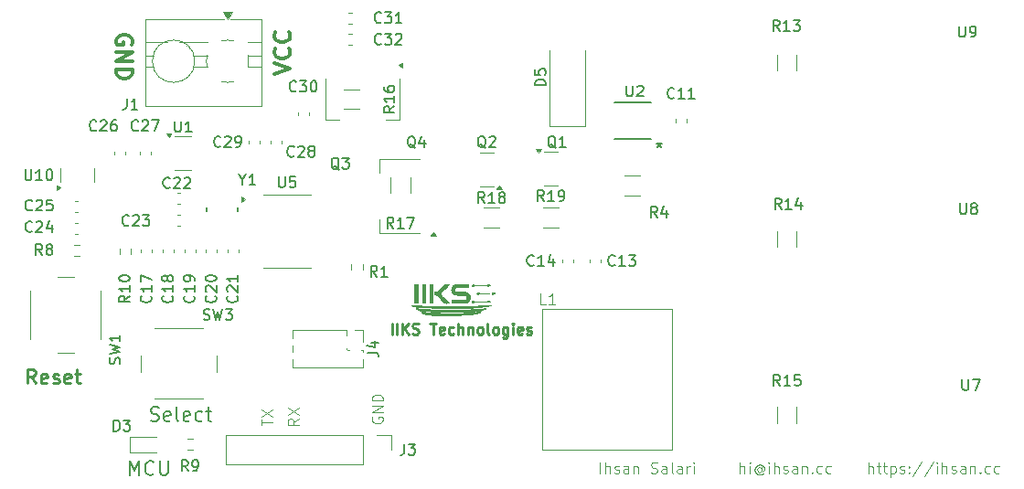
<source format=gbr>
%TF.GenerationSoftware,KiCad,Pcbnew,9.0.0*%
%TF.CreationDate,2025-08-28T15:42:06-07:00*%
%TF.ProjectId,Simple_12V_Panel,53696d70-6c65-45f3-9132-565f50616e65,rev?*%
%TF.SameCoordinates,Original*%
%TF.FileFunction,Legend,Top*%
%TF.FilePolarity,Positive*%
%FSLAX46Y46*%
G04 Gerber Fmt 4.6, Leading zero omitted, Abs format (unit mm)*
G04 Created by KiCad (PCBNEW 9.0.0) date 2025-08-28 15:42:06*
%MOMM*%
%LPD*%
G01*
G04 APERTURE LIST*
%ADD10C,0.100000*%
%ADD11C,0.300000*%
%ADD12C,0.250000*%
%ADD13C,0.000000*%
%ADD14C,0.200000*%
%ADD15C,0.260000*%
%ADD16C,0.150000*%
%ADD17C,0.152400*%
%ADD18C,0.120000*%
G04 APERTURE END LIST*
D10*
X142920038Y-118472306D02*
X142872419Y-118567544D01*
X142872419Y-118567544D02*
X142872419Y-118710401D01*
X142872419Y-118710401D02*
X142920038Y-118853258D01*
X142920038Y-118853258D02*
X143015276Y-118948496D01*
X143015276Y-118948496D02*
X143110514Y-118996115D01*
X143110514Y-118996115D02*
X143300990Y-119043734D01*
X143300990Y-119043734D02*
X143443847Y-119043734D01*
X143443847Y-119043734D02*
X143634323Y-118996115D01*
X143634323Y-118996115D02*
X143729561Y-118948496D01*
X143729561Y-118948496D02*
X143824800Y-118853258D01*
X143824800Y-118853258D02*
X143872419Y-118710401D01*
X143872419Y-118710401D02*
X143872419Y-118615163D01*
X143872419Y-118615163D02*
X143824800Y-118472306D01*
X143824800Y-118472306D02*
X143777180Y-118424687D01*
X143777180Y-118424687D02*
X143443847Y-118424687D01*
X143443847Y-118424687D02*
X143443847Y-118615163D01*
X143872419Y-117996115D02*
X142872419Y-117996115D01*
X142872419Y-117996115D02*
X143872419Y-117424687D01*
X143872419Y-117424687D02*
X142872419Y-117424687D01*
X143872419Y-116948496D02*
X142872419Y-116948496D01*
X142872419Y-116948496D02*
X142872419Y-116710401D01*
X142872419Y-116710401D02*
X142920038Y-116567544D01*
X142920038Y-116567544D02*
X143015276Y-116472306D01*
X143015276Y-116472306D02*
X143110514Y-116424687D01*
X143110514Y-116424687D02*
X143300990Y-116377068D01*
X143300990Y-116377068D02*
X143443847Y-116377068D01*
X143443847Y-116377068D02*
X143634323Y-116424687D01*
X143634323Y-116424687D02*
X143729561Y-116472306D01*
X143729561Y-116472306D02*
X143824800Y-116567544D01*
X143824800Y-116567544D02*
X143872419Y-116710401D01*
X143872419Y-116710401D02*
X143872419Y-116948496D01*
X136072419Y-118624687D02*
X135596228Y-118958020D01*
X136072419Y-119196115D02*
X135072419Y-119196115D01*
X135072419Y-119196115D02*
X135072419Y-118815163D01*
X135072419Y-118815163D02*
X135120038Y-118719925D01*
X135120038Y-118719925D02*
X135167657Y-118672306D01*
X135167657Y-118672306D02*
X135262895Y-118624687D01*
X135262895Y-118624687D02*
X135405752Y-118624687D01*
X135405752Y-118624687D02*
X135500990Y-118672306D01*
X135500990Y-118672306D02*
X135548609Y-118719925D01*
X135548609Y-118719925D02*
X135596228Y-118815163D01*
X135596228Y-118815163D02*
X135596228Y-119196115D01*
X135072419Y-118291353D02*
X136072419Y-117624687D01*
X135072419Y-117624687D02*
X136072419Y-118291353D01*
X132672419Y-119238972D02*
X132672419Y-118667544D01*
X133672419Y-118953258D02*
X132672419Y-118953258D01*
X132672419Y-118429448D02*
X133672419Y-117762782D01*
X132672419Y-117762782D02*
X133672419Y-118429448D01*
D11*
X120627742Y-83940225D02*
X120699171Y-83797368D01*
X120699171Y-83797368D02*
X120699171Y-83583082D01*
X120699171Y-83583082D02*
X120627742Y-83368796D01*
X120627742Y-83368796D02*
X120484885Y-83225939D01*
X120484885Y-83225939D02*
X120342028Y-83154510D01*
X120342028Y-83154510D02*
X120056314Y-83083082D01*
X120056314Y-83083082D02*
X119842028Y-83083082D01*
X119842028Y-83083082D02*
X119556314Y-83154510D01*
X119556314Y-83154510D02*
X119413457Y-83225939D01*
X119413457Y-83225939D02*
X119270600Y-83368796D01*
X119270600Y-83368796D02*
X119199171Y-83583082D01*
X119199171Y-83583082D02*
X119199171Y-83725939D01*
X119199171Y-83725939D02*
X119270600Y-83940225D01*
X119270600Y-83940225D02*
X119342028Y-84011653D01*
X119342028Y-84011653D02*
X119842028Y-84011653D01*
X119842028Y-84011653D02*
X119842028Y-83725939D01*
X119199171Y-84654510D02*
X120699171Y-84654510D01*
X120699171Y-84654510D02*
X119199171Y-85511653D01*
X119199171Y-85511653D02*
X120699171Y-85511653D01*
X119199171Y-86225939D02*
X120699171Y-86225939D01*
X120699171Y-86225939D02*
X120699171Y-86583082D01*
X120699171Y-86583082D02*
X120627742Y-86797368D01*
X120627742Y-86797368D02*
X120484885Y-86940225D01*
X120484885Y-86940225D02*
X120342028Y-87011654D01*
X120342028Y-87011654D02*
X120056314Y-87083082D01*
X120056314Y-87083082D02*
X119842028Y-87083082D01*
X119842028Y-87083082D02*
X119556314Y-87011654D01*
X119556314Y-87011654D02*
X119413457Y-86940225D01*
X119413457Y-86940225D02*
X119270600Y-86797368D01*
X119270600Y-86797368D02*
X119199171Y-86583082D01*
X119199171Y-86583082D02*
X119199171Y-86225939D01*
X133800828Y-86659774D02*
X135300828Y-86159774D01*
X135300828Y-86159774D02*
X133800828Y-85659774D01*
X135157971Y-84302632D02*
X135229400Y-84374060D01*
X135229400Y-84374060D02*
X135300828Y-84588346D01*
X135300828Y-84588346D02*
X135300828Y-84731203D01*
X135300828Y-84731203D02*
X135229400Y-84945489D01*
X135229400Y-84945489D02*
X135086542Y-85088346D01*
X135086542Y-85088346D02*
X134943685Y-85159775D01*
X134943685Y-85159775D02*
X134657971Y-85231203D01*
X134657971Y-85231203D02*
X134443685Y-85231203D01*
X134443685Y-85231203D02*
X134157971Y-85159775D01*
X134157971Y-85159775D02*
X134015114Y-85088346D01*
X134015114Y-85088346D02*
X133872257Y-84945489D01*
X133872257Y-84945489D02*
X133800828Y-84731203D01*
X133800828Y-84731203D02*
X133800828Y-84588346D01*
X133800828Y-84588346D02*
X133872257Y-84374060D01*
X133872257Y-84374060D02*
X133943685Y-84302632D01*
X135157971Y-82802632D02*
X135229400Y-82874060D01*
X135229400Y-82874060D02*
X135300828Y-83088346D01*
X135300828Y-83088346D02*
X135300828Y-83231203D01*
X135300828Y-83231203D02*
X135229400Y-83445489D01*
X135229400Y-83445489D02*
X135086542Y-83588346D01*
X135086542Y-83588346D02*
X134943685Y-83659775D01*
X134943685Y-83659775D02*
X134657971Y-83731203D01*
X134657971Y-83731203D02*
X134443685Y-83731203D01*
X134443685Y-83731203D02*
X134157971Y-83659775D01*
X134157971Y-83659775D02*
X134015114Y-83588346D01*
X134015114Y-83588346D02*
X133872257Y-83445489D01*
X133872257Y-83445489D02*
X133800828Y-83231203D01*
X133800828Y-83231203D02*
X133800828Y-83088346D01*
X133800828Y-83088346D02*
X133872257Y-82874060D01*
X133872257Y-82874060D02*
X133943685Y-82802632D01*
D10*
X164003884Y-123662475D02*
X164003884Y-122662475D01*
X164480074Y-123662475D02*
X164480074Y-122662475D01*
X164908645Y-123662475D02*
X164908645Y-123138665D01*
X164908645Y-123138665D02*
X164861026Y-123043427D01*
X164861026Y-123043427D02*
X164765788Y-122995808D01*
X164765788Y-122995808D02*
X164622931Y-122995808D01*
X164622931Y-122995808D02*
X164527693Y-123043427D01*
X164527693Y-123043427D02*
X164480074Y-123091046D01*
X165337217Y-123614856D02*
X165432455Y-123662475D01*
X165432455Y-123662475D02*
X165622931Y-123662475D01*
X165622931Y-123662475D02*
X165718169Y-123614856D01*
X165718169Y-123614856D02*
X165765788Y-123519617D01*
X165765788Y-123519617D02*
X165765788Y-123471998D01*
X165765788Y-123471998D02*
X165718169Y-123376760D01*
X165718169Y-123376760D02*
X165622931Y-123329141D01*
X165622931Y-123329141D02*
X165480074Y-123329141D01*
X165480074Y-123329141D02*
X165384836Y-123281522D01*
X165384836Y-123281522D02*
X165337217Y-123186284D01*
X165337217Y-123186284D02*
X165337217Y-123138665D01*
X165337217Y-123138665D02*
X165384836Y-123043427D01*
X165384836Y-123043427D02*
X165480074Y-122995808D01*
X165480074Y-122995808D02*
X165622931Y-122995808D01*
X165622931Y-122995808D02*
X165718169Y-123043427D01*
X166622931Y-123662475D02*
X166622931Y-123138665D01*
X166622931Y-123138665D02*
X166575312Y-123043427D01*
X166575312Y-123043427D02*
X166480074Y-122995808D01*
X166480074Y-122995808D02*
X166289598Y-122995808D01*
X166289598Y-122995808D02*
X166194360Y-123043427D01*
X166622931Y-123614856D02*
X166527693Y-123662475D01*
X166527693Y-123662475D02*
X166289598Y-123662475D01*
X166289598Y-123662475D02*
X166194360Y-123614856D01*
X166194360Y-123614856D02*
X166146741Y-123519617D01*
X166146741Y-123519617D02*
X166146741Y-123424379D01*
X166146741Y-123424379D02*
X166194360Y-123329141D01*
X166194360Y-123329141D02*
X166289598Y-123281522D01*
X166289598Y-123281522D02*
X166527693Y-123281522D01*
X166527693Y-123281522D02*
X166622931Y-123233903D01*
X167099122Y-122995808D02*
X167099122Y-123662475D01*
X167099122Y-123091046D02*
X167146741Y-123043427D01*
X167146741Y-123043427D02*
X167241979Y-122995808D01*
X167241979Y-122995808D02*
X167384836Y-122995808D01*
X167384836Y-122995808D02*
X167480074Y-123043427D01*
X167480074Y-123043427D02*
X167527693Y-123138665D01*
X167527693Y-123138665D02*
X167527693Y-123662475D01*
X168718170Y-123614856D02*
X168861027Y-123662475D01*
X168861027Y-123662475D02*
X169099122Y-123662475D01*
X169099122Y-123662475D02*
X169194360Y-123614856D01*
X169194360Y-123614856D02*
X169241979Y-123567236D01*
X169241979Y-123567236D02*
X169289598Y-123471998D01*
X169289598Y-123471998D02*
X169289598Y-123376760D01*
X169289598Y-123376760D02*
X169241979Y-123281522D01*
X169241979Y-123281522D02*
X169194360Y-123233903D01*
X169194360Y-123233903D02*
X169099122Y-123186284D01*
X169099122Y-123186284D02*
X168908646Y-123138665D01*
X168908646Y-123138665D02*
X168813408Y-123091046D01*
X168813408Y-123091046D02*
X168765789Y-123043427D01*
X168765789Y-123043427D02*
X168718170Y-122948189D01*
X168718170Y-122948189D02*
X168718170Y-122852951D01*
X168718170Y-122852951D02*
X168765789Y-122757713D01*
X168765789Y-122757713D02*
X168813408Y-122710094D01*
X168813408Y-122710094D02*
X168908646Y-122662475D01*
X168908646Y-122662475D02*
X169146741Y-122662475D01*
X169146741Y-122662475D02*
X169289598Y-122710094D01*
X170146741Y-123662475D02*
X170146741Y-123138665D01*
X170146741Y-123138665D02*
X170099122Y-123043427D01*
X170099122Y-123043427D02*
X170003884Y-122995808D01*
X170003884Y-122995808D02*
X169813408Y-122995808D01*
X169813408Y-122995808D02*
X169718170Y-123043427D01*
X170146741Y-123614856D02*
X170051503Y-123662475D01*
X170051503Y-123662475D02*
X169813408Y-123662475D01*
X169813408Y-123662475D02*
X169718170Y-123614856D01*
X169718170Y-123614856D02*
X169670551Y-123519617D01*
X169670551Y-123519617D02*
X169670551Y-123424379D01*
X169670551Y-123424379D02*
X169718170Y-123329141D01*
X169718170Y-123329141D02*
X169813408Y-123281522D01*
X169813408Y-123281522D02*
X170051503Y-123281522D01*
X170051503Y-123281522D02*
X170146741Y-123233903D01*
X170765789Y-123662475D02*
X170670551Y-123614856D01*
X170670551Y-123614856D02*
X170622932Y-123519617D01*
X170622932Y-123519617D02*
X170622932Y-122662475D01*
X171575313Y-123662475D02*
X171575313Y-123138665D01*
X171575313Y-123138665D02*
X171527694Y-123043427D01*
X171527694Y-123043427D02*
X171432456Y-122995808D01*
X171432456Y-122995808D02*
X171241980Y-122995808D01*
X171241980Y-122995808D02*
X171146742Y-123043427D01*
X171575313Y-123614856D02*
X171480075Y-123662475D01*
X171480075Y-123662475D02*
X171241980Y-123662475D01*
X171241980Y-123662475D02*
X171146742Y-123614856D01*
X171146742Y-123614856D02*
X171099123Y-123519617D01*
X171099123Y-123519617D02*
X171099123Y-123424379D01*
X171099123Y-123424379D02*
X171146742Y-123329141D01*
X171146742Y-123329141D02*
X171241980Y-123281522D01*
X171241980Y-123281522D02*
X171480075Y-123281522D01*
X171480075Y-123281522D02*
X171575313Y-123233903D01*
X172051504Y-123662475D02*
X172051504Y-122995808D01*
X172051504Y-123186284D02*
X172099123Y-123091046D01*
X172099123Y-123091046D02*
X172146742Y-123043427D01*
X172146742Y-123043427D02*
X172241980Y-122995808D01*
X172241980Y-122995808D02*
X172337218Y-122995808D01*
X172670552Y-123662475D02*
X172670552Y-122995808D01*
X172670552Y-122662475D02*
X172622933Y-122710094D01*
X172622933Y-122710094D02*
X172670552Y-122757713D01*
X172670552Y-122757713D02*
X172718171Y-122710094D01*
X172718171Y-122710094D02*
X172670552Y-122662475D01*
X172670552Y-122662475D02*
X172670552Y-122757713D01*
X176956267Y-123662475D02*
X176956267Y-122662475D01*
X177384838Y-123662475D02*
X177384838Y-123138665D01*
X177384838Y-123138665D02*
X177337219Y-123043427D01*
X177337219Y-123043427D02*
X177241981Y-122995808D01*
X177241981Y-122995808D02*
X177099124Y-122995808D01*
X177099124Y-122995808D02*
X177003886Y-123043427D01*
X177003886Y-123043427D02*
X176956267Y-123091046D01*
X177861029Y-123662475D02*
X177861029Y-122995808D01*
X177861029Y-122662475D02*
X177813410Y-122710094D01*
X177813410Y-122710094D02*
X177861029Y-122757713D01*
X177861029Y-122757713D02*
X177908648Y-122710094D01*
X177908648Y-122710094D02*
X177861029Y-122662475D01*
X177861029Y-122662475D02*
X177861029Y-122757713D01*
X178956266Y-123186284D02*
X178908647Y-123138665D01*
X178908647Y-123138665D02*
X178813409Y-123091046D01*
X178813409Y-123091046D02*
X178718171Y-123091046D01*
X178718171Y-123091046D02*
X178622933Y-123138665D01*
X178622933Y-123138665D02*
X178575314Y-123186284D01*
X178575314Y-123186284D02*
X178527695Y-123281522D01*
X178527695Y-123281522D02*
X178527695Y-123376760D01*
X178527695Y-123376760D02*
X178575314Y-123471998D01*
X178575314Y-123471998D02*
X178622933Y-123519617D01*
X178622933Y-123519617D02*
X178718171Y-123567236D01*
X178718171Y-123567236D02*
X178813409Y-123567236D01*
X178813409Y-123567236D02*
X178908647Y-123519617D01*
X178908647Y-123519617D02*
X178956266Y-123471998D01*
X178956266Y-123091046D02*
X178956266Y-123471998D01*
X178956266Y-123471998D02*
X179003885Y-123519617D01*
X179003885Y-123519617D02*
X179051504Y-123519617D01*
X179051504Y-123519617D02*
X179146743Y-123471998D01*
X179146743Y-123471998D02*
X179194362Y-123376760D01*
X179194362Y-123376760D02*
X179194362Y-123138665D01*
X179194362Y-123138665D02*
X179099124Y-122995808D01*
X179099124Y-122995808D02*
X178956266Y-122900570D01*
X178956266Y-122900570D02*
X178765790Y-122852951D01*
X178765790Y-122852951D02*
X178575314Y-122900570D01*
X178575314Y-122900570D02*
X178432457Y-122995808D01*
X178432457Y-122995808D02*
X178337219Y-123138665D01*
X178337219Y-123138665D02*
X178289600Y-123329141D01*
X178289600Y-123329141D02*
X178337219Y-123519617D01*
X178337219Y-123519617D02*
X178432457Y-123662475D01*
X178432457Y-123662475D02*
X178575314Y-123757713D01*
X178575314Y-123757713D02*
X178765790Y-123805332D01*
X178765790Y-123805332D02*
X178956266Y-123757713D01*
X178956266Y-123757713D02*
X179099124Y-123662475D01*
X179622933Y-123662475D02*
X179622933Y-122995808D01*
X179622933Y-122662475D02*
X179575314Y-122710094D01*
X179575314Y-122710094D02*
X179622933Y-122757713D01*
X179622933Y-122757713D02*
X179670552Y-122710094D01*
X179670552Y-122710094D02*
X179622933Y-122662475D01*
X179622933Y-122662475D02*
X179622933Y-122757713D01*
X180099123Y-123662475D02*
X180099123Y-122662475D01*
X180527694Y-123662475D02*
X180527694Y-123138665D01*
X180527694Y-123138665D02*
X180480075Y-123043427D01*
X180480075Y-123043427D02*
X180384837Y-122995808D01*
X180384837Y-122995808D02*
X180241980Y-122995808D01*
X180241980Y-122995808D02*
X180146742Y-123043427D01*
X180146742Y-123043427D02*
X180099123Y-123091046D01*
X180956266Y-123614856D02*
X181051504Y-123662475D01*
X181051504Y-123662475D02*
X181241980Y-123662475D01*
X181241980Y-123662475D02*
X181337218Y-123614856D01*
X181337218Y-123614856D02*
X181384837Y-123519617D01*
X181384837Y-123519617D02*
X181384837Y-123471998D01*
X181384837Y-123471998D02*
X181337218Y-123376760D01*
X181337218Y-123376760D02*
X181241980Y-123329141D01*
X181241980Y-123329141D02*
X181099123Y-123329141D01*
X181099123Y-123329141D02*
X181003885Y-123281522D01*
X181003885Y-123281522D02*
X180956266Y-123186284D01*
X180956266Y-123186284D02*
X180956266Y-123138665D01*
X180956266Y-123138665D02*
X181003885Y-123043427D01*
X181003885Y-123043427D02*
X181099123Y-122995808D01*
X181099123Y-122995808D02*
X181241980Y-122995808D01*
X181241980Y-122995808D02*
X181337218Y-123043427D01*
X182241980Y-123662475D02*
X182241980Y-123138665D01*
X182241980Y-123138665D02*
X182194361Y-123043427D01*
X182194361Y-123043427D02*
X182099123Y-122995808D01*
X182099123Y-122995808D02*
X181908647Y-122995808D01*
X181908647Y-122995808D02*
X181813409Y-123043427D01*
X182241980Y-123614856D02*
X182146742Y-123662475D01*
X182146742Y-123662475D02*
X181908647Y-123662475D01*
X181908647Y-123662475D02*
X181813409Y-123614856D01*
X181813409Y-123614856D02*
X181765790Y-123519617D01*
X181765790Y-123519617D02*
X181765790Y-123424379D01*
X181765790Y-123424379D02*
X181813409Y-123329141D01*
X181813409Y-123329141D02*
X181908647Y-123281522D01*
X181908647Y-123281522D02*
X182146742Y-123281522D01*
X182146742Y-123281522D02*
X182241980Y-123233903D01*
X182718171Y-122995808D02*
X182718171Y-123662475D01*
X182718171Y-123091046D02*
X182765790Y-123043427D01*
X182765790Y-123043427D02*
X182861028Y-122995808D01*
X182861028Y-122995808D02*
X183003885Y-122995808D01*
X183003885Y-122995808D02*
X183099123Y-123043427D01*
X183099123Y-123043427D02*
X183146742Y-123138665D01*
X183146742Y-123138665D02*
X183146742Y-123662475D01*
X183622933Y-123567236D02*
X183670552Y-123614856D01*
X183670552Y-123614856D02*
X183622933Y-123662475D01*
X183622933Y-123662475D02*
X183575314Y-123614856D01*
X183575314Y-123614856D02*
X183622933Y-123567236D01*
X183622933Y-123567236D02*
X183622933Y-123662475D01*
X184527694Y-123614856D02*
X184432456Y-123662475D01*
X184432456Y-123662475D02*
X184241980Y-123662475D01*
X184241980Y-123662475D02*
X184146742Y-123614856D01*
X184146742Y-123614856D02*
X184099123Y-123567236D01*
X184099123Y-123567236D02*
X184051504Y-123471998D01*
X184051504Y-123471998D02*
X184051504Y-123186284D01*
X184051504Y-123186284D02*
X184099123Y-123091046D01*
X184099123Y-123091046D02*
X184146742Y-123043427D01*
X184146742Y-123043427D02*
X184241980Y-122995808D01*
X184241980Y-122995808D02*
X184432456Y-122995808D01*
X184432456Y-122995808D02*
X184527694Y-123043427D01*
X185384837Y-123614856D02*
X185289599Y-123662475D01*
X185289599Y-123662475D02*
X185099123Y-123662475D01*
X185099123Y-123662475D02*
X185003885Y-123614856D01*
X185003885Y-123614856D02*
X184956266Y-123567236D01*
X184956266Y-123567236D02*
X184908647Y-123471998D01*
X184908647Y-123471998D02*
X184908647Y-123186284D01*
X184908647Y-123186284D02*
X184956266Y-123091046D01*
X184956266Y-123091046D02*
X185003885Y-123043427D01*
X185003885Y-123043427D02*
X185099123Y-122995808D01*
X185099123Y-122995808D02*
X185289599Y-122995808D01*
X185289599Y-122995808D02*
X185384837Y-123043427D01*
X188861029Y-123662475D02*
X188861029Y-122662475D01*
X189289600Y-123662475D02*
X189289600Y-123138665D01*
X189289600Y-123138665D02*
X189241981Y-123043427D01*
X189241981Y-123043427D02*
X189146743Y-122995808D01*
X189146743Y-122995808D02*
X189003886Y-122995808D01*
X189003886Y-122995808D02*
X188908648Y-123043427D01*
X188908648Y-123043427D02*
X188861029Y-123091046D01*
X189622934Y-122995808D02*
X190003886Y-122995808D01*
X189765791Y-122662475D02*
X189765791Y-123519617D01*
X189765791Y-123519617D02*
X189813410Y-123614856D01*
X189813410Y-123614856D02*
X189908648Y-123662475D01*
X189908648Y-123662475D02*
X190003886Y-123662475D01*
X190194363Y-122995808D02*
X190575315Y-122995808D01*
X190337220Y-122662475D02*
X190337220Y-123519617D01*
X190337220Y-123519617D02*
X190384839Y-123614856D01*
X190384839Y-123614856D02*
X190480077Y-123662475D01*
X190480077Y-123662475D02*
X190575315Y-123662475D01*
X190908649Y-122995808D02*
X190908649Y-123995808D01*
X190908649Y-123043427D02*
X191003887Y-122995808D01*
X191003887Y-122995808D02*
X191194363Y-122995808D01*
X191194363Y-122995808D02*
X191289601Y-123043427D01*
X191289601Y-123043427D02*
X191337220Y-123091046D01*
X191337220Y-123091046D02*
X191384839Y-123186284D01*
X191384839Y-123186284D02*
X191384839Y-123471998D01*
X191384839Y-123471998D02*
X191337220Y-123567236D01*
X191337220Y-123567236D02*
X191289601Y-123614856D01*
X191289601Y-123614856D02*
X191194363Y-123662475D01*
X191194363Y-123662475D02*
X191003887Y-123662475D01*
X191003887Y-123662475D02*
X190908649Y-123614856D01*
X191765792Y-123614856D02*
X191861030Y-123662475D01*
X191861030Y-123662475D02*
X192051506Y-123662475D01*
X192051506Y-123662475D02*
X192146744Y-123614856D01*
X192146744Y-123614856D02*
X192194363Y-123519617D01*
X192194363Y-123519617D02*
X192194363Y-123471998D01*
X192194363Y-123471998D02*
X192146744Y-123376760D01*
X192146744Y-123376760D02*
X192051506Y-123329141D01*
X192051506Y-123329141D02*
X191908649Y-123329141D01*
X191908649Y-123329141D02*
X191813411Y-123281522D01*
X191813411Y-123281522D02*
X191765792Y-123186284D01*
X191765792Y-123186284D02*
X191765792Y-123138665D01*
X191765792Y-123138665D02*
X191813411Y-123043427D01*
X191813411Y-123043427D02*
X191908649Y-122995808D01*
X191908649Y-122995808D02*
X192051506Y-122995808D01*
X192051506Y-122995808D02*
X192146744Y-123043427D01*
X192622935Y-123567236D02*
X192670554Y-123614856D01*
X192670554Y-123614856D02*
X192622935Y-123662475D01*
X192622935Y-123662475D02*
X192575316Y-123614856D01*
X192575316Y-123614856D02*
X192622935Y-123567236D01*
X192622935Y-123567236D02*
X192622935Y-123662475D01*
X192622935Y-123043427D02*
X192670554Y-123091046D01*
X192670554Y-123091046D02*
X192622935Y-123138665D01*
X192622935Y-123138665D02*
X192575316Y-123091046D01*
X192575316Y-123091046D02*
X192622935Y-123043427D01*
X192622935Y-123043427D02*
X192622935Y-123138665D01*
X193813410Y-122614856D02*
X192956268Y-123900570D01*
X194861029Y-122614856D02*
X194003887Y-123900570D01*
X195194363Y-123662475D02*
X195194363Y-122995808D01*
X195194363Y-122662475D02*
X195146744Y-122710094D01*
X195146744Y-122710094D02*
X195194363Y-122757713D01*
X195194363Y-122757713D02*
X195241982Y-122710094D01*
X195241982Y-122710094D02*
X195194363Y-122662475D01*
X195194363Y-122662475D02*
X195194363Y-122757713D01*
X195670553Y-123662475D02*
X195670553Y-122662475D01*
X196099124Y-123662475D02*
X196099124Y-123138665D01*
X196099124Y-123138665D02*
X196051505Y-123043427D01*
X196051505Y-123043427D02*
X195956267Y-122995808D01*
X195956267Y-122995808D02*
X195813410Y-122995808D01*
X195813410Y-122995808D02*
X195718172Y-123043427D01*
X195718172Y-123043427D02*
X195670553Y-123091046D01*
X196527696Y-123614856D02*
X196622934Y-123662475D01*
X196622934Y-123662475D02*
X196813410Y-123662475D01*
X196813410Y-123662475D02*
X196908648Y-123614856D01*
X196908648Y-123614856D02*
X196956267Y-123519617D01*
X196956267Y-123519617D02*
X196956267Y-123471998D01*
X196956267Y-123471998D02*
X196908648Y-123376760D01*
X196908648Y-123376760D02*
X196813410Y-123329141D01*
X196813410Y-123329141D02*
X196670553Y-123329141D01*
X196670553Y-123329141D02*
X196575315Y-123281522D01*
X196575315Y-123281522D02*
X196527696Y-123186284D01*
X196527696Y-123186284D02*
X196527696Y-123138665D01*
X196527696Y-123138665D02*
X196575315Y-123043427D01*
X196575315Y-123043427D02*
X196670553Y-122995808D01*
X196670553Y-122995808D02*
X196813410Y-122995808D01*
X196813410Y-122995808D02*
X196908648Y-123043427D01*
X197813410Y-123662475D02*
X197813410Y-123138665D01*
X197813410Y-123138665D02*
X197765791Y-123043427D01*
X197765791Y-123043427D02*
X197670553Y-122995808D01*
X197670553Y-122995808D02*
X197480077Y-122995808D01*
X197480077Y-122995808D02*
X197384839Y-123043427D01*
X197813410Y-123614856D02*
X197718172Y-123662475D01*
X197718172Y-123662475D02*
X197480077Y-123662475D01*
X197480077Y-123662475D02*
X197384839Y-123614856D01*
X197384839Y-123614856D02*
X197337220Y-123519617D01*
X197337220Y-123519617D02*
X197337220Y-123424379D01*
X197337220Y-123424379D02*
X197384839Y-123329141D01*
X197384839Y-123329141D02*
X197480077Y-123281522D01*
X197480077Y-123281522D02*
X197718172Y-123281522D01*
X197718172Y-123281522D02*
X197813410Y-123233903D01*
X198289601Y-122995808D02*
X198289601Y-123662475D01*
X198289601Y-123091046D02*
X198337220Y-123043427D01*
X198337220Y-123043427D02*
X198432458Y-122995808D01*
X198432458Y-122995808D02*
X198575315Y-122995808D01*
X198575315Y-122995808D02*
X198670553Y-123043427D01*
X198670553Y-123043427D02*
X198718172Y-123138665D01*
X198718172Y-123138665D02*
X198718172Y-123662475D01*
X199194363Y-123567236D02*
X199241982Y-123614856D01*
X199241982Y-123614856D02*
X199194363Y-123662475D01*
X199194363Y-123662475D02*
X199146744Y-123614856D01*
X199146744Y-123614856D02*
X199194363Y-123567236D01*
X199194363Y-123567236D02*
X199194363Y-123662475D01*
X200099124Y-123614856D02*
X200003886Y-123662475D01*
X200003886Y-123662475D02*
X199813410Y-123662475D01*
X199813410Y-123662475D02*
X199718172Y-123614856D01*
X199718172Y-123614856D02*
X199670553Y-123567236D01*
X199670553Y-123567236D02*
X199622934Y-123471998D01*
X199622934Y-123471998D02*
X199622934Y-123186284D01*
X199622934Y-123186284D02*
X199670553Y-123091046D01*
X199670553Y-123091046D02*
X199718172Y-123043427D01*
X199718172Y-123043427D02*
X199813410Y-122995808D01*
X199813410Y-122995808D02*
X200003886Y-122995808D01*
X200003886Y-122995808D02*
X200099124Y-123043427D01*
X200956267Y-123614856D02*
X200861029Y-123662475D01*
X200861029Y-123662475D02*
X200670553Y-123662475D01*
X200670553Y-123662475D02*
X200575315Y-123614856D01*
X200575315Y-123614856D02*
X200527696Y-123567236D01*
X200527696Y-123567236D02*
X200480077Y-123471998D01*
X200480077Y-123471998D02*
X200480077Y-123186284D01*
X200480077Y-123186284D02*
X200527696Y-123091046D01*
X200527696Y-123091046D02*
X200575315Y-123043427D01*
X200575315Y-123043427D02*
X200670553Y-122995808D01*
X200670553Y-122995808D02*
X200861029Y-122995808D01*
X200861029Y-122995808D02*
X200956267Y-123043427D01*
D12*
X144733377Y-110789839D02*
X144733377Y-109789839D01*
X145209567Y-110789839D02*
X145209567Y-109789839D01*
X145685757Y-110789839D02*
X145685757Y-109789839D01*
X146257185Y-110789839D02*
X145828614Y-110218410D01*
X146257185Y-109789839D02*
X145685757Y-110361267D01*
X146638138Y-110742220D02*
X146780995Y-110789839D01*
X146780995Y-110789839D02*
X147019090Y-110789839D01*
X147019090Y-110789839D02*
X147114328Y-110742220D01*
X147114328Y-110742220D02*
X147161947Y-110694600D01*
X147161947Y-110694600D02*
X147209566Y-110599362D01*
X147209566Y-110599362D02*
X147209566Y-110504124D01*
X147209566Y-110504124D02*
X147161947Y-110408886D01*
X147161947Y-110408886D02*
X147114328Y-110361267D01*
X147114328Y-110361267D02*
X147019090Y-110313648D01*
X147019090Y-110313648D02*
X146828614Y-110266029D01*
X146828614Y-110266029D02*
X146733376Y-110218410D01*
X146733376Y-110218410D02*
X146685757Y-110170791D01*
X146685757Y-110170791D02*
X146638138Y-110075553D01*
X146638138Y-110075553D02*
X146638138Y-109980315D01*
X146638138Y-109980315D02*
X146685757Y-109885077D01*
X146685757Y-109885077D02*
X146733376Y-109837458D01*
X146733376Y-109837458D02*
X146828614Y-109789839D01*
X146828614Y-109789839D02*
X147066709Y-109789839D01*
X147066709Y-109789839D02*
X147209566Y-109837458D01*
X148257186Y-109789839D02*
X148828614Y-109789839D01*
X148542900Y-110789839D02*
X148542900Y-109789839D01*
X149542900Y-110742220D02*
X149447662Y-110789839D01*
X149447662Y-110789839D02*
X149257186Y-110789839D01*
X149257186Y-110789839D02*
X149161948Y-110742220D01*
X149161948Y-110742220D02*
X149114329Y-110646981D01*
X149114329Y-110646981D02*
X149114329Y-110266029D01*
X149114329Y-110266029D02*
X149161948Y-110170791D01*
X149161948Y-110170791D02*
X149257186Y-110123172D01*
X149257186Y-110123172D02*
X149447662Y-110123172D01*
X149447662Y-110123172D02*
X149542900Y-110170791D01*
X149542900Y-110170791D02*
X149590519Y-110266029D01*
X149590519Y-110266029D02*
X149590519Y-110361267D01*
X149590519Y-110361267D02*
X149114329Y-110456505D01*
X150447662Y-110742220D02*
X150352424Y-110789839D01*
X150352424Y-110789839D02*
X150161948Y-110789839D01*
X150161948Y-110789839D02*
X150066710Y-110742220D01*
X150066710Y-110742220D02*
X150019091Y-110694600D01*
X150019091Y-110694600D02*
X149971472Y-110599362D01*
X149971472Y-110599362D02*
X149971472Y-110313648D01*
X149971472Y-110313648D02*
X150019091Y-110218410D01*
X150019091Y-110218410D02*
X150066710Y-110170791D01*
X150066710Y-110170791D02*
X150161948Y-110123172D01*
X150161948Y-110123172D02*
X150352424Y-110123172D01*
X150352424Y-110123172D02*
X150447662Y-110170791D01*
X150876234Y-110789839D02*
X150876234Y-109789839D01*
X151304805Y-110789839D02*
X151304805Y-110266029D01*
X151304805Y-110266029D02*
X151257186Y-110170791D01*
X151257186Y-110170791D02*
X151161948Y-110123172D01*
X151161948Y-110123172D02*
X151019091Y-110123172D01*
X151019091Y-110123172D02*
X150923853Y-110170791D01*
X150923853Y-110170791D02*
X150876234Y-110218410D01*
X151780996Y-110123172D02*
X151780996Y-110789839D01*
X151780996Y-110218410D02*
X151828615Y-110170791D01*
X151828615Y-110170791D02*
X151923853Y-110123172D01*
X151923853Y-110123172D02*
X152066710Y-110123172D01*
X152066710Y-110123172D02*
X152161948Y-110170791D01*
X152161948Y-110170791D02*
X152209567Y-110266029D01*
X152209567Y-110266029D02*
X152209567Y-110789839D01*
X152828615Y-110789839D02*
X152733377Y-110742220D01*
X152733377Y-110742220D02*
X152685758Y-110694600D01*
X152685758Y-110694600D02*
X152638139Y-110599362D01*
X152638139Y-110599362D02*
X152638139Y-110313648D01*
X152638139Y-110313648D02*
X152685758Y-110218410D01*
X152685758Y-110218410D02*
X152733377Y-110170791D01*
X152733377Y-110170791D02*
X152828615Y-110123172D01*
X152828615Y-110123172D02*
X152971472Y-110123172D01*
X152971472Y-110123172D02*
X153066710Y-110170791D01*
X153066710Y-110170791D02*
X153114329Y-110218410D01*
X153114329Y-110218410D02*
X153161948Y-110313648D01*
X153161948Y-110313648D02*
X153161948Y-110599362D01*
X153161948Y-110599362D02*
X153114329Y-110694600D01*
X153114329Y-110694600D02*
X153066710Y-110742220D01*
X153066710Y-110742220D02*
X152971472Y-110789839D01*
X152971472Y-110789839D02*
X152828615Y-110789839D01*
X153733377Y-110789839D02*
X153638139Y-110742220D01*
X153638139Y-110742220D02*
X153590520Y-110646981D01*
X153590520Y-110646981D02*
X153590520Y-109789839D01*
X154257187Y-110789839D02*
X154161949Y-110742220D01*
X154161949Y-110742220D02*
X154114330Y-110694600D01*
X154114330Y-110694600D02*
X154066711Y-110599362D01*
X154066711Y-110599362D02*
X154066711Y-110313648D01*
X154066711Y-110313648D02*
X154114330Y-110218410D01*
X154114330Y-110218410D02*
X154161949Y-110170791D01*
X154161949Y-110170791D02*
X154257187Y-110123172D01*
X154257187Y-110123172D02*
X154400044Y-110123172D01*
X154400044Y-110123172D02*
X154495282Y-110170791D01*
X154495282Y-110170791D02*
X154542901Y-110218410D01*
X154542901Y-110218410D02*
X154590520Y-110313648D01*
X154590520Y-110313648D02*
X154590520Y-110599362D01*
X154590520Y-110599362D02*
X154542901Y-110694600D01*
X154542901Y-110694600D02*
X154495282Y-110742220D01*
X154495282Y-110742220D02*
X154400044Y-110789839D01*
X154400044Y-110789839D02*
X154257187Y-110789839D01*
X155447663Y-110123172D02*
X155447663Y-110932696D01*
X155447663Y-110932696D02*
X155400044Y-111027934D01*
X155400044Y-111027934D02*
X155352425Y-111075553D01*
X155352425Y-111075553D02*
X155257187Y-111123172D01*
X155257187Y-111123172D02*
X155114330Y-111123172D01*
X155114330Y-111123172D02*
X155019092Y-111075553D01*
X155447663Y-110742220D02*
X155352425Y-110789839D01*
X155352425Y-110789839D02*
X155161949Y-110789839D01*
X155161949Y-110789839D02*
X155066711Y-110742220D01*
X155066711Y-110742220D02*
X155019092Y-110694600D01*
X155019092Y-110694600D02*
X154971473Y-110599362D01*
X154971473Y-110599362D02*
X154971473Y-110313648D01*
X154971473Y-110313648D02*
X155019092Y-110218410D01*
X155019092Y-110218410D02*
X155066711Y-110170791D01*
X155066711Y-110170791D02*
X155161949Y-110123172D01*
X155161949Y-110123172D02*
X155352425Y-110123172D01*
X155352425Y-110123172D02*
X155447663Y-110170791D01*
X155923854Y-110789839D02*
X155923854Y-110123172D01*
X155923854Y-109789839D02*
X155876235Y-109837458D01*
X155876235Y-109837458D02*
X155923854Y-109885077D01*
X155923854Y-109885077D02*
X155971473Y-109837458D01*
X155971473Y-109837458D02*
X155923854Y-109789839D01*
X155923854Y-109789839D02*
X155923854Y-109885077D01*
X156780996Y-110742220D02*
X156685758Y-110789839D01*
X156685758Y-110789839D02*
X156495282Y-110789839D01*
X156495282Y-110789839D02*
X156400044Y-110742220D01*
X156400044Y-110742220D02*
X156352425Y-110646981D01*
X156352425Y-110646981D02*
X156352425Y-110266029D01*
X156352425Y-110266029D02*
X156400044Y-110170791D01*
X156400044Y-110170791D02*
X156495282Y-110123172D01*
X156495282Y-110123172D02*
X156685758Y-110123172D01*
X156685758Y-110123172D02*
X156780996Y-110170791D01*
X156780996Y-110170791D02*
X156828615Y-110266029D01*
X156828615Y-110266029D02*
X156828615Y-110361267D01*
X156828615Y-110361267D02*
X156352425Y-110456505D01*
X157209568Y-110742220D02*
X157304806Y-110789839D01*
X157304806Y-110789839D02*
X157495282Y-110789839D01*
X157495282Y-110789839D02*
X157590520Y-110742220D01*
X157590520Y-110742220D02*
X157638139Y-110646981D01*
X157638139Y-110646981D02*
X157638139Y-110599362D01*
X157638139Y-110599362D02*
X157590520Y-110504124D01*
X157590520Y-110504124D02*
X157495282Y-110456505D01*
X157495282Y-110456505D02*
X157352425Y-110456505D01*
X157352425Y-110456505D02*
X157257187Y-110408886D01*
X157257187Y-110408886D02*
X157209568Y-110313648D01*
X157209568Y-110313648D02*
X157209568Y-110266029D01*
X157209568Y-110266029D02*
X157257187Y-110170791D01*
X157257187Y-110170791D02*
X157352425Y-110123172D01*
X157352425Y-110123172D02*
X157495282Y-110123172D01*
X157495282Y-110123172D02*
X157590520Y-110170791D01*
D13*
G36*
X149147851Y-106649602D02*
G01*
X149147683Y-106660379D01*
X149147354Y-106669811D01*
X149146812Y-106678071D01*
X149146004Y-106685330D01*
X149144876Y-106691761D01*
X149143375Y-106697535D01*
X149141448Y-106702825D01*
X149139041Y-106707803D01*
X149136101Y-106712640D01*
X149132575Y-106717508D01*
X149128409Y-106722580D01*
X149123551Y-106728028D01*
X149111542Y-106740737D01*
X149068547Y-106782078D01*
X149015631Y-106887911D01*
X148698131Y-106887911D01*
X148698131Y-106861453D01*
X148803964Y-106861453D01*
X148818995Y-106859681D01*
X148833563Y-106857421D01*
X148847685Y-106854686D01*
X148861381Y-106851488D01*
X148874668Y-106847838D01*
X148887568Y-106843751D01*
X148900097Y-106839236D01*
X148912274Y-106834307D01*
X148924119Y-106828976D01*
X148935650Y-106823255D01*
X148957846Y-106810691D01*
X148979012Y-106796712D01*
X148999298Y-106781417D01*
X149018854Y-106764902D01*
X149037830Y-106747265D01*
X149056377Y-106728603D01*
X149074644Y-106709013D01*
X149110941Y-106667441D01*
X149147923Y-106623328D01*
X149147851Y-106649602D01*
G37*
G36*
X153884342Y-108077663D02*
G01*
X153936881Y-108078536D01*
X153930794Y-108095210D01*
X153925796Y-108108419D01*
X153923512Y-108114111D01*
X153921268Y-108119403D01*
X153918986Y-108124449D01*
X153916589Y-108129404D01*
X153914000Y-108134422D01*
X153911140Y-108139660D01*
X153907932Y-108145272D01*
X153904299Y-108151413D01*
X153895447Y-108165903D01*
X153883964Y-108184369D01*
X153850942Y-108198220D01*
X153817272Y-108210820D01*
X153783025Y-108222258D01*
X153748268Y-108232620D01*
X153713073Y-108241996D01*
X153677508Y-108250473D01*
X153605545Y-108265080D01*
X153532935Y-108277142D01*
X153460231Y-108287363D01*
X153316764Y-108305086D01*
X153238984Y-108314885D01*
X153062505Y-108335144D01*
X152885621Y-108353274D01*
X152708410Y-108368893D01*
X152530951Y-108381622D01*
X152353323Y-108391081D01*
X152175605Y-108396890D01*
X151997876Y-108398668D01*
X151820214Y-108396036D01*
X151820214Y-108369578D01*
X152375839Y-108316661D01*
X152375839Y-108237286D01*
X150920631Y-108237286D01*
X150920631Y-108210828D01*
X150975430Y-108209353D01*
X151671386Y-108189331D01*
X151727663Y-108187632D01*
X152130479Y-108173802D01*
X152532883Y-108156045D01*
X152935026Y-108133194D01*
X153337059Y-108104084D01*
X153461044Y-108094039D01*
X153518405Y-108089366D01*
X153570832Y-108085634D01*
X153623126Y-108082625D01*
X153675338Y-108080317D01*
X153727515Y-108078688D01*
X153779709Y-108077717D01*
X153831968Y-108077383D01*
X153884342Y-108077663D01*
G37*
G36*
X150824146Y-106144080D02*
G01*
X150903578Y-106144494D01*
X150985099Y-106144608D01*
X151243092Y-106145424D01*
X151417913Y-106145786D01*
X151846672Y-106147078D01*
X151846672Y-106491036D01*
X151741065Y-106492205D01*
X151353647Y-106497980D01*
X151185879Y-106500202D01*
X151065396Y-106501855D01*
X150944919Y-106503955D01*
X150868994Y-106504468D01*
X150798384Y-106506055D01*
X150736247Y-106506945D01*
X150723930Y-106509555D01*
X150712570Y-106512375D01*
X150702075Y-106515448D01*
X150692356Y-106518813D01*
X150683320Y-106522512D01*
X150674879Y-106526584D01*
X150666940Y-106531072D01*
X150659413Y-106536016D01*
X150652207Y-106541456D01*
X150645231Y-106547434D01*
X150638395Y-106553990D01*
X150631608Y-106561164D01*
X150624779Y-106568999D01*
X150617817Y-106577534D01*
X150610631Y-106586811D01*
X150603131Y-106596870D01*
X150599513Y-106627982D01*
X150596929Y-106652478D01*
X150596024Y-106662924D01*
X150595378Y-106672530D01*
X150594990Y-106681567D01*
X150594861Y-106690307D01*
X150594990Y-106699021D01*
X150595378Y-106707980D01*
X150596024Y-106717456D01*
X150596929Y-106727719D01*
X150599513Y-106751695D01*
X150603131Y-106782078D01*
X150610257Y-106788990D01*
X150617282Y-106795377D01*
X150624217Y-106801259D01*
X150631075Y-106806656D01*
X150637869Y-106811588D01*
X150644613Y-106816076D01*
X150651318Y-106820139D01*
X150657997Y-106823799D01*
X150664664Y-106827075D01*
X150671331Y-106829988D01*
X150678010Y-106832558D01*
X150684715Y-106834805D01*
X150691458Y-106836749D01*
X150698253Y-106838411D01*
X150712046Y-106840970D01*
X150726196Y-106842642D01*
X150740806Y-106843591D01*
X150755978Y-106843977D01*
X150771814Y-106843965D01*
X150805886Y-106843389D01*
X150843839Y-106843160D01*
X150959440Y-106845175D01*
X151141076Y-106847067D01*
X151322537Y-106849181D01*
X151461119Y-106852776D01*
X151517005Y-106855751D01*
X151565381Y-106859842D01*
X151607317Y-106865299D01*
X151643883Y-106872370D01*
X151676149Y-106881303D01*
X151705184Y-106892348D01*
X151732059Y-106905754D01*
X151757844Y-106921769D01*
X151783608Y-106940642D01*
X151810422Y-106962621D01*
X151871477Y-107016896D01*
X151915195Y-107054723D01*
X151925290Y-107067341D01*
X151934706Y-107080087D01*
X151943466Y-107092958D01*
X151951593Y-107105952D01*
X151966038Y-107132301D01*
X151978226Y-107159115D01*
X151988341Y-107186378D01*
X151996566Y-107214071D01*
X152003085Y-107242177D01*
X152008083Y-107270679D01*
X152011743Y-107299558D01*
X152014249Y-107328798D01*
X152015785Y-107358380D01*
X152016534Y-107388288D01*
X152016409Y-107449008D01*
X152015344Y-107510819D01*
X152012457Y-107534399D01*
X152008991Y-107557006D01*
X152004899Y-107578714D01*
X152000133Y-107599600D01*
X151994646Y-107619741D01*
X151988390Y-107639214D01*
X151981319Y-107658093D01*
X151973384Y-107676457D01*
X151964538Y-107694381D01*
X151954734Y-107711942D01*
X151943924Y-107729215D01*
X151932061Y-107746278D01*
X151919098Y-107763207D01*
X151904987Y-107780079D01*
X151889680Y-107796968D01*
X151873131Y-107813953D01*
X151848118Y-107832246D01*
X151823172Y-107848999D01*
X151798231Y-107864260D01*
X151773233Y-107878080D01*
X151748115Y-107890505D01*
X151722816Y-107901587D01*
X151697273Y-107911373D01*
X151671425Y-107919913D01*
X151645210Y-107927256D01*
X151618565Y-107933450D01*
X151591429Y-107938545D01*
X151563739Y-107942590D01*
X151535434Y-107945634D01*
X151506452Y-107947726D01*
X151476729Y-107948914D01*
X151446206Y-107949248D01*
X151364365Y-107949242D01*
X151276578Y-107948828D01*
X151186272Y-107948715D01*
X150900787Y-107947898D01*
X150707207Y-107947536D01*
X150232714Y-107946244D01*
X150232714Y-107602286D01*
X150350046Y-107600277D01*
X150780807Y-107592435D01*
X150967282Y-107589128D01*
X151235237Y-107584200D01*
X151319516Y-107582859D01*
X151398147Y-107581260D01*
X151467227Y-107580014D01*
X151489070Y-107578222D01*
X151510382Y-107575842D01*
X151531306Y-107572877D01*
X151551981Y-107569330D01*
X151572547Y-107565203D01*
X151593147Y-107560499D01*
X151613919Y-107555220D01*
X151635006Y-107549369D01*
X151636876Y-107491498D01*
X151638313Y-107433614D01*
X151640174Y-107368502D01*
X151640220Y-107347646D01*
X151640013Y-107339027D01*
X151639540Y-107331397D01*
X151638714Y-107324596D01*
X151638143Y-107321456D01*
X151637452Y-107318462D01*
X151636631Y-107315596D01*
X151635669Y-107312835D01*
X151634554Y-107310160D01*
X151633278Y-107307552D01*
X151631828Y-107304989D01*
X151630195Y-107302452D01*
X151628367Y-107299921D01*
X151626335Y-107297374D01*
X151624087Y-107294793D01*
X151621612Y-107292157D01*
X151615943Y-107286639D01*
X151609241Y-107280658D01*
X151601421Y-107274053D01*
X151582089Y-107258328D01*
X151563505Y-107251941D01*
X151544792Y-107246475D01*
X151525960Y-107241857D01*
X151507020Y-107238015D01*
X151487980Y-107234877D01*
X151468850Y-107232372D01*
X151449639Y-107230427D01*
X151430358Y-107228971D01*
X151391623Y-107227238D01*
X151352719Y-107226596D01*
X151274718Y-107226288D01*
X151154932Y-107224015D01*
X151061057Y-107222485D01*
X150967178Y-107221250D01*
X150876205Y-107219841D01*
X150785238Y-107218020D01*
X150729099Y-107217760D01*
X150702613Y-107216699D01*
X150676967Y-107214833D01*
X150652095Y-107212130D01*
X150627932Y-107208556D01*
X150604413Y-107204081D01*
X150581473Y-107198672D01*
X150559047Y-107192297D01*
X150537069Y-107184924D01*
X150515474Y-107176520D01*
X150494197Y-107167053D01*
X150473172Y-107156492D01*
X150452335Y-107144805D01*
X150431619Y-107131958D01*
X150410961Y-107117920D01*
X150390294Y-107102659D01*
X150369553Y-107086142D01*
X150350698Y-107064120D01*
X150333051Y-107042266D01*
X150316600Y-107020490D01*
X150301334Y-106998698D01*
X150287240Y-106976801D01*
X150274308Y-106954705D01*
X150262525Y-106932320D01*
X150251880Y-106909554D01*
X150242361Y-106886315D01*
X150233955Y-106862511D01*
X150226652Y-106838051D01*
X150220439Y-106812844D01*
X150215305Y-106786797D01*
X150211237Y-106759819D01*
X150208225Y-106731818D01*
X150206256Y-106702703D01*
X150208859Y-106672473D01*
X150212103Y-106642857D01*
X150216060Y-106613831D01*
X150220801Y-106585371D01*
X150226398Y-106557453D01*
X150232923Y-106530054D01*
X150240447Y-106503149D01*
X150249044Y-106476716D01*
X150258783Y-106450731D01*
X150269738Y-106425169D01*
X150281980Y-106400007D01*
X150295580Y-106375222D01*
X150310611Y-106350789D01*
X150327145Y-106326685D01*
X150345252Y-106302887D01*
X150365006Y-106279370D01*
X150387684Y-106263653D01*
X150410274Y-106248813D01*
X150432835Y-106234868D01*
X150455426Y-106221839D01*
X150478106Y-106209746D01*
X150500934Y-106198607D01*
X150523968Y-106188443D01*
X150547269Y-106179273D01*
X150570894Y-106171117D01*
X150594904Y-106163995D01*
X150619356Y-106157927D01*
X150644310Y-106152931D01*
X150669825Y-106149028D01*
X150695959Y-106146238D01*
X150722773Y-106144580D01*
X150750324Y-106144074D01*
X150824146Y-106144080D01*
G37*
G36*
X153014578Y-108164384D02*
G01*
X153026344Y-108165229D01*
X153038196Y-108166578D01*
X153050232Y-108168416D01*
X153062554Y-108170727D01*
X153075259Y-108173494D01*
X153088448Y-108176701D01*
X153116672Y-108184369D01*
X153143131Y-108290203D01*
X152825630Y-108290203D01*
X152834480Y-108263938D01*
X152838290Y-108253185D01*
X152841857Y-108243797D01*
X152845308Y-108235612D01*
X152848769Y-108228462D01*
X152852365Y-108222185D01*
X152856223Y-108216616D01*
X152858290Y-108214045D01*
X152860469Y-108211588D01*
X152865228Y-108206939D01*
X152870626Y-108202503D01*
X152876791Y-108198115D01*
X152883846Y-108193612D01*
X152891919Y-108188827D01*
X152911621Y-108177755D01*
X152926276Y-108173975D01*
X152940223Y-108170830D01*
X152953560Y-108168304D01*
X152966387Y-108166380D01*
X152978803Y-108165042D01*
X152990907Y-108164275D01*
X153002799Y-108164061D01*
X153014578Y-108164384D01*
G37*
G36*
X149438964Y-107602286D02*
G01*
X149438964Y-107681661D01*
X149491881Y-107681661D01*
X149544797Y-107840411D01*
X149479317Y-107786499D01*
X149429297Y-107744743D01*
X149391636Y-107712040D01*
X149376472Y-107698116D01*
X149363235Y-107685292D01*
X149351538Y-107673182D01*
X149340993Y-107661398D01*
X149331213Y-107649551D01*
X149321810Y-107637256D01*
X149302583Y-107609766D01*
X149280214Y-107575828D01*
X149438964Y-107602286D01*
G37*
G36*
X148565839Y-107946244D02*
G01*
X148221881Y-107946244D01*
X148221881Y-106147078D01*
X148565839Y-106147078D01*
X148565839Y-107946244D01*
G37*
G36*
X149518339Y-106385203D02*
G01*
X149571256Y-106411661D01*
X149333131Y-106464578D01*
X149361760Y-106425304D01*
X149372431Y-106411093D01*
X149382327Y-106398432D01*
X149392688Y-106385771D01*
X149404754Y-106371560D01*
X149438964Y-106332286D01*
X149518339Y-106332286D01*
X149518339Y-106385203D01*
G37*
G36*
X149280214Y-106993744D02*
G01*
X149280214Y-107099578D01*
X149292695Y-107119122D01*
X149302585Y-107134382D01*
X149310813Y-107146597D01*
X149314595Y-107151951D01*
X149318310Y-107157008D01*
X149322075Y-107161924D01*
X149326006Y-107166854D01*
X149334831Y-107177377D01*
X149345715Y-107189816D01*
X149359589Y-107205411D01*
X149331999Y-107192710D01*
X149305906Y-107179763D01*
X149293385Y-107173065D01*
X149281196Y-107166146D01*
X149269323Y-107158954D01*
X149257754Y-107151434D01*
X149246472Y-107143534D01*
X149235465Y-107135200D01*
X149224718Y-107126380D01*
X149214217Y-107117020D01*
X149203947Y-107107067D01*
X149193893Y-107096468D01*
X149184043Y-107085170D01*
X149174381Y-107073120D01*
X149174381Y-106967286D01*
X149280214Y-106993744D01*
G37*
G36*
X152276466Y-107650849D02*
G01*
X152285912Y-107651916D01*
X152294197Y-107653030D01*
X152301476Y-107654260D01*
X152307906Y-107655673D01*
X152313642Y-107657337D01*
X152318839Y-107659318D01*
X152323653Y-107661686D01*
X152328241Y-107664507D01*
X152332756Y-107667849D01*
X152337356Y-107671779D01*
X152342196Y-107676366D01*
X152347430Y-107681677D01*
X152359708Y-107694741D01*
X152369787Y-107703829D01*
X152379340Y-107711731D01*
X152388473Y-107718530D01*
X152392916Y-107721541D01*
X152397295Y-107724307D01*
X152401624Y-107726837D01*
X152405915Y-107729142D01*
X152410182Y-107731233D01*
X152414438Y-107733119D01*
X152418698Y-107734811D01*
X152422975Y-107736319D01*
X152427282Y-107737652D01*
X152431632Y-107738822D01*
X152440517Y-107740711D01*
X152449739Y-107742068D01*
X152459405Y-107742973D01*
X152469623Y-107743509D01*
X152480502Y-107743757D01*
X152492148Y-107743798D01*
X152518175Y-107743589D01*
X152588786Y-107743571D01*
X152664710Y-107742329D01*
X152742673Y-107741989D01*
X152866009Y-107740976D01*
X152989342Y-107739539D01*
X153156515Y-107738454D01*
X153361492Y-107736799D01*
X153566464Y-107734578D01*
X153566464Y-107655203D01*
X153661493Y-107675193D01*
X153708339Y-107685953D01*
X153754773Y-107697676D01*
X153800819Y-107710705D01*
X153846502Y-107725381D01*
X153869216Y-107733442D01*
X153891848Y-107742044D01*
X153914402Y-107751228D01*
X153936881Y-107761036D01*
X153926278Y-107771371D01*
X153916101Y-107780741D01*
X153906255Y-107789229D01*
X153896650Y-107796918D01*
X153887193Y-107803889D01*
X153877792Y-107810227D01*
X153868354Y-107816014D01*
X153858788Y-107821332D01*
X153849000Y-107826264D01*
X153838900Y-107830894D01*
X153828394Y-107835304D01*
X153817390Y-107839576D01*
X153805797Y-107843794D01*
X153793521Y-107848040D01*
X153766555Y-107856948D01*
X153703820Y-107877825D01*
X153684527Y-107882942D01*
X153669060Y-107886788D01*
X153662258Y-107888290D01*
X153655809Y-107889543D01*
X153649512Y-107890569D01*
X153643165Y-107891390D01*
X153636567Y-107892030D01*
X153629518Y-107892510D01*
X153621815Y-107892855D01*
X153613259Y-107893086D01*
X153592777Y-107893298D01*
X153566464Y-107893328D01*
X153566464Y-107813953D01*
X153073438Y-107833654D01*
X152905671Y-107840269D01*
X152664710Y-107850126D01*
X152588786Y-107852806D01*
X152518175Y-107856005D01*
X152456039Y-107858497D01*
X152435465Y-107860517D01*
X152426867Y-107861548D01*
X152419135Y-107862713D01*
X152412074Y-107864100D01*
X152405489Y-107865801D01*
X152399186Y-107867905D01*
X152392968Y-107870502D01*
X152386641Y-107873681D01*
X152380010Y-107877533D01*
X152372880Y-107882146D01*
X152365057Y-107887611D01*
X152356344Y-107894018D01*
X152346547Y-107901456D01*
X152322922Y-107919786D01*
X152300417Y-107921957D01*
X152282718Y-107923507D01*
X152268275Y-107924437D01*
X152261789Y-107924670D01*
X152255536Y-107924747D01*
X152249322Y-107924670D01*
X152242953Y-107924437D01*
X152228975Y-107923507D01*
X152212050Y-107921957D01*
X152190631Y-107919786D01*
X152137714Y-107866870D01*
X152143928Y-107798188D01*
X152146817Y-107770360D01*
X152149787Y-107746449D01*
X152153007Y-107726135D01*
X152156648Y-107709097D01*
X152160879Y-107695015D01*
X152163268Y-107688984D01*
X152165869Y-107683572D01*
X152168701Y-107678739D01*
X152171787Y-107674445D01*
X152175148Y-107670651D01*
X152178805Y-107667316D01*
X152182778Y-107664401D01*
X152187090Y-107661865D01*
X152191761Y-107659669D01*
X152196812Y-107657772D01*
X152208142Y-107654718D01*
X152221248Y-107652382D01*
X152253469Y-107648588D01*
X152276466Y-107650849D01*
G37*
G36*
X152957923Y-108713536D02*
G01*
X152956141Y-108729957D01*
X152954544Y-108742986D01*
X152953718Y-108748616D01*
X152952821Y-108753863D01*
X152951815Y-108758881D01*
X152950662Y-108763827D01*
X152949322Y-108768855D01*
X152947757Y-108774120D01*
X152945927Y-108779777D01*
X152943795Y-108785981D01*
X152938468Y-108800651D01*
X152931464Y-108819369D01*
X152896925Y-108837996D01*
X152861518Y-108854968D01*
X152825329Y-108870397D01*
X152788443Y-108884395D01*
X152750948Y-108897073D01*
X152712929Y-108908544D01*
X152674473Y-108918919D01*
X152635665Y-108928310D01*
X152557343Y-108944588D01*
X152478651Y-108958270D01*
X152322922Y-108981427D01*
X152245614Y-108993933D01*
X152011846Y-109025103D01*
X151777591Y-109048970D01*
X151542928Y-109066489D01*
X151307931Y-109078616D01*
X151072677Y-109086305D01*
X150837243Y-109090512D01*
X150366136Y-109092305D01*
X150235007Y-109092349D01*
X150103878Y-109092848D01*
X148846391Y-109095232D01*
X148444933Y-109086748D01*
X148287578Y-109078685D01*
X148154017Y-109067540D01*
X148040407Y-109052913D01*
X147942907Y-109034403D01*
X147857674Y-109011609D01*
X147780866Y-108984132D01*
X147708642Y-108951570D01*
X147637158Y-108913522D01*
X147481048Y-108819369D01*
X147474247Y-108800680D01*
X147469065Y-108786032D01*
X147465191Y-108774183D01*
X147463648Y-108768922D01*
X147462315Y-108763895D01*
X147461154Y-108758948D01*
X147460127Y-108753926D01*
X147459194Y-108748674D01*
X147458316Y-108743037D01*
X147456574Y-108729987D01*
X147454589Y-108713536D01*
X147642403Y-108725626D01*
X147829981Y-108739614D01*
X148017413Y-108755456D01*
X148204789Y-108773106D01*
X148356474Y-108786421D01*
X148508282Y-108797589D01*
X148660196Y-108806872D01*
X148812200Y-108814535D01*
X149116409Y-108826054D01*
X149420774Y-108834252D01*
X149489503Y-108835924D01*
X149741457Y-108841720D01*
X149993364Y-108846135D01*
X150245290Y-108847920D01*
X150497297Y-108845828D01*
X150548686Y-108844949D01*
X151074195Y-108833349D01*
X151599360Y-108813578D01*
X151861680Y-108799077D01*
X152123754Y-108780671D01*
X152385529Y-108757741D01*
X152646953Y-108729666D01*
X152685963Y-108725363D01*
X152724786Y-108721656D01*
X152763497Y-108718575D01*
X152802168Y-108716147D01*
X152840873Y-108714401D01*
X152879685Y-108713365D01*
X152918677Y-108713067D01*
X152957923Y-108713536D01*
G37*
G36*
X153586308Y-108129799D02*
G01*
X153680152Y-108130523D01*
X153751673Y-108131453D01*
X153751673Y-108184369D01*
X153566464Y-108184369D01*
X153566464Y-108237286D01*
X153301881Y-108237286D01*
X153301881Y-108157911D01*
X153319720Y-108152637D01*
X153337438Y-108148042D01*
X153355058Y-108144082D01*
X153372606Y-108140712D01*
X153390104Y-108137886D01*
X153407577Y-108135559D01*
X153425051Y-108133686D01*
X153442548Y-108132222D01*
X153477712Y-108130339D01*
X153513263Y-108129549D01*
X153586308Y-108129799D01*
G37*
G36*
X150557694Y-106180461D02*
G01*
X150565407Y-106181391D01*
X150573585Y-106182941D01*
X150582460Y-106185112D01*
X150592266Y-106187902D01*
X150603234Y-106191313D01*
X150629589Y-106199995D01*
X150578326Y-106223146D01*
X150558942Y-106231583D01*
X150551013Y-106235217D01*
X150544101Y-106238624D01*
X150538088Y-106241925D01*
X150532855Y-106245239D01*
X150530493Y-106246940D01*
X150528282Y-106248690D01*
X150526207Y-106250504D01*
X150524253Y-106252397D01*
X150522404Y-106254384D01*
X150520646Y-106256482D01*
X150518965Y-106258703D01*
X150517345Y-106261065D01*
X150514231Y-106266269D01*
X150511183Y-106272214D01*
X150508085Y-106279021D01*
X150504817Y-106286812D01*
X150497297Y-106305828D01*
X150444381Y-106305828D01*
X150444381Y-106358745D01*
X150406967Y-106399879D01*
X150393221Y-106414555D01*
X150380716Y-106427371D01*
X150367900Y-106439877D01*
X150353224Y-106453623D01*
X150312089Y-106491036D01*
X150259173Y-106491036D01*
X150265979Y-106463931D01*
X150273323Y-106438902D01*
X150281274Y-106415760D01*
X150289899Y-106394314D01*
X150299267Y-106374373D01*
X150309446Y-106355748D01*
X150320505Y-106338248D01*
X150332510Y-106321684D01*
X150345531Y-106305864D01*
X150359636Y-106290598D01*
X150374892Y-106275697D01*
X150391369Y-106260970D01*
X150409134Y-106246226D01*
X150428255Y-106231276D01*
X150448801Y-106215929D01*
X150470839Y-106199995D01*
X150497194Y-106191313D01*
X150508162Y-106187902D01*
X150517968Y-106185112D01*
X150526844Y-106182941D01*
X150535021Y-106181391D01*
X150542734Y-106180461D01*
X150550214Y-106180151D01*
X150557694Y-106180461D01*
G37*
G36*
X151671826Y-106915696D02*
G01*
X151681848Y-106917329D01*
X151691543Y-106919261D01*
X151700929Y-106921485D01*
X151710019Y-106923993D01*
X151718830Y-106926780D01*
X151727375Y-106929837D01*
X151735672Y-106933157D01*
X151751578Y-106940557D01*
X151766669Y-106948925D01*
X151781067Y-106958202D01*
X151794895Y-106968330D01*
X151808273Y-106979253D01*
X151821324Y-106990913D01*
X151834171Y-107003251D01*
X151846933Y-107016211D01*
X151872696Y-107043767D01*
X151899589Y-107073120D01*
X151836751Y-107046661D01*
X151815082Y-107036898D01*
X151806096Y-107032960D01*
X151798103Y-107029599D01*
X151790923Y-107026777D01*
X151784378Y-107024455D01*
X151778288Y-107022594D01*
X151772473Y-107021155D01*
X151766756Y-107020101D01*
X151760955Y-107019391D01*
X151754893Y-107018987D01*
X151748390Y-107018850D01*
X151741266Y-107018942D01*
X151733343Y-107019224D01*
X151714381Y-107020203D01*
X151714381Y-106940828D01*
X151661464Y-106914370D01*
X151671826Y-106915696D01*
G37*
G36*
X152322922Y-107787494D02*
G01*
X152375839Y-107813953D01*
X152349526Y-107831400D01*
X152338657Y-107838421D01*
X152329046Y-107844390D01*
X152320491Y-107849371D01*
X152312791Y-107853427D01*
X152305744Y-107856621D01*
X152299151Y-107859015D01*
X152295962Y-107859932D01*
X152292810Y-107860672D01*
X152289671Y-107861245D01*
X152286519Y-107861657D01*
X152280079Y-107862031D01*
X152273287Y-107861857D01*
X152265943Y-107861199D01*
X152257845Y-107860119D01*
X152238586Y-107856948D01*
X152190631Y-107840411D01*
X152190003Y-107807343D01*
X152189804Y-107774266D01*
X152190018Y-107741189D01*
X152190631Y-107708120D01*
X152217089Y-107681661D01*
X152322922Y-107681661D01*
X152322922Y-107787494D01*
G37*
G36*
X153638808Y-107686509D02*
G01*
X153683158Y-107691855D01*
X153726327Y-107698176D01*
X153768670Y-107705947D01*
X153789643Y-107710525D01*
X153810542Y-107715643D01*
X153831412Y-107721362D01*
X153852298Y-107727740D01*
X153873243Y-107734837D01*
X153894292Y-107742712D01*
X153915490Y-107751426D01*
X153936881Y-107761036D01*
X153921414Y-107775699D01*
X153905703Y-107789027D01*
X153889727Y-107801083D01*
X153873467Y-107811928D01*
X153856904Y-107821625D01*
X153840018Y-107830235D01*
X153822790Y-107837820D01*
X153805201Y-107844442D01*
X153787231Y-107850163D01*
X153768861Y-107855045D01*
X153750071Y-107859150D01*
X153730842Y-107862539D01*
X153711154Y-107865274D01*
X153690989Y-107867417D01*
X153670326Y-107869031D01*
X153649146Y-107870177D01*
X153592922Y-107866870D01*
X153592922Y-107681661D01*
X153638808Y-107686509D01*
G37*
G36*
X154072504Y-106899368D02*
G01*
X154128704Y-106911062D01*
X154191956Y-106924085D01*
X154214578Y-106930571D01*
X154236379Y-106937653D01*
X154257540Y-106945351D01*
X154278248Y-106953683D01*
X154298685Y-106962669D01*
X154319036Y-106972329D01*
X154339484Y-106982681D01*
X154360214Y-106993744D01*
X154346649Y-107009597D01*
X154332666Y-107024225D01*
X154318269Y-107037721D01*
X154303464Y-107050177D01*
X154288255Y-107061687D01*
X154272647Y-107072345D01*
X154256644Y-107082243D01*
X154240251Y-107091474D01*
X154223473Y-107100131D01*
X154206314Y-107108308D01*
X154188780Y-107116098D01*
X154170874Y-107123593D01*
X154133967Y-107138074D01*
X154095631Y-107152495D01*
X154016255Y-107152495D01*
X154016255Y-107046661D01*
X153523230Y-107066363D01*
X153355463Y-107072977D01*
X153114502Y-107082835D01*
X153038577Y-107085515D01*
X152967967Y-107088713D01*
X152905831Y-107091205D01*
X152885257Y-107093226D01*
X152876659Y-107094256D01*
X152868927Y-107095421D01*
X152861866Y-107096809D01*
X152855281Y-107098510D01*
X152848977Y-107100614D01*
X152842759Y-107103210D01*
X152836433Y-107106389D01*
X152829802Y-107110241D01*
X152822672Y-107114854D01*
X152814848Y-107120320D01*
X152806136Y-107126727D01*
X152796339Y-107134165D01*
X152772714Y-107152495D01*
X152750209Y-107154665D01*
X152732510Y-107156215D01*
X152718066Y-107157145D01*
X152711581Y-107157378D01*
X152705328Y-107157456D01*
X152699114Y-107157378D01*
X152692745Y-107157145D01*
X152678766Y-107156215D01*
X152661842Y-107154665D01*
X152640422Y-107152495D01*
X152622943Y-107134899D01*
X152615845Y-107127525D01*
X152609726Y-107120869D01*
X152604499Y-107114755D01*
X152602192Y-107111847D01*
X152600076Y-107109009D01*
X152598139Y-107106220D01*
X152596370Y-107103457D01*
X152594758Y-107100699D01*
X152593293Y-107097924D01*
X152591964Y-107095111D01*
X152590760Y-107092237D01*
X152589669Y-107089280D01*
X152588681Y-107086220D01*
X152587786Y-107083033D01*
X152586971Y-107079699D01*
X152585542Y-107072499D01*
X152584307Y-107064448D01*
X152583178Y-107055369D01*
X152580891Y-107033432D01*
X152583178Y-107011495D01*
X152584307Y-107002417D01*
X152585542Y-106994365D01*
X152586971Y-106987166D01*
X152588681Y-106980645D01*
X152590760Y-106974628D01*
X152591964Y-106971753D01*
X152593293Y-106968940D01*
X152594758Y-106966165D01*
X152596370Y-106963407D01*
X152600076Y-106957855D01*
X152604499Y-106952110D01*
X152609726Y-106945996D01*
X152615845Y-106939339D01*
X152622943Y-106931965D01*
X152640422Y-106914370D01*
X152697934Y-106919482D01*
X152741613Y-106923783D01*
X152759039Y-106925823D01*
X152773938Y-106927893D01*
X152786619Y-106930070D01*
X152797391Y-106932432D01*
X152806566Y-106935057D01*
X152814453Y-106938021D01*
X152821361Y-106941403D01*
X152827602Y-106945280D01*
X152833485Y-106949729D01*
X152839321Y-106954828D01*
X152852089Y-106967286D01*
X152865803Y-106968124D01*
X152879526Y-106968806D01*
X152906994Y-106969748D01*
X152934477Y-106970210D01*
X152961959Y-106970290D01*
X153032582Y-106970284D01*
X153109334Y-106969870D01*
X153187524Y-106969757D01*
X153435826Y-106968940D01*
X153603723Y-106968578D01*
X154016255Y-106967286D01*
X154016255Y-106887911D01*
X154072504Y-106899368D01*
G37*
G36*
X149878487Y-108545403D02*
G01*
X149841902Y-108559937D01*
X149805408Y-108572113D01*
X149768955Y-108582114D01*
X149732494Y-108590126D01*
X149695975Y-108596331D01*
X149659347Y-108600913D01*
X149622562Y-108604056D01*
X149585568Y-108605943D01*
X149548317Y-108606759D01*
X149472840Y-108605910D01*
X149316594Y-108599434D01*
X149225850Y-108596593D01*
X149138621Y-108593130D01*
X149059388Y-108590101D01*
X149036005Y-108587074D01*
X149026137Y-108585646D01*
X149017141Y-108584154D01*
X149008759Y-108582507D01*
X149000734Y-108580616D01*
X148992807Y-108578389D01*
X148984720Y-108575737D01*
X148976216Y-108572568D01*
X148967037Y-108568792D01*
X148956925Y-108564319D01*
X148945621Y-108559059D01*
X148918410Y-108545812D01*
X148883339Y-108528328D01*
X149915214Y-108528328D01*
X149878487Y-108545403D01*
G37*
G36*
X153487089Y-108396036D02*
G01*
X153481594Y-108412487D01*
X153477019Y-108425537D01*
X153474883Y-108431174D01*
X153472744Y-108436426D01*
X153470526Y-108441448D01*
X153468150Y-108446395D01*
X153465539Y-108451422D01*
X153462615Y-108456683D01*
X153459302Y-108462335D01*
X153455521Y-108468532D01*
X153446247Y-108483180D01*
X153434172Y-108501869D01*
X153268034Y-108568107D01*
X153093686Y-108623048D01*
X152912195Y-108667659D01*
X152724629Y-108702904D01*
X152532053Y-108729750D01*
X152335536Y-108749162D01*
X152136144Y-108762106D01*
X151934944Y-108769548D01*
X151531389Y-108771789D01*
X151133405Y-108763609D01*
X150749530Y-108752735D01*
X150388299Y-108746893D01*
X149966509Y-108747075D01*
X148519138Y-108745398D01*
X148056321Y-108735958D01*
X147719900Y-108716540D01*
X147587952Y-108702094D01*
X147474238Y-108683960D01*
X147374304Y-108661739D01*
X147283696Y-108635034D01*
X147197958Y-108603447D01*
X147112637Y-108566579D01*
X146925423Y-108475411D01*
X146925423Y-108396036D01*
X147041304Y-108396075D01*
X147098976Y-108397028D01*
X147156553Y-108398647D01*
X147214100Y-108400968D01*
X147271681Y-108404022D01*
X147329361Y-108407845D01*
X147387203Y-108412469D01*
X147449814Y-108417618D01*
X147710568Y-108439503D01*
X148111714Y-108469008D01*
X148512941Y-108490863D01*
X148914489Y-108506351D01*
X149316594Y-108516752D01*
X149396040Y-108518424D01*
X149730809Y-108525220D01*
X149959869Y-108528517D01*
X150188943Y-108529243D01*
X150523756Y-108528328D01*
X150583208Y-108527449D01*
X151210436Y-108515652D01*
X151837395Y-108495764D01*
X152150657Y-108481258D01*
X152463711Y-108462897D01*
X152776512Y-108440070D01*
X153089012Y-108412166D01*
X153138943Y-108407665D01*
X153188665Y-108403877D01*
X153238260Y-108400799D01*
X153287806Y-108398432D01*
X153337382Y-108396773D01*
X153387069Y-108395822D01*
X153436944Y-108395577D01*
X153487089Y-108396036D01*
G37*
G36*
X153088561Y-107043354D02*
G01*
X153166333Y-107044077D01*
X153260568Y-107045190D01*
X153354798Y-107046661D01*
X153354798Y-107073120D01*
X153309910Y-107074709D01*
X153209151Y-107078730D01*
X153108404Y-107083041D01*
X153037763Y-107085522D01*
X152969808Y-107088622D01*
X152907247Y-107091142D01*
X152886268Y-107093126D01*
X152877505Y-107094143D01*
X152869631Y-107095296D01*
X152862448Y-107096676D01*
X152855760Y-107098372D01*
X152849369Y-107100474D01*
X152843078Y-107103072D01*
X152836690Y-107106256D01*
X152830009Y-107110115D01*
X152822837Y-107114740D01*
X152814976Y-107120221D01*
X152806231Y-107126647D01*
X152796403Y-107134108D01*
X152772714Y-107152495D01*
X152730649Y-107154355D01*
X152715741Y-107154820D01*
X152702847Y-107154975D01*
X152690419Y-107154820D01*
X152676906Y-107154355D01*
X152640422Y-107152495D01*
X152613964Y-107099578D01*
X152643866Y-107089603D01*
X152673470Y-107080817D01*
X152702831Y-107073152D01*
X152732008Y-107066535D01*
X152761058Y-107060897D01*
X152790038Y-107056167D01*
X152819005Y-107052276D01*
X152848016Y-107049152D01*
X152877128Y-107046726D01*
X152906399Y-107044926D01*
X152965646Y-107042926D01*
X153026214Y-107042590D01*
X153088561Y-107043354D01*
G37*
G36*
X153487089Y-108396036D02*
G01*
X153482645Y-108412521D01*
X153480694Y-108419407D01*
X153478821Y-108425595D01*
X153476947Y-108431241D01*
X153474997Y-108436499D01*
X153472891Y-108441524D01*
X153470552Y-108446472D01*
X153467904Y-108451498D01*
X153464868Y-108456756D01*
X153461367Y-108462401D01*
X153457323Y-108468590D01*
X153447298Y-108483214D01*
X153434172Y-108501869D01*
X153407966Y-108511038D01*
X153381898Y-108519119D01*
X153355862Y-108526291D01*
X153329755Y-108532734D01*
X153303471Y-108538625D01*
X153276905Y-108544145D01*
X153222505Y-108554786D01*
X153248964Y-108501869D01*
X153328339Y-108501869D01*
X153328339Y-108448953D01*
X152984381Y-108448953D01*
X152984381Y-108422494D01*
X153110138Y-108410602D01*
X153172785Y-108405667D01*
X153235390Y-108401570D01*
X153298038Y-108398436D01*
X153360814Y-108396387D01*
X153423803Y-108395545D01*
X153487089Y-108396036D01*
G37*
G36*
X153936881Y-108078536D02*
G01*
X153883964Y-108184369D01*
X153804589Y-108184369D01*
X153804589Y-108131453D01*
X153756943Y-108136310D01*
X153540006Y-108157911D01*
X153465075Y-108165559D01*
X153411423Y-108170511D01*
X153357989Y-108174805D01*
X153304689Y-108178399D01*
X153251440Y-108181250D01*
X153198160Y-108183315D01*
X153144764Y-108184552D01*
X153091171Y-108184918D01*
X153037297Y-108184369D01*
X153010839Y-108131453D01*
X153325031Y-108104995D01*
X153413915Y-108097346D01*
X153544716Y-108087831D01*
X153609961Y-108084126D01*
X153675178Y-108081202D01*
X153740422Y-108079122D01*
X153805750Y-108077943D01*
X153871217Y-108077728D01*
X153936881Y-108078536D01*
G37*
G36*
X153698756Y-106226453D02*
G01*
X153672297Y-106332286D01*
X153592922Y-106332286D01*
X153566464Y-106252911D01*
X153619380Y-106199995D01*
X153698756Y-106226453D01*
G37*
G36*
X149779363Y-106134706D02*
G01*
X149823069Y-106136319D01*
X149870566Y-106138810D01*
X149937590Y-106140618D01*
X149978309Y-106141926D01*
X150019020Y-106143479D01*
X150100422Y-106147078D01*
X150092993Y-106163592D01*
X150085280Y-106179453D01*
X150077272Y-106194717D01*
X150068960Y-106209445D01*
X150060333Y-106223692D01*
X150051380Y-106237519D01*
X150042092Y-106250981D01*
X150032457Y-106264139D01*
X150022466Y-106277048D01*
X150012108Y-106289768D01*
X150001373Y-106302357D01*
X149990250Y-106314872D01*
X149966799Y-106339915D01*
X149941672Y-106365359D01*
X149885449Y-106421997D01*
X149868970Y-106436052D01*
X149862100Y-106441738D01*
X149855941Y-106446614D01*
X149850345Y-106450741D01*
X149845160Y-106454182D01*
X149842676Y-106455665D01*
X149840237Y-106456999D01*
X149837827Y-106458194D01*
X149835426Y-106459255D01*
X149833015Y-106460192D01*
X149830576Y-106461012D01*
X149828089Y-106461723D01*
X149825536Y-106462332D01*
X149822899Y-106462848D01*
X149820158Y-106463278D01*
X149814290Y-106463913D01*
X149807783Y-106464297D01*
X149800486Y-106464495D01*
X149782923Y-106464578D01*
X149756464Y-106358745D01*
X149809381Y-106332286D01*
X149809381Y-106252911D01*
X149835839Y-106173536D01*
X149791312Y-106176946D01*
X149772858Y-106178580D01*
X149756461Y-106180315D01*
X149741756Y-106182263D01*
X149728381Y-106184535D01*
X149715971Y-106187243D01*
X149704163Y-106190498D01*
X149692595Y-106194412D01*
X149680903Y-106199095D01*
X149668723Y-106204660D01*
X149655692Y-106211218D01*
X149641447Y-106218879D01*
X149625624Y-106227757D01*
X149587792Y-106249604D01*
X149571994Y-106268280D01*
X149565518Y-106276142D01*
X149559856Y-106283285D01*
X149554906Y-106289907D01*
X149550566Y-106296207D01*
X149546734Y-106302384D01*
X149543309Y-106308636D01*
X149540189Y-106315163D01*
X149537272Y-106322161D01*
X149534457Y-106329832D01*
X149531641Y-106338372D01*
X149528723Y-106347980D01*
X149525601Y-106358856D01*
X149518339Y-106385203D01*
X149571256Y-106411661D01*
X149333131Y-106464578D01*
X149436303Y-106342596D01*
X149462600Y-106312320D01*
X149491881Y-106279370D01*
X149548105Y-106207436D01*
X149567934Y-106192575D01*
X149587300Y-106179791D01*
X149606311Y-106168939D01*
X149625076Y-106159878D01*
X149643704Y-106152465D01*
X149662303Y-106146556D01*
X149680982Y-106142009D01*
X149699848Y-106138682D01*
X149719011Y-106136430D01*
X149738578Y-106135112D01*
X149758660Y-106134585D01*
X149779363Y-106134706D01*
G37*
G36*
X152255124Y-106153649D02*
G01*
X152265708Y-106154769D01*
X152276441Y-106156433D01*
X152287419Y-106158564D01*
X152298739Y-106161085D01*
X152349381Y-106173536D01*
X152322922Y-106252911D01*
X152190631Y-106199995D01*
X152164172Y-106358745D01*
X152137714Y-106358745D01*
X152143186Y-106312290D01*
X152149438Y-106265927D01*
X152156443Y-106219671D01*
X152164172Y-106173536D01*
X152177056Y-106167528D01*
X152189313Y-106162680D01*
X152201040Y-106158915D01*
X152212335Y-106156157D01*
X152223294Y-106154328D01*
X152234014Y-106153352D01*
X152244592Y-106153152D01*
X152255124Y-106153649D01*
G37*
G36*
X147163548Y-107946244D02*
G01*
X146819589Y-107946244D01*
X146819589Y-106147078D01*
X147163548Y-106147078D01*
X147163548Y-107946244D01*
G37*
G36*
X150264798Y-106526645D02*
G01*
X150269864Y-106561718D01*
X150274259Y-106596456D01*
X150277875Y-106631059D01*
X150280599Y-106665730D01*
X150282322Y-106700669D01*
X150282934Y-106736077D01*
X150282324Y-106772156D01*
X150283271Y-106790077D01*
X150284741Y-106806788D01*
X150286744Y-106822432D01*
X150289288Y-106837152D01*
X150292380Y-106851091D01*
X150296029Y-106864392D01*
X150300244Y-106877198D01*
X150305033Y-106889651D01*
X150310404Y-106901895D01*
X150316365Y-106914072D01*
X150322926Y-106926326D01*
X150330094Y-106938799D01*
X150346285Y-106964975D01*
X150365006Y-106993744D01*
X150338547Y-107046661D01*
X150320255Y-107022844D01*
X150303607Y-106999461D01*
X150288539Y-106976392D01*
X150274983Y-106953515D01*
X150262874Y-106930708D01*
X150252145Y-106907851D01*
X150242731Y-106884822D01*
X150234565Y-106861500D01*
X150227582Y-106837762D01*
X150221715Y-106813489D01*
X150216899Y-106788557D01*
X150213066Y-106762847D01*
X150210152Y-106736236D01*
X150208089Y-106708603D01*
X150206813Y-106679827D01*
X150206256Y-106649786D01*
X150213180Y-106594286D01*
X150215790Y-106575140D01*
X150218245Y-106559249D01*
X150220854Y-106544754D01*
X150223929Y-106529794D01*
X150232714Y-106491036D01*
X150259173Y-106491036D01*
X150264798Y-106526645D01*
G37*
G36*
X147877923Y-107946244D02*
G01*
X147533964Y-107946244D01*
X147533964Y-106147078D01*
X147877923Y-106147078D01*
X147877923Y-107946244D01*
G37*
G36*
X147620212Y-108724223D02*
G01*
X147785642Y-108736059D01*
X147950909Y-108749863D01*
X148116047Y-108766453D01*
X148116047Y-108792911D01*
X147745631Y-108792911D01*
X147770567Y-108819498D01*
X147790328Y-108840113D01*
X147798848Y-108848665D01*
X147806773Y-108856306D01*
X147814333Y-108863229D01*
X147821763Y-108869627D01*
X147829294Y-108875696D01*
X147837158Y-108881627D01*
X147845590Y-108887616D01*
X147854820Y-108893857D01*
X147876607Y-108907865D01*
X147904381Y-108925203D01*
X147847613Y-108919432D01*
X147792872Y-108912233D01*
X147739696Y-108903254D01*
X147713549Y-108897987D01*
X147687620Y-108892144D01*
X147661849Y-108885680D01*
X147636181Y-108878551D01*
X147610555Y-108870714D01*
X147584915Y-108862125D01*
X147559202Y-108852740D01*
X147533358Y-108842515D01*
X147507326Y-108831406D01*
X147481048Y-108819369D01*
X147474722Y-108800884D01*
X147469879Y-108786380D01*
X147466208Y-108774619D01*
X147464716Y-108769379D01*
X147463400Y-108764360D01*
X147462222Y-108759406D01*
X147461144Y-108754362D01*
X147459130Y-108743386D01*
X147457049Y-108730191D01*
X147454589Y-108713536D01*
X147620212Y-108724223D01*
G37*
G36*
X153936881Y-108078536D02*
G01*
X153930794Y-108095210D01*
X153925796Y-108108419D01*
X153923512Y-108114111D01*
X153921268Y-108119403D01*
X153918986Y-108124449D01*
X153916589Y-108129404D01*
X153914000Y-108134422D01*
X153911140Y-108139660D01*
X153907932Y-108145272D01*
X153904299Y-108151413D01*
X153895447Y-108165903D01*
X153883964Y-108184369D01*
X153850941Y-108198220D01*
X153817271Y-108210820D01*
X153783024Y-108222258D01*
X153748268Y-108232620D01*
X153713072Y-108241996D01*
X153677507Y-108250472D01*
X153605545Y-108265078D01*
X153532935Y-108277141D01*
X153460231Y-108287361D01*
X153316764Y-108305086D01*
X153238635Y-108314943D01*
X152961735Y-108345240D01*
X152684213Y-108369873D01*
X152406204Y-108389361D01*
X152127842Y-108404226D01*
X151849261Y-108414989D01*
X151570595Y-108422170D01*
X151013545Y-108427869D01*
X150922765Y-108428095D01*
X150445304Y-108428851D01*
X150060341Y-108429936D01*
X149556585Y-108430376D01*
X149053326Y-108425229D01*
X148550267Y-108411791D01*
X148298720Y-108401116D01*
X148047111Y-108387354D01*
X147968688Y-108382666D01*
X147287993Y-108339102D01*
X147070002Y-108321628D01*
X146911080Y-108303925D01*
X146848495Y-108294263D01*
X146794350Y-108283672D01*
X146746533Y-108271863D01*
X146702936Y-108258545D01*
X146619960Y-108226218D01*
X146528548Y-108184369D01*
X146510967Y-108152075D01*
X146504815Y-108140487D01*
X146499594Y-108130285D01*
X146494686Y-108120230D01*
X146489469Y-108109080D01*
X146475631Y-108078536D01*
X146540500Y-108078112D01*
X146605207Y-108078377D01*
X146669796Y-108079341D01*
X146734315Y-108081013D01*
X146798809Y-108083403D01*
X146863324Y-108086519D01*
X146927906Y-108090371D01*
X146992602Y-108094969D01*
X147063427Y-108100118D01*
X147358471Y-108122002D01*
X147796617Y-108150676D01*
X148234837Y-108172167D01*
X148673334Y-108187492D01*
X149112311Y-108197670D01*
X149372560Y-108202715D01*
X149832386Y-108209090D01*
X150292122Y-108210683D01*
X150751855Y-108207839D01*
X151211672Y-108200906D01*
X151300747Y-108199213D01*
X151843396Y-108186224D01*
X152385951Y-108166487D01*
X152928011Y-108136976D01*
X153198731Y-108117610D01*
X153469177Y-108094666D01*
X153527735Y-108089791D01*
X153586152Y-108085788D01*
X153644486Y-108082628D01*
X153702792Y-108080285D01*
X153761128Y-108078731D01*
X153819550Y-108077940D01*
X153878116Y-108077884D01*
X153936881Y-108078536D01*
G37*
G36*
X153645839Y-107681661D02*
G01*
X153592922Y-107681661D01*
X153592922Y-107866870D01*
X153645839Y-107893328D01*
X153566464Y-107893328D01*
X153566464Y-107813953D01*
X153489156Y-107815813D01*
X153387870Y-107817260D01*
X153287411Y-107819120D01*
X153257630Y-107817092D01*
X153243930Y-107815824D01*
X153230892Y-107814324D01*
X153218417Y-107812545D01*
X153206407Y-107810440D01*
X153194764Y-107807961D01*
X153183389Y-107805061D01*
X153172184Y-107801693D01*
X153161049Y-107797809D01*
X153149887Y-107793363D01*
X153138599Y-107788306D01*
X153127086Y-107782593D01*
X153115250Y-107776175D01*
X153102992Y-107769005D01*
X153090214Y-107761036D01*
X153149822Y-107751653D01*
X153209154Y-107744574D01*
X153268336Y-107739515D01*
X153327496Y-107736191D01*
X153386762Y-107734319D01*
X153446260Y-107733616D01*
X153566464Y-107734578D01*
X153566464Y-107655203D01*
X153645839Y-107681661D01*
G37*
G36*
X153804589Y-107708120D02*
G01*
X153698756Y-107734578D01*
X153672297Y-107866870D01*
X153592922Y-107866870D01*
X153592922Y-107681661D01*
X153804589Y-107708120D01*
G37*
G36*
X149404307Y-107242535D02*
G01*
X149448886Y-107279825D01*
X149499116Y-107321683D01*
X149514297Y-107335859D01*
X149520644Y-107341900D01*
X149526352Y-107347481D01*
X149531568Y-107352780D01*
X149536435Y-107357976D01*
X149541098Y-107363248D01*
X149545702Y-107368773D01*
X149550390Y-107374731D01*
X149555307Y-107381300D01*
X149560599Y-107388658D01*
X149566408Y-107396984D01*
X149580158Y-107417253D01*
X149597714Y-107443536D01*
X149563228Y-107434922D01*
X149547466Y-107430697D01*
X149532575Y-107426373D01*
X149518464Y-107421832D01*
X149505044Y-107416961D01*
X149492228Y-107411641D01*
X149479926Y-107405758D01*
X149468049Y-107399194D01*
X149456509Y-107391836D01*
X149445216Y-107383565D01*
X149434082Y-107374266D01*
X149423017Y-107363824D01*
X149411934Y-107352122D01*
X149400743Y-107339044D01*
X149389355Y-107324474D01*
X149379530Y-107302537D01*
X149372147Y-107285406D01*
X149369262Y-107278207D01*
X149366856Y-107271686D01*
X149364887Y-107265669D01*
X149363310Y-107259982D01*
X149362082Y-107254449D01*
X149361159Y-107248897D01*
X149360498Y-107243151D01*
X149360054Y-107237037D01*
X149359785Y-107230381D01*
X149359647Y-107223007D01*
X149359589Y-107205411D01*
X149404307Y-107242535D01*
G37*
G36*
X150100422Y-107946244D02*
G01*
X149983850Y-107949999D01*
X149867258Y-107952859D01*
X149800441Y-107955546D01*
X149755753Y-107955935D01*
X149733806Y-107955716D01*
X149711994Y-107955080D01*
X149690221Y-107953920D01*
X149668391Y-107952132D01*
X149646407Y-107949608D01*
X149624172Y-107946244D01*
X149606010Y-107928539D01*
X149592062Y-107914593D01*
X149586378Y-107908642D01*
X149581399Y-107903166D01*
X149577009Y-107898009D01*
X149573090Y-107893018D01*
X149569528Y-107888036D01*
X149566206Y-107882909D01*
X149563007Y-107877481D01*
X149559816Y-107871598D01*
X149556516Y-107865104D01*
X149552990Y-107857846D01*
X149544797Y-107840411D01*
X149650631Y-107866870D01*
X149650631Y-107919786D01*
X149742419Y-107915029D01*
X149834186Y-107909864D01*
X149937435Y-107904283D01*
X150021047Y-107893328D01*
X150047506Y-107840411D01*
X150100422Y-107946244D01*
G37*
G36*
X151740839Y-107602286D02*
G01*
X151740839Y-107787494D01*
X151687922Y-107787494D01*
X151687922Y-107866870D01*
X151582089Y-107866870D01*
X151582089Y-107919786D01*
X150259173Y-107919786D01*
X150259173Y-107628745D01*
X150375335Y-107629164D01*
X150800321Y-107630198D01*
X150984574Y-107630741D01*
X151248776Y-107631328D01*
X151332543Y-107631742D01*
X151409587Y-107631748D01*
X151477777Y-107631926D01*
X151492046Y-107630763D01*
X151504509Y-107629205D01*
X151515452Y-107627315D01*
X151525163Y-107625153D01*
X151533928Y-107622783D01*
X151542033Y-107620265D01*
X151557411Y-107615037D01*
X151565259Y-107612451D01*
X151573593Y-107609965D01*
X151582701Y-107607641D01*
X151592870Y-107605543D01*
X151604387Y-107603731D01*
X151617538Y-107602267D01*
X151632609Y-107601213D01*
X151649888Y-107600632D01*
X151740839Y-107602286D01*
G37*
G36*
X146640220Y-108104064D02*
G01*
X146653882Y-108104768D01*
X146665800Y-108105821D01*
X146676323Y-108107262D01*
X146685799Y-108109129D01*
X146694578Y-108111461D01*
X146703007Y-108114296D01*
X146711437Y-108117675D01*
X146720216Y-108121634D01*
X146740214Y-108131453D01*
X146740214Y-108184369D01*
X146502089Y-108157911D01*
X146502089Y-108104995D01*
X146561155Y-108103961D01*
X146606269Y-108103548D01*
X146640220Y-108104064D01*
G37*
G36*
X153271963Y-108447322D02*
G01*
X153328339Y-108448953D01*
X153328339Y-108501869D01*
X153310687Y-108512379D01*
X153293352Y-108521544D01*
X153276260Y-108529452D01*
X153259341Y-108536192D01*
X153242524Y-108541852D01*
X153225738Y-108546520D01*
X153208912Y-108550285D01*
X153191974Y-108553235D01*
X153174853Y-108555458D01*
X153157478Y-108557043D01*
X153139778Y-108558078D01*
X153121682Y-108558651D01*
X153084016Y-108558766D01*
X153043912Y-108558093D01*
X152950067Y-108556647D01*
X152878547Y-108554786D01*
X152878547Y-108501869D01*
X152893093Y-108495164D01*
X152907581Y-108489568D01*
X152922033Y-108484988D01*
X152936471Y-108481330D01*
X152950917Y-108478502D01*
X152965393Y-108476409D01*
X152979921Y-108474959D01*
X152994524Y-108474058D01*
X153009223Y-108473612D01*
X153024041Y-108473529D01*
X153054120Y-108474077D01*
X153084938Y-108474953D01*
X153116672Y-108475411D01*
X153129991Y-108469190D01*
X153143099Y-108463915D01*
X153156039Y-108459515D01*
X153168854Y-108455917D01*
X153181585Y-108453049D01*
X153194277Y-108450838D01*
X153206971Y-108449212D01*
X153219709Y-108448099D01*
X153232535Y-108447425D01*
X153245491Y-108447120D01*
X153271963Y-108447322D01*
G37*
G36*
X148496912Y-108829078D02*
G01*
X148526705Y-108831277D01*
X148556893Y-108834748D01*
X148587551Y-108839571D01*
X148618756Y-108845828D01*
X148645214Y-108925203D01*
X148627585Y-108942683D01*
X148620131Y-108949783D01*
X148613319Y-108955905D01*
X148610090Y-108958627D01*
X148606948Y-108961139D01*
X148603865Y-108963449D01*
X148600818Y-108965571D01*
X148597782Y-108967514D01*
X148594731Y-108969290D01*
X148591641Y-108970909D01*
X148588486Y-108972383D01*
X148585243Y-108973723D01*
X148581884Y-108974939D01*
X148578387Y-108976043D01*
X148574725Y-108977045D01*
X148570875Y-108977956D01*
X148566810Y-108978788D01*
X148557938Y-108980258D01*
X148547909Y-108981540D01*
X148536526Y-108982724D01*
X148508892Y-108985147D01*
X148408743Y-108984734D01*
X148308801Y-108985147D01*
X148279955Y-108982724D01*
X148267979Y-108981540D01*
X148257310Y-108980258D01*
X148247703Y-108978788D01*
X148238916Y-108977045D01*
X148230704Y-108974939D01*
X148222824Y-108972383D01*
X148215033Y-108969290D01*
X148207086Y-108965571D01*
X148198740Y-108961139D01*
X148189753Y-108955905D01*
X148179879Y-108949783D01*
X148168876Y-108942683D01*
X148142506Y-108925203D01*
X148142506Y-108872286D01*
X148203962Y-108859141D01*
X148263651Y-108847506D01*
X148322183Y-108838033D01*
X148351205Y-108834310D01*
X148380165Y-108831371D01*
X148409140Y-108829297D01*
X148438206Y-108828169D01*
X148467437Y-108828069D01*
X148496912Y-108829078D01*
G37*
G36*
X151820214Y-107813953D02*
G01*
X151810703Y-107825846D01*
X151801677Y-107836554D01*
X151793010Y-107846166D01*
X151784579Y-107854771D01*
X151776258Y-107862455D01*
X151772101Y-107865980D01*
X151767925Y-107869308D01*
X151763714Y-107872451D01*
X151759453Y-107875418D01*
X151755127Y-107878222D01*
X151750720Y-107880873D01*
X151746216Y-107883383D01*
X151741600Y-107885761D01*
X151731970Y-107890171D01*
X151721705Y-107894190D01*
X151710680Y-107897907D01*
X151698772Y-107901410D01*
X151685856Y-107904787D01*
X151671808Y-107908127D01*
X151656503Y-107911518D01*
X151582089Y-107919786D01*
X151582089Y-107866870D01*
X151687922Y-107866870D01*
X151687922Y-107787494D01*
X151820214Y-107813953D01*
G37*
G36*
X149147923Y-107443536D02*
G01*
X148989173Y-107311245D01*
X149015476Y-107293778D01*
X149035888Y-107280652D01*
X149044369Y-107275523D01*
X149051959Y-107271247D01*
X149058852Y-107267746D01*
X149065240Y-107264942D01*
X149071319Y-107262759D01*
X149077281Y-107261118D01*
X149083320Y-107259943D01*
X149089631Y-107259155D01*
X149096408Y-107258677D01*
X149103842Y-107258431D01*
X149121464Y-107258328D01*
X149147923Y-107443536D01*
G37*
G36*
X152799172Y-107073120D02*
G01*
X152794495Y-107077777D01*
X152790281Y-107081856D01*
X152788298Y-107083691D01*
X152786371Y-107085397D01*
X152784482Y-107086979D01*
X152782610Y-107088442D01*
X152780735Y-107089791D01*
X152778839Y-107091031D01*
X152776900Y-107092167D01*
X152774900Y-107093206D01*
X152772819Y-107094151D01*
X152770637Y-107095007D01*
X152768335Y-107095781D01*
X152765892Y-107096477D01*
X152763290Y-107097101D01*
X152760508Y-107097657D01*
X152757527Y-107098150D01*
X152754327Y-107098586D01*
X152750888Y-107098971D01*
X152747191Y-107099308D01*
X152743216Y-107099603D01*
X152738943Y-107099862D01*
X152729426Y-107100291D01*
X152718483Y-107100634D01*
X152691685Y-107101232D01*
X152613964Y-107099578D01*
X152640422Y-106967286D01*
X152799172Y-106967286D01*
X152799172Y-107073120D01*
G37*
G36*
X154117748Y-106921966D02*
G01*
X154175242Y-106928366D01*
X154198574Y-106931409D01*
X154218916Y-106934501D01*
X154236733Y-106937759D01*
X154252491Y-106941300D01*
X154266654Y-106945240D01*
X154279688Y-106949694D01*
X154292057Y-106954779D01*
X154304226Y-106960612D01*
X154316662Y-106967309D01*
X154329828Y-106974986D01*
X154360214Y-106993744D01*
X154346649Y-107009597D01*
X154332666Y-107024225D01*
X154318269Y-107037721D01*
X154303464Y-107050177D01*
X154288255Y-107061687D01*
X154272647Y-107072345D01*
X154256644Y-107082243D01*
X154240251Y-107091474D01*
X154223473Y-107100131D01*
X154206314Y-107108308D01*
X154188780Y-107116098D01*
X154170874Y-107123593D01*
X154133967Y-107138074D01*
X154095631Y-107152495D01*
X154016255Y-107152495D01*
X153989797Y-106993744D01*
X154042714Y-106993744D01*
X154042714Y-106914370D01*
X154117748Y-106921966D01*
G37*
G36*
X149779363Y-106134706D02*
G01*
X149823069Y-106136319D01*
X149870566Y-106138810D01*
X149937590Y-106140618D01*
X149978309Y-106141926D01*
X150019020Y-106143479D01*
X150100422Y-106147078D01*
X150047506Y-106252911D01*
X150021047Y-106199995D01*
X149976413Y-106197992D01*
X149931767Y-106196251D01*
X149842454Y-106193380D01*
X149741995Y-106189659D01*
X149711381Y-106190600D01*
X149698756Y-106191197D01*
X149687616Y-106191993D01*
X149677736Y-106193074D01*
X149668888Y-106194526D01*
X149660846Y-106196434D01*
X149653384Y-106198886D01*
X149646276Y-106201967D01*
X149639294Y-106205762D01*
X149632212Y-106210358D01*
X149624804Y-106215842D01*
X149616843Y-106222298D01*
X149608103Y-106229813D01*
X149587379Y-106248364D01*
X149571785Y-106267452D01*
X149565391Y-106275481D01*
X149559798Y-106282767D01*
X149554905Y-106289510D01*
X149550611Y-106295911D01*
X149546814Y-106302170D01*
X149543413Y-106308488D01*
X149540308Y-106315066D01*
X149537396Y-106322103D01*
X149534578Y-106329800D01*
X149531751Y-106338358D01*
X149528815Y-106347976D01*
X149525668Y-106358856D01*
X149518339Y-106385203D01*
X149571256Y-106411661D01*
X149333131Y-106464578D01*
X149436303Y-106342596D01*
X149462600Y-106312320D01*
X149491881Y-106279370D01*
X149548105Y-106207436D01*
X149567934Y-106192575D01*
X149587300Y-106179791D01*
X149606311Y-106168939D01*
X149625076Y-106159878D01*
X149643704Y-106152465D01*
X149662303Y-106146556D01*
X149680982Y-106142009D01*
X149699848Y-106138682D01*
X149719011Y-106136430D01*
X149738578Y-106135112D01*
X149758660Y-106134585D01*
X149779363Y-106134706D01*
G37*
G36*
X151677092Y-106917471D02*
G01*
X151691971Y-106920864D01*
X151706176Y-106924572D01*
X151719780Y-106928624D01*
X151732858Y-106933046D01*
X151745485Y-106937863D01*
X151757733Y-106943102D01*
X151769678Y-106948789D01*
X151781393Y-106954951D01*
X151792953Y-106961615D01*
X151804432Y-106968805D01*
X151815905Y-106976549D01*
X151827444Y-106984873D01*
X151839125Y-106993803D01*
X151851022Y-107003366D01*
X151863209Y-107013588D01*
X151910544Y-107052862D01*
X151921222Y-107065245D01*
X151931174Y-107077789D01*
X151940424Y-107090491D01*
X151948999Y-107103348D01*
X151956922Y-107116355D01*
X151964219Y-107129509D01*
X151977032Y-107156242D01*
X151987638Y-107183517D01*
X151996233Y-107211305D01*
X152003018Y-107239576D01*
X152008190Y-107268300D01*
X152011948Y-107297447D01*
X152014491Y-107326987D01*
X152016017Y-107356891D01*
X152016725Y-107387128D01*
X152016480Y-107448485D01*
X152015344Y-107510819D01*
X152012457Y-107534399D01*
X152008991Y-107557005D01*
X152004899Y-107578714D01*
X152000133Y-107599600D01*
X151994646Y-107619741D01*
X151988390Y-107639213D01*
X151981319Y-107658093D01*
X151973384Y-107676457D01*
X151964538Y-107694381D01*
X151954734Y-107711942D01*
X151943924Y-107729215D01*
X151932061Y-107746278D01*
X151919098Y-107763207D01*
X151904987Y-107780078D01*
X151889680Y-107796968D01*
X151873131Y-107813953D01*
X151848118Y-107832246D01*
X151823172Y-107848999D01*
X151798231Y-107864260D01*
X151773233Y-107878080D01*
X151748115Y-107890505D01*
X151722816Y-107901587D01*
X151697273Y-107911373D01*
X151671425Y-107919913D01*
X151645210Y-107927256D01*
X151618565Y-107933450D01*
X151591429Y-107938545D01*
X151563739Y-107942590D01*
X151535434Y-107945634D01*
X151506452Y-107947726D01*
X151476729Y-107948914D01*
X151446206Y-107949248D01*
X151364365Y-107949242D01*
X151276578Y-107948828D01*
X151186272Y-107948715D01*
X150900787Y-107947898D01*
X150707207Y-107947536D01*
X150232714Y-107946244D01*
X150232714Y-107628745D01*
X150259173Y-107628745D01*
X150259173Y-107919786D01*
X151582089Y-107919786D01*
X151582089Y-107866870D01*
X151687922Y-107866870D01*
X151687922Y-107787494D01*
X151740839Y-107787494D01*
X151740839Y-107602286D01*
X151700000Y-107600000D01*
X151667905Y-107598691D01*
X151654266Y-107598501D01*
X151641766Y-107598671D01*
X151630056Y-107599241D01*
X151618790Y-107600249D01*
X151607616Y-107601734D01*
X151596187Y-107603735D01*
X151584154Y-107606291D01*
X151571167Y-107609440D01*
X151540940Y-107617673D01*
X151502714Y-107628745D01*
X151472700Y-107630231D01*
X151442660Y-107631177D01*
X151412607Y-107631658D01*
X151382553Y-107631748D01*
X151307121Y-107631742D01*
X151225522Y-107631328D01*
X151142107Y-107631215D01*
X150877636Y-107630398D01*
X150698629Y-107630036D01*
X150259173Y-107628745D01*
X150232714Y-107628745D01*
X150232714Y-107602286D01*
X150350046Y-107600277D01*
X150780807Y-107592435D01*
X150967282Y-107589128D01*
X151235237Y-107584200D01*
X151319516Y-107582859D01*
X151398147Y-107581260D01*
X151467227Y-107580014D01*
X151489070Y-107578222D01*
X151510382Y-107575842D01*
X151531306Y-107572877D01*
X151551981Y-107569330D01*
X151572547Y-107565203D01*
X151593147Y-107560499D01*
X151613919Y-107555220D01*
X151635006Y-107549369D01*
X151636876Y-107491498D01*
X151638313Y-107433614D01*
X151640174Y-107368502D01*
X151640220Y-107347646D01*
X151640013Y-107339027D01*
X151639540Y-107331397D01*
X151638714Y-107324596D01*
X151638143Y-107321456D01*
X151637452Y-107318462D01*
X151636631Y-107315596D01*
X151635669Y-107312835D01*
X151634554Y-107310160D01*
X151633278Y-107307552D01*
X151631828Y-107304989D01*
X151630195Y-107302452D01*
X151628367Y-107299921D01*
X151626335Y-107297374D01*
X151624087Y-107294793D01*
X151621612Y-107292157D01*
X151615943Y-107286639D01*
X151609241Y-107280658D01*
X151601421Y-107274053D01*
X151582089Y-107258328D01*
X151563229Y-107251857D01*
X151544215Y-107246292D01*
X151525060Y-107241562D01*
X151505776Y-107237596D01*
X151486378Y-107234321D01*
X151466877Y-107231666D01*
X151447287Y-107229560D01*
X151427622Y-107227932D01*
X151388116Y-107225820D01*
X151348463Y-107224758D01*
X151269137Y-107223498D01*
X151209084Y-107221832D01*
X151019850Y-107216987D01*
X150891279Y-107213524D01*
X150576673Y-107205411D01*
X150576673Y-107178953D01*
X150997512Y-107177499D01*
X151140553Y-107176957D01*
X151346651Y-107176369D01*
X151410811Y-107175955D01*
X151444123Y-107176113D01*
X151476869Y-107176663D01*
X151509225Y-107177707D01*
X151541363Y-107179352D01*
X151573458Y-107181699D01*
X151605683Y-107184853D01*
X151638212Y-107188918D01*
X151671218Y-107193997D01*
X151695208Y-107199673D01*
X151705210Y-107201845D01*
X151714174Y-107203543D01*
X151722318Y-107204746D01*
X151729860Y-107205430D01*
X151737019Y-107205575D01*
X151744013Y-107205158D01*
X151751060Y-107204157D01*
X151758379Y-107202551D01*
X151766187Y-107200316D01*
X151774703Y-107197431D01*
X151784146Y-107193875D01*
X151794733Y-107189624D01*
X151820214Y-107178953D01*
X151821535Y-107152140D01*
X151821952Y-107140992D01*
X151822154Y-107131040D01*
X151822103Y-107122050D01*
X151821760Y-107113790D01*
X151821087Y-107106029D01*
X151820044Y-107098532D01*
X151818594Y-107091068D01*
X151816696Y-107083405D01*
X151814313Y-107075308D01*
X151811405Y-107066547D01*
X151807934Y-107056889D01*
X151803862Y-107046100D01*
X151793756Y-107020203D01*
X151714381Y-107020203D01*
X151714381Y-106940828D01*
X151661464Y-106914370D01*
X151677092Y-106917471D01*
G37*
G36*
X152322922Y-106226453D02*
G01*
X152349381Y-106332286D01*
X152270006Y-106332286D01*
X152270006Y-106385203D01*
X152164172Y-106358745D01*
X152190631Y-106199995D01*
X152322922Y-106226453D01*
G37*
G36*
X152190631Y-108501869D02*
G01*
X152159612Y-108522305D01*
X152128612Y-108541752D01*
X152113025Y-108550937D01*
X152097328Y-108559675D01*
X152081484Y-108567897D01*
X152065456Y-108575538D01*
X152049206Y-108582531D01*
X152032695Y-108588808D01*
X152015886Y-108594303D01*
X151998741Y-108598948D01*
X151981223Y-108602678D01*
X151963293Y-108605425D01*
X151944914Y-108607122D01*
X151926047Y-108607703D01*
X151926047Y-108660620D01*
X152005422Y-108713536D01*
X151502714Y-108713536D01*
X151502714Y-108660620D01*
X151590462Y-108659798D01*
X151633295Y-108660411D01*
X151675755Y-108662153D01*
X151718082Y-108665356D01*
X151739271Y-108667610D01*
X151760517Y-108670355D01*
X151781850Y-108673633D01*
X151803300Y-108677485D01*
X151824897Y-108681952D01*
X151846672Y-108687078D01*
X151846672Y-108554786D01*
X150523756Y-108554786D01*
X150523756Y-108528328D01*
X151006285Y-108517024D01*
X151169763Y-108513174D01*
X151424986Y-108507708D01*
X151680159Y-108503752D01*
X151935351Y-108501680D01*
X152190631Y-108501869D01*
G37*
G36*
X149969488Y-106133897D02*
G01*
X150032863Y-106139167D01*
X150100422Y-106147078D01*
X150083852Y-106179757D01*
X150065646Y-106211321D01*
X150045933Y-106241843D01*
X150024838Y-106271396D01*
X150002489Y-106300053D01*
X149979012Y-106327887D01*
X149954536Y-106354972D01*
X149929185Y-106381379D01*
X149903088Y-106407182D01*
X149876372Y-106432455D01*
X149821586Y-106481699D01*
X149710162Y-106577026D01*
X149650379Y-106629479D01*
X149591783Y-106683238D01*
X149534171Y-106738070D01*
X149477341Y-106793744D01*
X149365208Y-106906685D01*
X149253756Y-107020203D01*
X149260302Y-107034347D01*
X149266936Y-107048012D01*
X149273686Y-107061236D01*
X149280582Y-107074058D01*
X149287654Y-107086518D01*
X149294931Y-107098655D01*
X149302442Y-107110509D01*
X149310217Y-107122117D01*
X149318284Y-107133520D01*
X149326674Y-107144757D01*
X149335416Y-107155868D01*
X149344539Y-107166890D01*
X149354072Y-107177864D01*
X149364045Y-107188829D01*
X149374487Y-107199825D01*
X149385427Y-107210889D01*
X149432285Y-107257643D01*
X149481959Y-107306284D01*
X149532770Y-107356578D01*
X149607934Y-107429414D01*
X149645882Y-107465318D01*
X149684117Y-107500875D01*
X149722673Y-107536084D01*
X149761583Y-107570942D01*
X149800879Y-107605447D01*
X149840594Y-107639597D01*
X149874633Y-107669559D01*
X149908454Y-107699902D01*
X149941943Y-107730686D01*
X149974985Y-107761971D01*
X150007468Y-107793817D01*
X150039278Y-107826285D01*
X150070300Y-107859435D01*
X150100422Y-107893328D01*
X150100422Y-107946244D01*
X149974614Y-107963307D01*
X149878246Y-107975137D01*
X149839162Y-107978984D01*
X149805111Y-107981394D01*
X149775315Y-107982326D01*
X149748999Y-107981736D01*
X149725387Y-107979582D01*
X149703702Y-107975822D01*
X149683169Y-107970412D01*
X149663012Y-107963311D01*
X149642454Y-107954475D01*
X149620719Y-107943862D01*
X149570615Y-107917133D01*
X149548082Y-107899395D01*
X149526064Y-107881132D01*
X149504528Y-107862382D01*
X149483436Y-107843181D01*
X149462753Y-107823564D01*
X149442444Y-107803568D01*
X149402806Y-107762583D01*
X149364236Y-107720515D01*
X149326452Y-107677655D01*
X149252102Y-107590711D01*
X149218398Y-107552441D01*
X149184533Y-107514336D01*
X149150474Y-107476404D01*
X149116184Y-107438659D01*
X149095127Y-107415275D01*
X149074314Y-107391672D01*
X149053759Y-107367844D01*
X149033478Y-107343785D01*
X149018910Y-107327784D01*
X149004800Y-107313044D01*
X148991014Y-107299511D01*
X148977419Y-107287130D01*
X148963881Y-107275848D01*
X148950266Y-107265609D01*
X148936442Y-107256360D01*
X148922274Y-107248047D01*
X148907630Y-107240615D01*
X148892376Y-107234010D01*
X148876378Y-107228178D01*
X148859502Y-107223065D01*
X148841617Y-107218615D01*
X148822587Y-107214776D01*
X148802280Y-107211493D01*
X148780561Y-107208712D01*
X148753353Y-107207461D01*
X148726133Y-107206447D01*
X148698905Y-107205741D01*
X148671672Y-107205411D01*
X148670739Y-107126864D01*
X148670019Y-107048315D01*
X148669089Y-106959948D01*
X148669993Y-106936119D01*
X148670996Y-106917888D01*
X148671640Y-106910512D01*
X148672437Y-106904103D01*
X148673428Y-106898517D01*
X148674657Y-106893609D01*
X148676165Y-106889235D01*
X148677996Y-106885251D01*
X148680191Y-106881512D01*
X148682794Y-106877875D01*
X148685847Y-106874194D01*
X148689392Y-106870327D01*
X148698131Y-106861453D01*
X148798280Y-106868171D01*
X148823209Y-106864872D01*
X148846675Y-106860199D01*
X148868805Y-106854209D01*
X148889728Y-106846957D01*
X148909571Y-106838499D01*
X148928462Y-106828892D01*
X148946531Y-106818192D01*
X148963905Y-106806453D01*
X148980711Y-106793734D01*
X148997079Y-106780089D01*
X149013137Y-106765575D01*
X149029012Y-106750248D01*
X149044832Y-106734164D01*
X149060726Y-106717379D01*
X149093249Y-106681929D01*
X149135466Y-106635799D01*
X149179030Y-106587223D01*
X149222248Y-106538372D01*
X149265061Y-106489168D01*
X149307415Y-106439534D01*
X149352361Y-106388683D01*
X149396138Y-106343027D01*
X149439129Y-106302381D01*
X149460450Y-106283881D01*
X149481717Y-106266566D01*
X149502979Y-106250412D01*
X149524283Y-106235396D01*
X149545678Y-106221498D01*
X149567211Y-106208692D01*
X149588929Y-106196957D01*
X149610881Y-106186270D01*
X149633114Y-106176607D01*
X149655676Y-106167947D01*
X149678616Y-106160266D01*
X149701980Y-106153542D01*
X149725816Y-106147752D01*
X149750173Y-106142872D01*
X149775097Y-106138881D01*
X149800638Y-106135755D01*
X149826842Y-106133472D01*
X149853757Y-106132008D01*
X149909913Y-106131450D01*
X149969488Y-106133897D01*
G37*
G36*
X153661493Y-106167068D02*
G01*
X153708339Y-106177828D01*
X153754773Y-106189551D01*
X153800819Y-106202580D01*
X153846502Y-106217256D01*
X153869216Y-106225318D01*
X153891848Y-106233919D01*
X153914402Y-106243103D01*
X153936881Y-106252911D01*
X153926278Y-106263247D01*
X153916101Y-106272617D01*
X153906255Y-106281105D01*
X153896650Y-106288793D01*
X153887193Y-106295765D01*
X153877792Y-106302102D01*
X153868354Y-106307889D01*
X153858788Y-106313207D01*
X153849000Y-106318139D01*
X153838900Y-106322769D01*
X153828394Y-106327179D01*
X153817390Y-106331451D01*
X153805797Y-106335669D01*
X153793521Y-106339915D01*
X153766555Y-106348823D01*
X153703820Y-106369700D01*
X153684527Y-106374817D01*
X153669060Y-106378663D01*
X153662258Y-106380165D01*
X153655809Y-106381418D01*
X153649512Y-106382444D01*
X153643165Y-106383265D01*
X153636567Y-106383905D01*
X153629518Y-106384385D01*
X153621815Y-106384730D01*
X153613259Y-106384961D01*
X153592777Y-106385173D01*
X153566464Y-106385203D01*
X153566464Y-106305828D01*
X153073438Y-106325530D01*
X152905671Y-106332144D01*
X152664710Y-106342001D01*
X152588786Y-106344681D01*
X152518175Y-106347880D01*
X152456039Y-106350372D01*
X152435465Y-106352392D01*
X152426867Y-106353423D01*
X152419135Y-106354588D01*
X152412074Y-106355975D01*
X152405489Y-106357676D01*
X152399186Y-106359780D01*
X152392968Y-106362377D01*
X152386641Y-106365556D01*
X152380010Y-106369408D01*
X152372880Y-106374021D01*
X152365057Y-106379486D01*
X152356344Y-106385893D01*
X152346547Y-106393331D01*
X152322922Y-106411661D01*
X152300417Y-106413832D01*
X152282718Y-106415382D01*
X152268275Y-106416312D01*
X152261789Y-106416545D01*
X152255536Y-106416622D01*
X152249322Y-106416545D01*
X152242953Y-106416312D01*
X152228975Y-106415382D01*
X152212050Y-106413832D01*
X152190631Y-106411661D01*
X152137714Y-106358745D01*
X152141848Y-106302831D01*
X152143760Y-106282703D01*
X152145982Y-106264900D01*
X152148824Y-106247253D01*
X152152597Y-106227590D01*
X152164172Y-106173536D01*
X152177218Y-106167408D01*
X152189575Y-106162402D01*
X152201351Y-106158455D01*
X152212649Y-106155500D01*
X152223575Y-106153471D01*
X152234235Y-106152304D01*
X152244735Y-106151931D01*
X152255178Y-106152289D01*
X152265672Y-106153310D01*
X152276321Y-106154929D01*
X152287231Y-106157082D01*
X152298507Y-106159701D01*
X152322579Y-106166078D01*
X152349381Y-106173536D01*
X152402297Y-106226453D01*
X152419702Y-106228994D01*
X152433520Y-106230883D01*
X152445073Y-106232190D01*
X152450414Y-106232647D01*
X152455685Y-106232986D01*
X152461051Y-106233213D01*
X152466678Y-106233340D01*
X152479375Y-106233324D01*
X152495099Y-106233007D01*
X152515172Y-106232460D01*
X152585788Y-106232448D01*
X152662126Y-106231621D01*
X152740203Y-106231394D01*
X152987688Y-106229760D01*
X153155223Y-106229037D01*
X153566464Y-106226453D01*
X153566464Y-106147078D01*
X153661493Y-106167068D01*
G37*
G36*
X148294828Y-108226832D02*
G01*
X148262278Y-108241805D01*
X148229871Y-108255866D01*
X148197410Y-108269134D01*
X148164701Y-108281728D01*
X148131548Y-108293768D01*
X148097757Y-108305372D01*
X148063131Y-108316661D01*
X148036673Y-108210828D01*
X148327714Y-108210828D01*
X148294828Y-108226832D01*
G37*
G36*
X153434172Y-108501869D02*
G01*
X153381256Y-108501869D01*
X153381256Y-108422494D01*
X153275422Y-108396036D01*
X153487089Y-108396036D01*
X153434172Y-108501869D01*
G37*
G36*
X152957923Y-108713536D02*
G01*
X152956105Y-108729962D01*
X152954482Y-108742993D01*
X152953647Y-108748624D01*
X152952744Y-108753872D01*
X152951734Y-108758891D01*
X152950579Y-108763837D01*
X152949241Y-108768864D01*
X152947679Y-108774129D01*
X152945857Y-108779785D01*
X152943733Y-108785988D01*
X152938432Y-108800655D01*
X152931464Y-108819369D01*
X152895517Y-108838960D01*
X152858591Y-108856708D01*
X152820785Y-108872742D01*
X152782200Y-108887193D01*
X152742936Y-108900193D01*
X152703093Y-108911871D01*
X152662771Y-108922359D01*
X152622069Y-108931788D01*
X152539929Y-108947987D01*
X152457472Y-108961514D01*
X152294810Y-108984734D01*
X152206082Y-108998583D01*
X152141065Y-109007672D01*
X152076434Y-109015461D01*
X152012032Y-109021882D01*
X151947701Y-109026866D01*
X151883282Y-109030343D01*
X151818618Y-109032243D01*
X151753551Y-109032497D01*
X151687922Y-109031036D01*
X151687922Y-109004578D01*
X151752059Y-108996542D01*
X152082525Y-108955490D01*
X152201666Y-108938466D01*
X152307267Y-108920594D01*
X152412218Y-108899489D01*
X152529412Y-108872765D01*
X152852089Y-108792911D01*
X152825630Y-108766453D01*
X152780536Y-108769063D01*
X152735481Y-108772316D01*
X152690464Y-108776101D01*
X152645487Y-108780302D01*
X152590813Y-108785564D01*
X152476111Y-108796916D01*
X152300340Y-108813995D01*
X152240798Y-108816924D01*
X152193999Y-108819731D01*
X152174103Y-108821303D01*
X152155864Y-108823101D01*
X152138773Y-108825210D01*
X152122319Y-108827715D01*
X152105993Y-108830703D01*
X152089287Y-108834258D01*
X152071689Y-108838466D01*
X152052691Y-108843412D01*
X152008456Y-108855860D01*
X151952506Y-108872286D01*
X151917631Y-108873783D01*
X151882733Y-108874728D01*
X151847824Y-108875203D01*
X151812915Y-108875290D01*
X151724641Y-108875284D01*
X151629011Y-108874870D01*
X151531360Y-108874756D01*
X151221594Y-108873940D01*
X151011995Y-108873578D01*
X150497297Y-108872286D01*
X150497297Y-108845828D01*
X150576995Y-108844239D01*
X151095458Y-108831769D01*
X151613452Y-108812083D01*
X151872189Y-108797862D01*
X152130707Y-108779831D01*
X152388973Y-108757322D01*
X152646953Y-108729666D01*
X152685963Y-108725363D01*
X152724786Y-108721656D01*
X152763497Y-108718575D01*
X152802168Y-108716147D01*
X152840873Y-108714401D01*
X152879685Y-108713365D01*
X152918677Y-108713067D01*
X152957923Y-108713536D01*
G37*
G36*
X147072991Y-108420331D02*
G01*
X147097867Y-108421513D01*
X147108345Y-108422227D01*
X147117859Y-108423082D01*
X147126666Y-108424121D01*
X147135022Y-108425388D01*
X147143185Y-108426926D01*
X147151410Y-108428780D01*
X147159955Y-108430991D01*
X147169077Y-108433605D01*
X147190077Y-108440213D01*
X147216464Y-108448953D01*
X147190006Y-108554786D01*
X147087480Y-108531635D01*
X147029809Y-108518613D01*
X147012717Y-108512983D01*
X147005598Y-108510501D01*
X146999226Y-108508106D01*
X146993450Y-108505695D01*
X146988115Y-108503167D01*
X146983069Y-108500418D01*
X146978158Y-108497348D01*
X146973231Y-108493853D01*
X146968134Y-108489833D01*
X146962715Y-108485185D01*
X146956819Y-108479807D01*
X146950295Y-108473596D01*
X146942990Y-108466452D01*
X146925423Y-108448953D01*
X146930102Y-108444295D01*
X146934330Y-108440213D01*
X146936329Y-108438375D01*
X146938278Y-108436664D01*
X146940199Y-108435076D01*
X146942114Y-108433605D01*
X146944043Y-108432245D01*
X146946008Y-108430991D01*
X146948030Y-108429838D01*
X146950130Y-108428780D01*
X146952330Y-108427811D01*
X146954650Y-108426926D01*
X146957111Y-108426121D01*
X146959736Y-108425388D01*
X146962544Y-108424724D01*
X146965558Y-108424121D01*
X146968799Y-108423576D01*
X146972287Y-108423082D01*
X146976044Y-108422634D01*
X146980091Y-108422227D01*
X146984449Y-108421855D01*
X146989140Y-108421513D01*
X146999603Y-108420895D01*
X147011651Y-108420331D01*
X147041178Y-108419187D01*
X147072991Y-108420331D01*
G37*
G36*
X147507506Y-108501869D02*
G01*
X147489927Y-108519346D01*
X147482595Y-108526437D01*
X147476019Y-108532543D01*
X147470037Y-108537748D01*
X147464489Y-108542140D01*
X147461827Y-108544056D01*
X147459213Y-108545801D01*
X147456626Y-108547384D01*
X147454047Y-108548818D01*
X147451455Y-108550111D01*
X147448830Y-108551275D01*
X147446152Y-108552320D01*
X147443401Y-108553257D01*
X147440556Y-108554097D01*
X147437598Y-108554851D01*
X147431261Y-108556139D01*
X147424227Y-108557209D01*
X147416335Y-108558145D01*
X147397332Y-108559954D01*
X147332220Y-108558093D01*
X147266694Y-108556647D01*
X147216464Y-108554786D01*
X147242923Y-108475411D01*
X147507506Y-108501869D01*
G37*
G36*
X148000616Y-108472053D02*
G01*
X148008203Y-108472988D01*
X148015109Y-108474058D01*
X148021530Y-108475347D01*
X148027662Y-108476940D01*
X148033699Y-108478923D01*
X148039838Y-108481380D01*
X148046273Y-108484396D01*
X148053201Y-108488058D01*
X148060816Y-108492449D01*
X148069314Y-108497655D01*
X148078891Y-108503760D01*
X148089742Y-108510851D01*
X148116047Y-108528328D01*
X148094732Y-108533095D01*
X148074458Y-108537193D01*
X148055091Y-108540582D01*
X148036497Y-108543221D01*
X148018544Y-108545072D01*
X148001096Y-108546092D01*
X147984021Y-108546243D01*
X147967184Y-108545485D01*
X147950451Y-108543777D01*
X147933689Y-108541080D01*
X147916764Y-108537352D01*
X147899542Y-108532556D01*
X147881888Y-108526649D01*
X147863671Y-108519592D01*
X147844754Y-108511346D01*
X147825006Y-108501869D01*
X147825006Y-108475411D01*
X147925878Y-108472104D01*
X147982619Y-108470244D01*
X148000616Y-108472053D01*
G37*
G36*
X153804589Y-106199995D02*
G01*
X153831047Y-106279370D01*
X153592922Y-106332286D01*
X153584241Y-106305931D01*
X153580830Y-106294963D01*
X153578039Y-106285157D01*
X153575869Y-106276282D01*
X153574319Y-106268104D01*
X153573388Y-106260391D01*
X153573078Y-106252911D01*
X153573388Y-106245431D01*
X153574319Y-106237718D01*
X153575869Y-106229541D01*
X153578039Y-106220665D01*
X153580830Y-106210860D01*
X153584241Y-106199891D01*
X153592922Y-106173536D01*
X153804589Y-106199995D01*
G37*
D14*
X120441101Y-123830504D02*
X120441101Y-122530504D01*
X120441101Y-122530504D02*
X120874435Y-123459076D01*
X120874435Y-123459076D02*
X121307768Y-122530504D01*
X121307768Y-122530504D02*
X121307768Y-123830504D01*
X122669672Y-123706695D02*
X122607768Y-123768600D01*
X122607768Y-123768600D02*
X122422053Y-123830504D01*
X122422053Y-123830504D02*
X122298244Y-123830504D01*
X122298244Y-123830504D02*
X122112530Y-123768600D01*
X122112530Y-123768600D02*
X121988720Y-123644790D01*
X121988720Y-123644790D02*
X121926815Y-123520980D01*
X121926815Y-123520980D02*
X121864911Y-123273361D01*
X121864911Y-123273361D02*
X121864911Y-123087647D01*
X121864911Y-123087647D02*
X121926815Y-122840028D01*
X121926815Y-122840028D02*
X121988720Y-122716219D01*
X121988720Y-122716219D02*
X122112530Y-122592409D01*
X122112530Y-122592409D02*
X122298244Y-122530504D01*
X122298244Y-122530504D02*
X122422053Y-122530504D01*
X122422053Y-122530504D02*
X122607768Y-122592409D01*
X122607768Y-122592409D02*
X122669672Y-122654314D01*
X123226815Y-122530504D02*
X123226815Y-123582885D01*
X123226815Y-123582885D02*
X123288720Y-123706695D01*
X123288720Y-123706695D02*
X123350625Y-123768600D01*
X123350625Y-123768600D02*
X123474434Y-123830504D01*
X123474434Y-123830504D02*
X123722053Y-123830504D01*
X123722053Y-123830504D02*
X123845863Y-123768600D01*
X123845863Y-123768600D02*
X123907768Y-123706695D01*
X123907768Y-123706695D02*
X123969672Y-123582885D01*
X123969672Y-123582885D02*
X123969672Y-122530504D01*
X122379197Y-118768600D02*
X122564911Y-118830504D01*
X122564911Y-118830504D02*
X122874435Y-118830504D01*
X122874435Y-118830504D02*
X122998244Y-118768600D01*
X122998244Y-118768600D02*
X123060149Y-118706695D01*
X123060149Y-118706695D02*
X123122054Y-118582885D01*
X123122054Y-118582885D02*
X123122054Y-118459076D01*
X123122054Y-118459076D02*
X123060149Y-118335266D01*
X123060149Y-118335266D02*
X122998244Y-118273361D01*
X122998244Y-118273361D02*
X122874435Y-118211457D01*
X122874435Y-118211457D02*
X122626816Y-118149552D01*
X122626816Y-118149552D02*
X122503006Y-118087647D01*
X122503006Y-118087647D02*
X122441101Y-118025742D01*
X122441101Y-118025742D02*
X122379197Y-117901933D01*
X122379197Y-117901933D02*
X122379197Y-117778123D01*
X122379197Y-117778123D02*
X122441101Y-117654314D01*
X122441101Y-117654314D02*
X122503006Y-117592409D01*
X122503006Y-117592409D02*
X122626816Y-117530504D01*
X122626816Y-117530504D02*
X122936339Y-117530504D01*
X122936339Y-117530504D02*
X123122054Y-117592409D01*
X124174434Y-118768600D02*
X124050625Y-118830504D01*
X124050625Y-118830504D02*
X123803006Y-118830504D01*
X123803006Y-118830504D02*
X123679196Y-118768600D01*
X123679196Y-118768600D02*
X123617292Y-118644790D01*
X123617292Y-118644790D02*
X123617292Y-118149552D01*
X123617292Y-118149552D02*
X123679196Y-118025742D01*
X123679196Y-118025742D02*
X123803006Y-117963838D01*
X123803006Y-117963838D02*
X124050625Y-117963838D01*
X124050625Y-117963838D02*
X124174434Y-118025742D01*
X124174434Y-118025742D02*
X124236339Y-118149552D01*
X124236339Y-118149552D02*
X124236339Y-118273361D01*
X124236339Y-118273361D02*
X123617292Y-118397171D01*
X124979197Y-118830504D02*
X124855387Y-118768600D01*
X124855387Y-118768600D02*
X124793482Y-118644790D01*
X124793482Y-118644790D02*
X124793482Y-117530504D01*
X125969672Y-118768600D02*
X125845863Y-118830504D01*
X125845863Y-118830504D02*
X125598244Y-118830504D01*
X125598244Y-118830504D02*
X125474434Y-118768600D01*
X125474434Y-118768600D02*
X125412530Y-118644790D01*
X125412530Y-118644790D02*
X125412530Y-118149552D01*
X125412530Y-118149552D02*
X125474434Y-118025742D01*
X125474434Y-118025742D02*
X125598244Y-117963838D01*
X125598244Y-117963838D02*
X125845863Y-117963838D01*
X125845863Y-117963838D02*
X125969672Y-118025742D01*
X125969672Y-118025742D02*
X126031577Y-118149552D01*
X126031577Y-118149552D02*
X126031577Y-118273361D01*
X126031577Y-118273361D02*
X125412530Y-118397171D01*
X127145863Y-118768600D02*
X127022054Y-118830504D01*
X127022054Y-118830504D02*
X126774435Y-118830504D01*
X126774435Y-118830504D02*
X126650625Y-118768600D01*
X126650625Y-118768600D02*
X126588720Y-118706695D01*
X126588720Y-118706695D02*
X126526816Y-118582885D01*
X126526816Y-118582885D02*
X126526816Y-118211457D01*
X126526816Y-118211457D02*
X126588720Y-118087647D01*
X126588720Y-118087647D02*
X126650625Y-118025742D01*
X126650625Y-118025742D02*
X126774435Y-117963838D01*
X126774435Y-117963838D02*
X127022054Y-117963838D01*
X127022054Y-117963838D02*
X127145863Y-118025742D01*
X127517292Y-117963838D02*
X128012530Y-117963838D01*
X127703006Y-117530504D02*
X127703006Y-118644790D01*
X127703006Y-118644790D02*
X127764911Y-118768600D01*
X127764911Y-118768600D02*
X127888721Y-118830504D01*
X127888721Y-118830504D02*
X128012530Y-118830504D01*
D15*
X111723432Y-115327384D02*
X111290099Y-114708337D01*
X110980575Y-115327384D02*
X110980575Y-114027384D01*
X110980575Y-114027384D02*
X111475813Y-114027384D01*
X111475813Y-114027384D02*
X111599623Y-114089289D01*
X111599623Y-114089289D02*
X111661528Y-114151194D01*
X111661528Y-114151194D02*
X111723432Y-114275003D01*
X111723432Y-114275003D02*
X111723432Y-114460718D01*
X111723432Y-114460718D02*
X111661528Y-114584527D01*
X111661528Y-114584527D02*
X111599623Y-114646432D01*
X111599623Y-114646432D02*
X111475813Y-114708337D01*
X111475813Y-114708337D02*
X110980575Y-114708337D01*
X112775813Y-115265480D02*
X112652004Y-115327384D01*
X112652004Y-115327384D02*
X112404385Y-115327384D01*
X112404385Y-115327384D02*
X112280575Y-115265480D01*
X112280575Y-115265480D02*
X112218671Y-115141670D01*
X112218671Y-115141670D02*
X112218671Y-114646432D01*
X112218671Y-114646432D02*
X112280575Y-114522622D01*
X112280575Y-114522622D02*
X112404385Y-114460718D01*
X112404385Y-114460718D02*
X112652004Y-114460718D01*
X112652004Y-114460718D02*
X112775813Y-114522622D01*
X112775813Y-114522622D02*
X112837718Y-114646432D01*
X112837718Y-114646432D02*
X112837718Y-114770241D01*
X112837718Y-114770241D02*
X112218671Y-114894051D01*
X113332957Y-115265480D02*
X113456766Y-115327384D01*
X113456766Y-115327384D02*
X113704385Y-115327384D01*
X113704385Y-115327384D02*
X113828195Y-115265480D01*
X113828195Y-115265480D02*
X113890099Y-115141670D01*
X113890099Y-115141670D02*
X113890099Y-115079765D01*
X113890099Y-115079765D02*
X113828195Y-114955956D01*
X113828195Y-114955956D02*
X113704385Y-114894051D01*
X113704385Y-114894051D02*
X113518671Y-114894051D01*
X113518671Y-114894051D02*
X113394861Y-114832146D01*
X113394861Y-114832146D02*
X113332957Y-114708337D01*
X113332957Y-114708337D02*
X113332957Y-114646432D01*
X113332957Y-114646432D02*
X113394861Y-114522622D01*
X113394861Y-114522622D02*
X113518671Y-114460718D01*
X113518671Y-114460718D02*
X113704385Y-114460718D01*
X113704385Y-114460718D02*
X113828195Y-114522622D01*
X114942480Y-115265480D02*
X114818671Y-115327384D01*
X114818671Y-115327384D02*
X114571052Y-115327384D01*
X114571052Y-115327384D02*
X114447242Y-115265480D01*
X114447242Y-115265480D02*
X114385338Y-115141670D01*
X114385338Y-115141670D02*
X114385338Y-114646432D01*
X114385338Y-114646432D02*
X114447242Y-114522622D01*
X114447242Y-114522622D02*
X114571052Y-114460718D01*
X114571052Y-114460718D02*
X114818671Y-114460718D01*
X114818671Y-114460718D02*
X114942480Y-114522622D01*
X114942480Y-114522622D02*
X115004385Y-114646432D01*
X115004385Y-114646432D02*
X115004385Y-114770241D01*
X115004385Y-114770241D02*
X114385338Y-114894051D01*
X115375814Y-114460718D02*
X115871052Y-114460718D01*
X115561528Y-114027384D02*
X115561528Y-115141670D01*
X115561528Y-115141670D02*
X115623433Y-115265480D01*
X115623433Y-115265480D02*
X115747243Y-115327384D01*
X115747243Y-115327384D02*
X115871052Y-115327384D01*
D10*
X158983333Y-107982419D02*
X158507143Y-107982419D01*
X158507143Y-107982419D02*
X158507143Y-106982419D01*
X159840476Y-107982419D02*
X159269048Y-107982419D01*
X159554762Y-107982419D02*
X159554762Y-106982419D01*
X159554762Y-106982419D02*
X159459524Y-107125276D01*
X159459524Y-107125276D02*
X159364286Y-107220514D01*
X159364286Y-107220514D02*
X159269048Y-107268133D01*
D16*
X197238095Y-82254819D02*
X197238095Y-83064342D01*
X197238095Y-83064342D02*
X197285714Y-83159580D01*
X197285714Y-83159580D02*
X197333333Y-83207200D01*
X197333333Y-83207200D02*
X197428571Y-83254819D01*
X197428571Y-83254819D02*
X197619047Y-83254819D01*
X197619047Y-83254819D02*
X197714285Y-83207200D01*
X197714285Y-83207200D02*
X197761904Y-83159580D01*
X197761904Y-83159580D02*
X197809523Y-83064342D01*
X197809523Y-83064342D02*
X197809523Y-82254819D01*
X198333333Y-83254819D02*
X198523809Y-83254819D01*
X198523809Y-83254819D02*
X198619047Y-83207200D01*
X198619047Y-83207200D02*
X198666666Y-83159580D01*
X198666666Y-83159580D02*
X198761904Y-83016723D01*
X198761904Y-83016723D02*
X198809523Y-82826247D01*
X198809523Y-82826247D02*
X198809523Y-82445295D01*
X198809523Y-82445295D02*
X198761904Y-82350057D01*
X198761904Y-82350057D02*
X198714285Y-82302438D01*
X198714285Y-82302438D02*
X198619047Y-82254819D01*
X198619047Y-82254819D02*
X198428571Y-82254819D01*
X198428571Y-82254819D02*
X198333333Y-82302438D01*
X198333333Y-82302438D02*
X198285714Y-82350057D01*
X198285714Y-82350057D02*
X198238095Y-82445295D01*
X198238095Y-82445295D02*
X198238095Y-82683390D01*
X198238095Y-82683390D02*
X198285714Y-82778628D01*
X198285714Y-82778628D02*
X198333333Y-82826247D01*
X198333333Y-82826247D02*
X198428571Y-82873866D01*
X198428571Y-82873866D02*
X198619047Y-82873866D01*
X198619047Y-82873866D02*
X198714285Y-82826247D01*
X198714285Y-82826247D02*
X198761904Y-82778628D01*
X198761904Y-82778628D02*
X198809523Y-82683390D01*
X197338095Y-98654819D02*
X197338095Y-99464342D01*
X197338095Y-99464342D02*
X197385714Y-99559580D01*
X197385714Y-99559580D02*
X197433333Y-99607200D01*
X197433333Y-99607200D02*
X197528571Y-99654819D01*
X197528571Y-99654819D02*
X197719047Y-99654819D01*
X197719047Y-99654819D02*
X197814285Y-99607200D01*
X197814285Y-99607200D02*
X197861904Y-99559580D01*
X197861904Y-99559580D02*
X197909523Y-99464342D01*
X197909523Y-99464342D02*
X197909523Y-98654819D01*
X198528571Y-99083390D02*
X198433333Y-99035771D01*
X198433333Y-99035771D02*
X198385714Y-98988152D01*
X198385714Y-98988152D02*
X198338095Y-98892914D01*
X198338095Y-98892914D02*
X198338095Y-98845295D01*
X198338095Y-98845295D02*
X198385714Y-98750057D01*
X198385714Y-98750057D02*
X198433333Y-98702438D01*
X198433333Y-98702438D02*
X198528571Y-98654819D01*
X198528571Y-98654819D02*
X198719047Y-98654819D01*
X198719047Y-98654819D02*
X198814285Y-98702438D01*
X198814285Y-98702438D02*
X198861904Y-98750057D01*
X198861904Y-98750057D02*
X198909523Y-98845295D01*
X198909523Y-98845295D02*
X198909523Y-98892914D01*
X198909523Y-98892914D02*
X198861904Y-98988152D01*
X198861904Y-98988152D02*
X198814285Y-99035771D01*
X198814285Y-99035771D02*
X198719047Y-99083390D01*
X198719047Y-99083390D02*
X198528571Y-99083390D01*
X198528571Y-99083390D02*
X198433333Y-99131009D01*
X198433333Y-99131009D02*
X198385714Y-99178628D01*
X198385714Y-99178628D02*
X198338095Y-99273866D01*
X198338095Y-99273866D02*
X198338095Y-99464342D01*
X198338095Y-99464342D02*
X198385714Y-99559580D01*
X198385714Y-99559580D02*
X198433333Y-99607200D01*
X198433333Y-99607200D02*
X198528571Y-99654819D01*
X198528571Y-99654819D02*
X198719047Y-99654819D01*
X198719047Y-99654819D02*
X198814285Y-99607200D01*
X198814285Y-99607200D02*
X198861904Y-99559580D01*
X198861904Y-99559580D02*
X198909523Y-99464342D01*
X198909523Y-99464342D02*
X198909523Y-99273866D01*
X198909523Y-99273866D02*
X198861904Y-99178628D01*
X198861904Y-99178628D02*
X198814285Y-99131009D01*
X198814285Y-99131009D02*
X198719047Y-99083390D01*
X197538095Y-114954819D02*
X197538095Y-115764342D01*
X197538095Y-115764342D02*
X197585714Y-115859580D01*
X197585714Y-115859580D02*
X197633333Y-115907200D01*
X197633333Y-115907200D02*
X197728571Y-115954819D01*
X197728571Y-115954819D02*
X197919047Y-115954819D01*
X197919047Y-115954819D02*
X198014285Y-115907200D01*
X198014285Y-115907200D02*
X198061904Y-115859580D01*
X198061904Y-115859580D02*
X198109523Y-115764342D01*
X198109523Y-115764342D02*
X198109523Y-114954819D01*
X198490476Y-114954819D02*
X199157142Y-114954819D01*
X199157142Y-114954819D02*
X198728571Y-115954819D01*
X166438095Y-87754819D02*
X166438095Y-88564342D01*
X166438095Y-88564342D02*
X166485714Y-88659580D01*
X166485714Y-88659580D02*
X166533333Y-88707200D01*
X166533333Y-88707200D02*
X166628571Y-88754819D01*
X166628571Y-88754819D02*
X166819047Y-88754819D01*
X166819047Y-88754819D02*
X166914285Y-88707200D01*
X166914285Y-88707200D02*
X166961904Y-88659580D01*
X166961904Y-88659580D02*
X167009523Y-88564342D01*
X167009523Y-88564342D02*
X167009523Y-87754819D01*
X167438095Y-87850057D02*
X167485714Y-87802438D01*
X167485714Y-87802438D02*
X167580952Y-87754819D01*
X167580952Y-87754819D02*
X167819047Y-87754819D01*
X167819047Y-87754819D02*
X167914285Y-87802438D01*
X167914285Y-87802438D02*
X167961904Y-87850057D01*
X167961904Y-87850057D02*
X168009523Y-87945295D01*
X168009523Y-87945295D02*
X168009523Y-88040533D01*
X168009523Y-88040533D02*
X167961904Y-88183390D01*
X167961904Y-88183390D02*
X167390476Y-88754819D01*
X167390476Y-88754819D02*
X168009523Y-88754819D01*
X169482850Y-93004598D02*
X169482850Y-93242693D01*
X169244755Y-93147455D02*
X169482850Y-93242693D01*
X169482850Y-93242693D02*
X169720945Y-93147455D01*
X169339993Y-93433169D02*
X169482850Y-93242693D01*
X169482850Y-93242693D02*
X169625707Y-93433169D01*
X124600595Y-91054819D02*
X124600595Y-91864342D01*
X124600595Y-91864342D02*
X124648214Y-91959580D01*
X124648214Y-91959580D02*
X124695833Y-92007200D01*
X124695833Y-92007200D02*
X124791071Y-92054819D01*
X124791071Y-92054819D02*
X124981547Y-92054819D01*
X124981547Y-92054819D02*
X125076785Y-92007200D01*
X125076785Y-92007200D02*
X125124404Y-91959580D01*
X125124404Y-91959580D02*
X125172023Y-91864342D01*
X125172023Y-91864342D02*
X125172023Y-91054819D01*
X126172023Y-92054819D02*
X125600595Y-92054819D01*
X125886309Y-92054819D02*
X125886309Y-91054819D01*
X125886309Y-91054819D02*
X125791071Y-91197676D01*
X125791071Y-91197676D02*
X125695833Y-91292914D01*
X125695833Y-91292914D02*
X125600595Y-91340533D01*
X180607142Y-82699819D02*
X180273809Y-82223628D01*
X180035714Y-82699819D02*
X180035714Y-81699819D01*
X180035714Y-81699819D02*
X180416666Y-81699819D01*
X180416666Y-81699819D02*
X180511904Y-81747438D01*
X180511904Y-81747438D02*
X180559523Y-81795057D01*
X180559523Y-81795057D02*
X180607142Y-81890295D01*
X180607142Y-81890295D02*
X180607142Y-82033152D01*
X180607142Y-82033152D02*
X180559523Y-82128390D01*
X180559523Y-82128390D02*
X180511904Y-82176009D01*
X180511904Y-82176009D02*
X180416666Y-82223628D01*
X180416666Y-82223628D02*
X180035714Y-82223628D01*
X181559523Y-82699819D02*
X180988095Y-82699819D01*
X181273809Y-82699819D02*
X181273809Y-81699819D01*
X181273809Y-81699819D02*
X181178571Y-81842676D01*
X181178571Y-81842676D02*
X181083333Y-81937914D01*
X181083333Y-81937914D02*
X180988095Y-81985533D01*
X181892857Y-81699819D02*
X182511904Y-81699819D01*
X182511904Y-81699819D02*
X182178571Y-82080771D01*
X182178571Y-82080771D02*
X182321428Y-82080771D01*
X182321428Y-82080771D02*
X182416666Y-82128390D01*
X182416666Y-82128390D02*
X182464285Y-82176009D01*
X182464285Y-82176009D02*
X182511904Y-82271247D01*
X182511904Y-82271247D02*
X182511904Y-82509342D01*
X182511904Y-82509342D02*
X182464285Y-82604580D01*
X182464285Y-82604580D02*
X182416666Y-82652200D01*
X182416666Y-82652200D02*
X182321428Y-82699819D01*
X182321428Y-82699819D02*
X182035714Y-82699819D01*
X182035714Y-82699819D02*
X181940476Y-82652200D01*
X181940476Y-82652200D02*
X181892857Y-82604580D01*
X146904761Y-93550057D02*
X146809523Y-93502438D01*
X146809523Y-93502438D02*
X146714285Y-93407200D01*
X146714285Y-93407200D02*
X146571428Y-93264342D01*
X146571428Y-93264342D02*
X146476190Y-93216723D01*
X146476190Y-93216723D02*
X146380952Y-93216723D01*
X146428571Y-93454819D02*
X146333333Y-93407200D01*
X146333333Y-93407200D02*
X146238095Y-93311961D01*
X146238095Y-93311961D02*
X146190476Y-93121485D01*
X146190476Y-93121485D02*
X146190476Y-92788152D01*
X146190476Y-92788152D02*
X146238095Y-92597676D01*
X146238095Y-92597676D02*
X146333333Y-92502438D01*
X146333333Y-92502438D02*
X146428571Y-92454819D01*
X146428571Y-92454819D02*
X146619047Y-92454819D01*
X146619047Y-92454819D02*
X146714285Y-92502438D01*
X146714285Y-92502438D02*
X146809523Y-92597676D01*
X146809523Y-92597676D02*
X146857142Y-92788152D01*
X146857142Y-92788152D02*
X146857142Y-93121485D01*
X146857142Y-93121485D02*
X146809523Y-93311961D01*
X146809523Y-93311961D02*
X146714285Y-93407200D01*
X146714285Y-93407200D02*
X146619047Y-93454819D01*
X146619047Y-93454819D02*
X146428571Y-93454819D01*
X147714285Y-92788152D02*
X147714285Y-93454819D01*
X147476190Y-92407200D02*
X147238095Y-93121485D01*
X147238095Y-93121485D02*
X147857142Y-93121485D01*
X139842261Y-95550057D02*
X139747023Y-95502438D01*
X139747023Y-95502438D02*
X139651785Y-95407200D01*
X139651785Y-95407200D02*
X139508928Y-95264342D01*
X139508928Y-95264342D02*
X139413690Y-95216723D01*
X139413690Y-95216723D02*
X139318452Y-95216723D01*
X139366071Y-95454819D02*
X139270833Y-95407200D01*
X139270833Y-95407200D02*
X139175595Y-95311961D01*
X139175595Y-95311961D02*
X139127976Y-95121485D01*
X139127976Y-95121485D02*
X139127976Y-94788152D01*
X139127976Y-94788152D02*
X139175595Y-94597676D01*
X139175595Y-94597676D02*
X139270833Y-94502438D01*
X139270833Y-94502438D02*
X139366071Y-94454819D01*
X139366071Y-94454819D02*
X139556547Y-94454819D01*
X139556547Y-94454819D02*
X139651785Y-94502438D01*
X139651785Y-94502438D02*
X139747023Y-94597676D01*
X139747023Y-94597676D02*
X139794642Y-94788152D01*
X139794642Y-94788152D02*
X139794642Y-95121485D01*
X139794642Y-95121485D02*
X139747023Y-95311961D01*
X139747023Y-95311961D02*
X139651785Y-95407200D01*
X139651785Y-95407200D02*
X139556547Y-95454819D01*
X139556547Y-95454819D02*
X139366071Y-95454819D01*
X140127976Y-94454819D02*
X140747023Y-94454819D01*
X140747023Y-94454819D02*
X140413690Y-94835771D01*
X140413690Y-94835771D02*
X140556547Y-94835771D01*
X140556547Y-94835771D02*
X140651785Y-94883390D01*
X140651785Y-94883390D02*
X140699404Y-94931009D01*
X140699404Y-94931009D02*
X140747023Y-95026247D01*
X140747023Y-95026247D02*
X140747023Y-95264342D01*
X140747023Y-95264342D02*
X140699404Y-95359580D01*
X140699404Y-95359580D02*
X140651785Y-95407200D01*
X140651785Y-95407200D02*
X140556547Y-95454819D01*
X140556547Y-95454819D02*
X140270833Y-95454819D01*
X140270833Y-95454819D02*
X140175595Y-95407200D01*
X140175595Y-95407200D02*
X140127976Y-95359580D01*
X143333333Y-105454819D02*
X143000000Y-104978628D01*
X142761905Y-105454819D02*
X142761905Y-104454819D01*
X142761905Y-104454819D02*
X143142857Y-104454819D01*
X143142857Y-104454819D02*
X143238095Y-104502438D01*
X143238095Y-104502438D02*
X143285714Y-104550057D01*
X143285714Y-104550057D02*
X143333333Y-104645295D01*
X143333333Y-104645295D02*
X143333333Y-104788152D01*
X143333333Y-104788152D02*
X143285714Y-104883390D01*
X143285714Y-104883390D02*
X143238095Y-104931009D01*
X143238095Y-104931009D02*
X143142857Y-104978628D01*
X143142857Y-104978628D02*
X142761905Y-104978628D01*
X144285714Y-105454819D02*
X143714286Y-105454819D01*
X144000000Y-105454819D02*
X144000000Y-104454819D01*
X144000000Y-104454819D02*
X143904762Y-104597676D01*
X143904762Y-104597676D02*
X143809524Y-104692914D01*
X143809524Y-104692914D02*
X143714286Y-104740533D01*
X158954819Y-87738094D02*
X157954819Y-87738094D01*
X157954819Y-87738094D02*
X157954819Y-87499999D01*
X157954819Y-87499999D02*
X158002438Y-87357142D01*
X158002438Y-87357142D02*
X158097676Y-87261904D01*
X158097676Y-87261904D02*
X158192914Y-87214285D01*
X158192914Y-87214285D02*
X158383390Y-87166666D01*
X158383390Y-87166666D02*
X158526247Y-87166666D01*
X158526247Y-87166666D02*
X158716723Y-87214285D01*
X158716723Y-87214285D02*
X158811961Y-87261904D01*
X158811961Y-87261904D02*
X158907200Y-87357142D01*
X158907200Y-87357142D02*
X158954819Y-87499999D01*
X158954819Y-87499999D02*
X158954819Y-87738094D01*
X157954819Y-86261904D02*
X157954819Y-86738094D01*
X157954819Y-86738094D02*
X158431009Y-86785713D01*
X158431009Y-86785713D02*
X158383390Y-86738094D01*
X158383390Y-86738094D02*
X158335771Y-86642856D01*
X158335771Y-86642856D02*
X158335771Y-86404761D01*
X158335771Y-86404761D02*
X158383390Y-86309523D01*
X158383390Y-86309523D02*
X158431009Y-86261904D01*
X158431009Y-86261904D02*
X158526247Y-86214285D01*
X158526247Y-86214285D02*
X158764342Y-86214285D01*
X158764342Y-86214285D02*
X158859580Y-86261904D01*
X158859580Y-86261904D02*
X158907200Y-86309523D01*
X158907200Y-86309523D02*
X158954819Y-86404761D01*
X158954819Y-86404761D02*
X158954819Y-86642856D01*
X158954819Y-86642856D02*
X158907200Y-86738094D01*
X158907200Y-86738094D02*
X158859580Y-86785713D01*
X158794642Y-98454819D02*
X158461309Y-97978628D01*
X158223214Y-98454819D02*
X158223214Y-97454819D01*
X158223214Y-97454819D02*
X158604166Y-97454819D01*
X158604166Y-97454819D02*
X158699404Y-97502438D01*
X158699404Y-97502438D02*
X158747023Y-97550057D01*
X158747023Y-97550057D02*
X158794642Y-97645295D01*
X158794642Y-97645295D02*
X158794642Y-97788152D01*
X158794642Y-97788152D02*
X158747023Y-97883390D01*
X158747023Y-97883390D02*
X158699404Y-97931009D01*
X158699404Y-97931009D02*
X158604166Y-97978628D01*
X158604166Y-97978628D02*
X158223214Y-97978628D01*
X159747023Y-98454819D02*
X159175595Y-98454819D01*
X159461309Y-98454819D02*
X159461309Y-97454819D01*
X159461309Y-97454819D02*
X159366071Y-97597676D01*
X159366071Y-97597676D02*
X159270833Y-97692914D01*
X159270833Y-97692914D02*
X159175595Y-97740533D01*
X160223214Y-98454819D02*
X160413690Y-98454819D01*
X160413690Y-98454819D02*
X160508928Y-98407200D01*
X160508928Y-98407200D02*
X160556547Y-98359580D01*
X160556547Y-98359580D02*
X160651785Y-98216723D01*
X160651785Y-98216723D02*
X160699404Y-98026247D01*
X160699404Y-98026247D02*
X160699404Y-97645295D01*
X160699404Y-97645295D02*
X160651785Y-97550057D01*
X160651785Y-97550057D02*
X160604166Y-97502438D01*
X160604166Y-97502438D02*
X160508928Y-97454819D01*
X160508928Y-97454819D02*
X160318452Y-97454819D01*
X160318452Y-97454819D02*
X160223214Y-97502438D01*
X160223214Y-97502438D02*
X160175595Y-97550057D01*
X160175595Y-97550057D02*
X160127976Y-97645295D01*
X160127976Y-97645295D02*
X160127976Y-97883390D01*
X160127976Y-97883390D02*
X160175595Y-97978628D01*
X160175595Y-97978628D02*
X160223214Y-98026247D01*
X160223214Y-98026247D02*
X160318452Y-98073866D01*
X160318452Y-98073866D02*
X160508928Y-98073866D01*
X160508928Y-98073866D02*
X160604166Y-98026247D01*
X160604166Y-98026247D02*
X160651785Y-97978628D01*
X160651785Y-97978628D02*
X160699404Y-97883390D01*
X153294642Y-98634819D02*
X152961309Y-98158628D01*
X152723214Y-98634819D02*
X152723214Y-97634819D01*
X152723214Y-97634819D02*
X153104166Y-97634819D01*
X153104166Y-97634819D02*
X153199404Y-97682438D01*
X153199404Y-97682438D02*
X153247023Y-97730057D01*
X153247023Y-97730057D02*
X153294642Y-97825295D01*
X153294642Y-97825295D02*
X153294642Y-97968152D01*
X153294642Y-97968152D02*
X153247023Y-98063390D01*
X153247023Y-98063390D02*
X153199404Y-98111009D01*
X153199404Y-98111009D02*
X153104166Y-98158628D01*
X153104166Y-98158628D02*
X152723214Y-98158628D01*
X154247023Y-98634819D02*
X153675595Y-98634819D01*
X153961309Y-98634819D02*
X153961309Y-97634819D01*
X153961309Y-97634819D02*
X153866071Y-97777676D01*
X153866071Y-97777676D02*
X153770833Y-97872914D01*
X153770833Y-97872914D02*
X153675595Y-97920533D01*
X154818452Y-98063390D02*
X154723214Y-98015771D01*
X154723214Y-98015771D02*
X154675595Y-97968152D01*
X154675595Y-97968152D02*
X154627976Y-97872914D01*
X154627976Y-97872914D02*
X154627976Y-97825295D01*
X154627976Y-97825295D02*
X154675595Y-97730057D01*
X154675595Y-97730057D02*
X154723214Y-97682438D01*
X154723214Y-97682438D02*
X154818452Y-97634819D01*
X154818452Y-97634819D02*
X155008928Y-97634819D01*
X155008928Y-97634819D02*
X155104166Y-97682438D01*
X155104166Y-97682438D02*
X155151785Y-97730057D01*
X155151785Y-97730057D02*
X155199404Y-97825295D01*
X155199404Y-97825295D02*
X155199404Y-97872914D01*
X155199404Y-97872914D02*
X155151785Y-97968152D01*
X155151785Y-97968152D02*
X155104166Y-98015771D01*
X155104166Y-98015771D02*
X155008928Y-98063390D01*
X155008928Y-98063390D02*
X154818452Y-98063390D01*
X154818452Y-98063390D02*
X154723214Y-98111009D01*
X154723214Y-98111009D02*
X154675595Y-98158628D01*
X154675595Y-98158628D02*
X154627976Y-98253866D01*
X154627976Y-98253866D02*
X154627976Y-98444342D01*
X154627976Y-98444342D02*
X154675595Y-98539580D01*
X154675595Y-98539580D02*
X154723214Y-98587200D01*
X154723214Y-98587200D02*
X154818452Y-98634819D01*
X154818452Y-98634819D02*
X155008928Y-98634819D01*
X155008928Y-98634819D02*
X155104166Y-98587200D01*
X155104166Y-98587200D02*
X155151785Y-98539580D01*
X155151785Y-98539580D02*
X155199404Y-98444342D01*
X155199404Y-98444342D02*
X155199404Y-98253866D01*
X155199404Y-98253866D02*
X155151785Y-98158628D01*
X155151785Y-98158628D02*
X155104166Y-98111009D01*
X155104166Y-98111009D02*
X155008928Y-98063390D01*
X144857142Y-100954819D02*
X144523809Y-100478628D01*
X144285714Y-100954819D02*
X144285714Y-99954819D01*
X144285714Y-99954819D02*
X144666666Y-99954819D01*
X144666666Y-99954819D02*
X144761904Y-100002438D01*
X144761904Y-100002438D02*
X144809523Y-100050057D01*
X144809523Y-100050057D02*
X144857142Y-100145295D01*
X144857142Y-100145295D02*
X144857142Y-100288152D01*
X144857142Y-100288152D02*
X144809523Y-100383390D01*
X144809523Y-100383390D02*
X144761904Y-100431009D01*
X144761904Y-100431009D02*
X144666666Y-100478628D01*
X144666666Y-100478628D02*
X144285714Y-100478628D01*
X145809523Y-100954819D02*
X145238095Y-100954819D01*
X145523809Y-100954819D02*
X145523809Y-99954819D01*
X145523809Y-99954819D02*
X145428571Y-100097676D01*
X145428571Y-100097676D02*
X145333333Y-100192914D01*
X145333333Y-100192914D02*
X145238095Y-100240533D01*
X146142857Y-99954819D02*
X146809523Y-99954819D01*
X146809523Y-99954819D02*
X146380952Y-100954819D01*
X144954819Y-89672857D02*
X144478628Y-90006190D01*
X144954819Y-90244285D02*
X143954819Y-90244285D01*
X143954819Y-90244285D02*
X143954819Y-89863333D01*
X143954819Y-89863333D02*
X144002438Y-89768095D01*
X144002438Y-89768095D02*
X144050057Y-89720476D01*
X144050057Y-89720476D02*
X144145295Y-89672857D01*
X144145295Y-89672857D02*
X144288152Y-89672857D01*
X144288152Y-89672857D02*
X144383390Y-89720476D01*
X144383390Y-89720476D02*
X144431009Y-89768095D01*
X144431009Y-89768095D02*
X144478628Y-89863333D01*
X144478628Y-89863333D02*
X144478628Y-90244285D01*
X144954819Y-88720476D02*
X144954819Y-89291904D01*
X144954819Y-89006190D02*
X143954819Y-89006190D01*
X143954819Y-89006190D02*
X144097676Y-89101428D01*
X144097676Y-89101428D02*
X144192914Y-89196666D01*
X144192914Y-89196666D02*
X144240533Y-89291904D01*
X143954819Y-87863333D02*
X143954819Y-88053809D01*
X143954819Y-88053809D02*
X144002438Y-88149047D01*
X144002438Y-88149047D02*
X144050057Y-88196666D01*
X144050057Y-88196666D02*
X144192914Y-88291904D01*
X144192914Y-88291904D02*
X144383390Y-88339523D01*
X144383390Y-88339523D02*
X144764342Y-88339523D01*
X144764342Y-88339523D02*
X144859580Y-88291904D01*
X144859580Y-88291904D02*
X144907200Y-88244285D01*
X144907200Y-88244285D02*
X144954819Y-88149047D01*
X144954819Y-88149047D02*
X144954819Y-87958571D01*
X144954819Y-87958571D02*
X144907200Y-87863333D01*
X144907200Y-87863333D02*
X144859580Y-87815714D01*
X144859580Y-87815714D02*
X144764342Y-87768095D01*
X144764342Y-87768095D02*
X144526247Y-87768095D01*
X144526247Y-87768095D02*
X144431009Y-87815714D01*
X144431009Y-87815714D02*
X144383390Y-87863333D01*
X144383390Y-87863333D02*
X144335771Y-87958571D01*
X144335771Y-87958571D02*
X144335771Y-88149047D01*
X144335771Y-88149047D02*
X144383390Y-88244285D01*
X144383390Y-88244285D02*
X144431009Y-88291904D01*
X144431009Y-88291904D02*
X144526247Y-88339523D01*
X180657142Y-115549819D02*
X180323809Y-115073628D01*
X180085714Y-115549819D02*
X180085714Y-114549819D01*
X180085714Y-114549819D02*
X180466666Y-114549819D01*
X180466666Y-114549819D02*
X180561904Y-114597438D01*
X180561904Y-114597438D02*
X180609523Y-114645057D01*
X180609523Y-114645057D02*
X180657142Y-114740295D01*
X180657142Y-114740295D02*
X180657142Y-114883152D01*
X180657142Y-114883152D02*
X180609523Y-114978390D01*
X180609523Y-114978390D02*
X180561904Y-115026009D01*
X180561904Y-115026009D02*
X180466666Y-115073628D01*
X180466666Y-115073628D02*
X180085714Y-115073628D01*
X181609523Y-115549819D02*
X181038095Y-115549819D01*
X181323809Y-115549819D02*
X181323809Y-114549819D01*
X181323809Y-114549819D02*
X181228571Y-114692676D01*
X181228571Y-114692676D02*
X181133333Y-114787914D01*
X181133333Y-114787914D02*
X181038095Y-114835533D01*
X182514285Y-114549819D02*
X182038095Y-114549819D01*
X182038095Y-114549819D02*
X181990476Y-115026009D01*
X181990476Y-115026009D02*
X182038095Y-114978390D01*
X182038095Y-114978390D02*
X182133333Y-114930771D01*
X182133333Y-114930771D02*
X182371428Y-114930771D01*
X182371428Y-114930771D02*
X182466666Y-114978390D01*
X182466666Y-114978390D02*
X182514285Y-115026009D01*
X182514285Y-115026009D02*
X182561904Y-115121247D01*
X182561904Y-115121247D02*
X182561904Y-115359342D01*
X182561904Y-115359342D02*
X182514285Y-115454580D01*
X182514285Y-115454580D02*
X182466666Y-115502200D01*
X182466666Y-115502200D02*
X182371428Y-115549819D01*
X182371428Y-115549819D02*
X182133333Y-115549819D01*
X182133333Y-115549819D02*
X182038095Y-115502200D01*
X182038095Y-115502200D02*
X181990476Y-115454580D01*
X180782142Y-99199819D02*
X180448809Y-98723628D01*
X180210714Y-99199819D02*
X180210714Y-98199819D01*
X180210714Y-98199819D02*
X180591666Y-98199819D01*
X180591666Y-98199819D02*
X180686904Y-98247438D01*
X180686904Y-98247438D02*
X180734523Y-98295057D01*
X180734523Y-98295057D02*
X180782142Y-98390295D01*
X180782142Y-98390295D02*
X180782142Y-98533152D01*
X180782142Y-98533152D02*
X180734523Y-98628390D01*
X180734523Y-98628390D02*
X180686904Y-98676009D01*
X180686904Y-98676009D02*
X180591666Y-98723628D01*
X180591666Y-98723628D02*
X180210714Y-98723628D01*
X181734523Y-99199819D02*
X181163095Y-99199819D01*
X181448809Y-99199819D02*
X181448809Y-98199819D01*
X181448809Y-98199819D02*
X181353571Y-98342676D01*
X181353571Y-98342676D02*
X181258333Y-98437914D01*
X181258333Y-98437914D02*
X181163095Y-98485533D01*
X182591666Y-98533152D02*
X182591666Y-99199819D01*
X182353571Y-98152200D02*
X182115476Y-98866485D01*
X182115476Y-98866485D02*
X182734523Y-98866485D01*
X169283333Y-99954819D02*
X168950000Y-99478628D01*
X168711905Y-99954819D02*
X168711905Y-98954819D01*
X168711905Y-98954819D02*
X169092857Y-98954819D01*
X169092857Y-98954819D02*
X169188095Y-99002438D01*
X169188095Y-99002438D02*
X169235714Y-99050057D01*
X169235714Y-99050057D02*
X169283333Y-99145295D01*
X169283333Y-99145295D02*
X169283333Y-99288152D01*
X169283333Y-99288152D02*
X169235714Y-99383390D01*
X169235714Y-99383390D02*
X169188095Y-99431009D01*
X169188095Y-99431009D02*
X169092857Y-99478628D01*
X169092857Y-99478628D02*
X168711905Y-99478628D01*
X170140476Y-99288152D02*
X170140476Y-99954819D01*
X169902381Y-98907200D02*
X169664286Y-99621485D01*
X169664286Y-99621485D02*
X170283333Y-99621485D01*
X111407142Y-101224580D02*
X111359523Y-101272200D01*
X111359523Y-101272200D02*
X111216666Y-101319819D01*
X111216666Y-101319819D02*
X111121428Y-101319819D01*
X111121428Y-101319819D02*
X110978571Y-101272200D01*
X110978571Y-101272200D02*
X110883333Y-101176961D01*
X110883333Y-101176961D02*
X110835714Y-101081723D01*
X110835714Y-101081723D02*
X110788095Y-100891247D01*
X110788095Y-100891247D02*
X110788095Y-100748390D01*
X110788095Y-100748390D02*
X110835714Y-100557914D01*
X110835714Y-100557914D02*
X110883333Y-100462676D01*
X110883333Y-100462676D02*
X110978571Y-100367438D01*
X110978571Y-100367438D02*
X111121428Y-100319819D01*
X111121428Y-100319819D02*
X111216666Y-100319819D01*
X111216666Y-100319819D02*
X111359523Y-100367438D01*
X111359523Y-100367438D02*
X111407142Y-100415057D01*
X111788095Y-100415057D02*
X111835714Y-100367438D01*
X111835714Y-100367438D02*
X111930952Y-100319819D01*
X111930952Y-100319819D02*
X112169047Y-100319819D01*
X112169047Y-100319819D02*
X112264285Y-100367438D01*
X112264285Y-100367438D02*
X112311904Y-100415057D01*
X112311904Y-100415057D02*
X112359523Y-100510295D01*
X112359523Y-100510295D02*
X112359523Y-100605533D01*
X112359523Y-100605533D02*
X112311904Y-100748390D01*
X112311904Y-100748390D02*
X111740476Y-101319819D01*
X111740476Y-101319819D02*
X112359523Y-101319819D01*
X113216666Y-100653152D02*
X113216666Y-101319819D01*
X112978571Y-100272200D02*
X112740476Y-100986485D01*
X112740476Y-100986485D02*
X113359523Y-100986485D01*
X128359580Y-107230357D02*
X128407200Y-107277976D01*
X128407200Y-107277976D02*
X128454819Y-107420833D01*
X128454819Y-107420833D02*
X128454819Y-107516071D01*
X128454819Y-107516071D02*
X128407200Y-107658928D01*
X128407200Y-107658928D02*
X128311961Y-107754166D01*
X128311961Y-107754166D02*
X128216723Y-107801785D01*
X128216723Y-107801785D02*
X128026247Y-107849404D01*
X128026247Y-107849404D02*
X127883390Y-107849404D01*
X127883390Y-107849404D02*
X127692914Y-107801785D01*
X127692914Y-107801785D02*
X127597676Y-107754166D01*
X127597676Y-107754166D02*
X127502438Y-107658928D01*
X127502438Y-107658928D02*
X127454819Y-107516071D01*
X127454819Y-107516071D02*
X127454819Y-107420833D01*
X127454819Y-107420833D02*
X127502438Y-107277976D01*
X127502438Y-107277976D02*
X127550057Y-107230357D01*
X127550057Y-106849404D02*
X127502438Y-106801785D01*
X127502438Y-106801785D02*
X127454819Y-106706547D01*
X127454819Y-106706547D02*
X127454819Y-106468452D01*
X127454819Y-106468452D02*
X127502438Y-106373214D01*
X127502438Y-106373214D02*
X127550057Y-106325595D01*
X127550057Y-106325595D02*
X127645295Y-106277976D01*
X127645295Y-106277976D02*
X127740533Y-106277976D01*
X127740533Y-106277976D02*
X127883390Y-106325595D01*
X127883390Y-106325595D02*
X128454819Y-106897023D01*
X128454819Y-106897023D02*
X128454819Y-106277976D01*
X127454819Y-105658928D02*
X127454819Y-105563690D01*
X127454819Y-105563690D02*
X127502438Y-105468452D01*
X127502438Y-105468452D02*
X127550057Y-105420833D01*
X127550057Y-105420833D02*
X127645295Y-105373214D01*
X127645295Y-105373214D02*
X127835771Y-105325595D01*
X127835771Y-105325595D02*
X128073866Y-105325595D01*
X128073866Y-105325595D02*
X128264342Y-105373214D01*
X128264342Y-105373214D02*
X128359580Y-105420833D01*
X128359580Y-105420833D02*
X128407200Y-105468452D01*
X128407200Y-105468452D02*
X128454819Y-105563690D01*
X128454819Y-105563690D02*
X128454819Y-105658928D01*
X128454819Y-105658928D02*
X128407200Y-105754166D01*
X128407200Y-105754166D02*
X128359580Y-105801785D01*
X128359580Y-105801785D02*
X128264342Y-105849404D01*
X128264342Y-105849404D02*
X128073866Y-105897023D01*
X128073866Y-105897023D02*
X127835771Y-105897023D01*
X127835771Y-105897023D02*
X127645295Y-105849404D01*
X127645295Y-105849404D02*
X127550057Y-105801785D01*
X127550057Y-105801785D02*
X127502438Y-105754166D01*
X127502438Y-105754166D02*
X127454819Y-105658928D01*
X130886309Y-96478628D02*
X130886309Y-96954819D01*
X130552976Y-95954819D02*
X130886309Y-96478628D01*
X130886309Y-96478628D02*
X131219642Y-95954819D01*
X132076785Y-96954819D02*
X131505357Y-96954819D01*
X131791071Y-96954819D02*
X131791071Y-95954819D01*
X131791071Y-95954819D02*
X131695833Y-96097676D01*
X131695833Y-96097676D02*
X131600595Y-96192914D01*
X131600595Y-96192914D02*
X131505357Y-96240533D01*
X119507200Y-113533332D02*
X119554819Y-113390475D01*
X119554819Y-113390475D02*
X119554819Y-113152380D01*
X119554819Y-113152380D02*
X119507200Y-113057142D01*
X119507200Y-113057142D02*
X119459580Y-113009523D01*
X119459580Y-113009523D02*
X119364342Y-112961904D01*
X119364342Y-112961904D02*
X119269104Y-112961904D01*
X119269104Y-112961904D02*
X119173866Y-113009523D01*
X119173866Y-113009523D02*
X119126247Y-113057142D01*
X119126247Y-113057142D02*
X119078628Y-113152380D01*
X119078628Y-113152380D02*
X119031009Y-113342856D01*
X119031009Y-113342856D02*
X118983390Y-113438094D01*
X118983390Y-113438094D02*
X118935771Y-113485713D01*
X118935771Y-113485713D02*
X118840533Y-113533332D01*
X118840533Y-113533332D02*
X118745295Y-113533332D01*
X118745295Y-113533332D02*
X118650057Y-113485713D01*
X118650057Y-113485713D02*
X118602438Y-113438094D01*
X118602438Y-113438094D02*
X118554819Y-113342856D01*
X118554819Y-113342856D02*
X118554819Y-113104761D01*
X118554819Y-113104761D02*
X118602438Y-112961904D01*
X118554819Y-112628570D02*
X119554819Y-112390475D01*
X119554819Y-112390475D02*
X118840533Y-112199999D01*
X118840533Y-112199999D02*
X119554819Y-112009523D01*
X119554819Y-112009523D02*
X118554819Y-111771428D01*
X119554819Y-110866666D02*
X119554819Y-111438094D01*
X119554819Y-111152380D02*
X118554819Y-111152380D01*
X118554819Y-111152380D02*
X118697676Y-111247618D01*
X118697676Y-111247618D02*
X118792914Y-111342856D01*
X118792914Y-111342856D02*
X118840533Y-111438094D01*
X157857142Y-104359580D02*
X157809523Y-104407200D01*
X157809523Y-104407200D02*
X157666666Y-104454819D01*
X157666666Y-104454819D02*
X157571428Y-104454819D01*
X157571428Y-104454819D02*
X157428571Y-104407200D01*
X157428571Y-104407200D02*
X157333333Y-104311961D01*
X157333333Y-104311961D02*
X157285714Y-104216723D01*
X157285714Y-104216723D02*
X157238095Y-104026247D01*
X157238095Y-104026247D02*
X157238095Y-103883390D01*
X157238095Y-103883390D02*
X157285714Y-103692914D01*
X157285714Y-103692914D02*
X157333333Y-103597676D01*
X157333333Y-103597676D02*
X157428571Y-103502438D01*
X157428571Y-103502438D02*
X157571428Y-103454819D01*
X157571428Y-103454819D02*
X157666666Y-103454819D01*
X157666666Y-103454819D02*
X157809523Y-103502438D01*
X157809523Y-103502438D02*
X157857142Y-103550057D01*
X158809523Y-104454819D02*
X158238095Y-104454819D01*
X158523809Y-104454819D02*
X158523809Y-103454819D01*
X158523809Y-103454819D02*
X158428571Y-103597676D01*
X158428571Y-103597676D02*
X158333333Y-103692914D01*
X158333333Y-103692914D02*
X158238095Y-103740533D01*
X159666666Y-103788152D02*
X159666666Y-104454819D01*
X159428571Y-103407200D02*
X159190476Y-104121485D01*
X159190476Y-104121485D02*
X159809523Y-104121485D01*
X124359580Y-107230357D02*
X124407200Y-107277976D01*
X124407200Y-107277976D02*
X124454819Y-107420833D01*
X124454819Y-107420833D02*
X124454819Y-107516071D01*
X124454819Y-107516071D02*
X124407200Y-107658928D01*
X124407200Y-107658928D02*
X124311961Y-107754166D01*
X124311961Y-107754166D02*
X124216723Y-107801785D01*
X124216723Y-107801785D02*
X124026247Y-107849404D01*
X124026247Y-107849404D02*
X123883390Y-107849404D01*
X123883390Y-107849404D02*
X123692914Y-107801785D01*
X123692914Y-107801785D02*
X123597676Y-107754166D01*
X123597676Y-107754166D02*
X123502438Y-107658928D01*
X123502438Y-107658928D02*
X123454819Y-107516071D01*
X123454819Y-107516071D02*
X123454819Y-107420833D01*
X123454819Y-107420833D02*
X123502438Y-107277976D01*
X123502438Y-107277976D02*
X123550057Y-107230357D01*
X124454819Y-106277976D02*
X124454819Y-106849404D01*
X124454819Y-106563690D02*
X123454819Y-106563690D01*
X123454819Y-106563690D02*
X123597676Y-106658928D01*
X123597676Y-106658928D02*
X123692914Y-106754166D01*
X123692914Y-106754166D02*
X123740533Y-106849404D01*
X123883390Y-105706547D02*
X123835771Y-105801785D01*
X123835771Y-105801785D02*
X123788152Y-105849404D01*
X123788152Y-105849404D02*
X123692914Y-105897023D01*
X123692914Y-105897023D02*
X123645295Y-105897023D01*
X123645295Y-105897023D02*
X123550057Y-105849404D01*
X123550057Y-105849404D02*
X123502438Y-105801785D01*
X123502438Y-105801785D02*
X123454819Y-105706547D01*
X123454819Y-105706547D02*
X123454819Y-105516071D01*
X123454819Y-105516071D02*
X123502438Y-105420833D01*
X123502438Y-105420833D02*
X123550057Y-105373214D01*
X123550057Y-105373214D02*
X123645295Y-105325595D01*
X123645295Y-105325595D02*
X123692914Y-105325595D01*
X123692914Y-105325595D02*
X123788152Y-105373214D01*
X123788152Y-105373214D02*
X123835771Y-105420833D01*
X123835771Y-105420833D02*
X123883390Y-105516071D01*
X123883390Y-105516071D02*
X123883390Y-105706547D01*
X123883390Y-105706547D02*
X123931009Y-105801785D01*
X123931009Y-105801785D02*
X123978628Y-105849404D01*
X123978628Y-105849404D02*
X124073866Y-105897023D01*
X124073866Y-105897023D02*
X124264342Y-105897023D01*
X124264342Y-105897023D02*
X124359580Y-105849404D01*
X124359580Y-105849404D02*
X124407200Y-105801785D01*
X124407200Y-105801785D02*
X124454819Y-105706547D01*
X124454819Y-105706547D02*
X124454819Y-105516071D01*
X124454819Y-105516071D02*
X124407200Y-105420833D01*
X124407200Y-105420833D02*
X124359580Y-105373214D01*
X124359580Y-105373214D02*
X124264342Y-105325595D01*
X124264342Y-105325595D02*
X124073866Y-105325595D01*
X124073866Y-105325595D02*
X123978628Y-105373214D01*
X123978628Y-105373214D02*
X123931009Y-105420833D01*
X123931009Y-105420833D02*
X123883390Y-105516071D01*
X165367142Y-104359580D02*
X165319523Y-104407200D01*
X165319523Y-104407200D02*
X165176666Y-104454819D01*
X165176666Y-104454819D02*
X165081428Y-104454819D01*
X165081428Y-104454819D02*
X164938571Y-104407200D01*
X164938571Y-104407200D02*
X164843333Y-104311961D01*
X164843333Y-104311961D02*
X164795714Y-104216723D01*
X164795714Y-104216723D02*
X164748095Y-104026247D01*
X164748095Y-104026247D02*
X164748095Y-103883390D01*
X164748095Y-103883390D02*
X164795714Y-103692914D01*
X164795714Y-103692914D02*
X164843333Y-103597676D01*
X164843333Y-103597676D02*
X164938571Y-103502438D01*
X164938571Y-103502438D02*
X165081428Y-103454819D01*
X165081428Y-103454819D02*
X165176666Y-103454819D01*
X165176666Y-103454819D02*
X165319523Y-103502438D01*
X165319523Y-103502438D02*
X165367142Y-103550057D01*
X166319523Y-104454819D02*
X165748095Y-104454819D01*
X166033809Y-104454819D02*
X166033809Y-103454819D01*
X166033809Y-103454819D02*
X165938571Y-103597676D01*
X165938571Y-103597676D02*
X165843333Y-103692914D01*
X165843333Y-103692914D02*
X165748095Y-103740533D01*
X166652857Y-103454819D02*
X167271904Y-103454819D01*
X167271904Y-103454819D02*
X166938571Y-103835771D01*
X166938571Y-103835771D02*
X167081428Y-103835771D01*
X167081428Y-103835771D02*
X167176666Y-103883390D01*
X167176666Y-103883390D02*
X167224285Y-103931009D01*
X167224285Y-103931009D02*
X167271904Y-104026247D01*
X167271904Y-104026247D02*
X167271904Y-104264342D01*
X167271904Y-104264342D02*
X167224285Y-104359580D01*
X167224285Y-104359580D02*
X167176666Y-104407200D01*
X167176666Y-104407200D02*
X167081428Y-104454819D01*
X167081428Y-104454819D02*
X166795714Y-104454819D01*
X166795714Y-104454819D02*
X166700476Y-104407200D01*
X166700476Y-104407200D02*
X166652857Y-104359580D01*
X112333333Y-103454819D02*
X112000000Y-102978628D01*
X111761905Y-103454819D02*
X111761905Y-102454819D01*
X111761905Y-102454819D02*
X112142857Y-102454819D01*
X112142857Y-102454819D02*
X112238095Y-102502438D01*
X112238095Y-102502438D02*
X112285714Y-102550057D01*
X112285714Y-102550057D02*
X112333333Y-102645295D01*
X112333333Y-102645295D02*
X112333333Y-102788152D01*
X112333333Y-102788152D02*
X112285714Y-102883390D01*
X112285714Y-102883390D02*
X112238095Y-102931009D01*
X112238095Y-102931009D02*
X112142857Y-102978628D01*
X112142857Y-102978628D02*
X111761905Y-102978628D01*
X112904762Y-102883390D02*
X112809524Y-102835771D01*
X112809524Y-102835771D02*
X112761905Y-102788152D01*
X112761905Y-102788152D02*
X112714286Y-102692914D01*
X112714286Y-102692914D02*
X112714286Y-102645295D01*
X112714286Y-102645295D02*
X112761905Y-102550057D01*
X112761905Y-102550057D02*
X112809524Y-102502438D01*
X112809524Y-102502438D02*
X112904762Y-102454819D01*
X112904762Y-102454819D02*
X113095238Y-102454819D01*
X113095238Y-102454819D02*
X113190476Y-102502438D01*
X113190476Y-102502438D02*
X113238095Y-102550057D01*
X113238095Y-102550057D02*
X113285714Y-102645295D01*
X113285714Y-102645295D02*
X113285714Y-102692914D01*
X113285714Y-102692914D02*
X113238095Y-102788152D01*
X113238095Y-102788152D02*
X113190476Y-102835771D01*
X113190476Y-102835771D02*
X113095238Y-102883390D01*
X113095238Y-102883390D02*
X112904762Y-102883390D01*
X112904762Y-102883390D02*
X112809524Y-102931009D01*
X112809524Y-102931009D02*
X112761905Y-102978628D01*
X112761905Y-102978628D02*
X112714286Y-103073866D01*
X112714286Y-103073866D02*
X112714286Y-103264342D01*
X112714286Y-103264342D02*
X112761905Y-103359580D01*
X112761905Y-103359580D02*
X112809524Y-103407200D01*
X112809524Y-103407200D02*
X112904762Y-103454819D01*
X112904762Y-103454819D02*
X113095238Y-103454819D01*
X113095238Y-103454819D02*
X113190476Y-103407200D01*
X113190476Y-103407200D02*
X113238095Y-103359580D01*
X113238095Y-103359580D02*
X113285714Y-103264342D01*
X113285714Y-103264342D02*
X113285714Y-103073866D01*
X113285714Y-103073866D02*
X113238095Y-102978628D01*
X113238095Y-102978628D02*
X113190476Y-102931009D01*
X113190476Y-102931009D02*
X113095238Y-102883390D01*
X120454819Y-107230357D02*
X119978628Y-107563690D01*
X120454819Y-107801785D02*
X119454819Y-107801785D01*
X119454819Y-107801785D02*
X119454819Y-107420833D01*
X119454819Y-107420833D02*
X119502438Y-107325595D01*
X119502438Y-107325595D02*
X119550057Y-107277976D01*
X119550057Y-107277976D02*
X119645295Y-107230357D01*
X119645295Y-107230357D02*
X119788152Y-107230357D01*
X119788152Y-107230357D02*
X119883390Y-107277976D01*
X119883390Y-107277976D02*
X119931009Y-107325595D01*
X119931009Y-107325595D02*
X119978628Y-107420833D01*
X119978628Y-107420833D02*
X119978628Y-107801785D01*
X120454819Y-106277976D02*
X120454819Y-106849404D01*
X120454819Y-106563690D02*
X119454819Y-106563690D01*
X119454819Y-106563690D02*
X119597676Y-106658928D01*
X119597676Y-106658928D02*
X119692914Y-106754166D01*
X119692914Y-106754166D02*
X119740533Y-106849404D01*
X119454819Y-105658928D02*
X119454819Y-105563690D01*
X119454819Y-105563690D02*
X119502438Y-105468452D01*
X119502438Y-105468452D02*
X119550057Y-105420833D01*
X119550057Y-105420833D02*
X119645295Y-105373214D01*
X119645295Y-105373214D02*
X119835771Y-105325595D01*
X119835771Y-105325595D02*
X120073866Y-105325595D01*
X120073866Y-105325595D02*
X120264342Y-105373214D01*
X120264342Y-105373214D02*
X120359580Y-105420833D01*
X120359580Y-105420833D02*
X120407200Y-105468452D01*
X120407200Y-105468452D02*
X120454819Y-105563690D01*
X120454819Y-105563690D02*
X120454819Y-105658928D01*
X120454819Y-105658928D02*
X120407200Y-105754166D01*
X120407200Y-105754166D02*
X120359580Y-105801785D01*
X120359580Y-105801785D02*
X120264342Y-105849404D01*
X120264342Y-105849404D02*
X120073866Y-105897023D01*
X120073866Y-105897023D02*
X119835771Y-105897023D01*
X119835771Y-105897023D02*
X119645295Y-105849404D01*
X119645295Y-105849404D02*
X119550057Y-105801785D01*
X119550057Y-105801785D02*
X119502438Y-105754166D01*
X119502438Y-105754166D02*
X119454819Y-105658928D01*
X128857142Y-93359580D02*
X128809523Y-93407200D01*
X128809523Y-93407200D02*
X128666666Y-93454819D01*
X128666666Y-93454819D02*
X128571428Y-93454819D01*
X128571428Y-93454819D02*
X128428571Y-93407200D01*
X128428571Y-93407200D02*
X128333333Y-93311961D01*
X128333333Y-93311961D02*
X128285714Y-93216723D01*
X128285714Y-93216723D02*
X128238095Y-93026247D01*
X128238095Y-93026247D02*
X128238095Y-92883390D01*
X128238095Y-92883390D02*
X128285714Y-92692914D01*
X128285714Y-92692914D02*
X128333333Y-92597676D01*
X128333333Y-92597676D02*
X128428571Y-92502438D01*
X128428571Y-92502438D02*
X128571428Y-92454819D01*
X128571428Y-92454819D02*
X128666666Y-92454819D01*
X128666666Y-92454819D02*
X128809523Y-92502438D01*
X128809523Y-92502438D02*
X128857142Y-92550057D01*
X129238095Y-92550057D02*
X129285714Y-92502438D01*
X129285714Y-92502438D02*
X129380952Y-92454819D01*
X129380952Y-92454819D02*
X129619047Y-92454819D01*
X129619047Y-92454819D02*
X129714285Y-92502438D01*
X129714285Y-92502438D02*
X129761904Y-92550057D01*
X129761904Y-92550057D02*
X129809523Y-92645295D01*
X129809523Y-92645295D02*
X129809523Y-92740533D01*
X129809523Y-92740533D02*
X129761904Y-92883390D01*
X129761904Y-92883390D02*
X129190476Y-93454819D01*
X129190476Y-93454819D02*
X129809523Y-93454819D01*
X130285714Y-93454819D02*
X130476190Y-93454819D01*
X130476190Y-93454819D02*
X130571428Y-93407200D01*
X130571428Y-93407200D02*
X130619047Y-93359580D01*
X130619047Y-93359580D02*
X130714285Y-93216723D01*
X130714285Y-93216723D02*
X130761904Y-93026247D01*
X130761904Y-93026247D02*
X130761904Y-92645295D01*
X130761904Y-92645295D02*
X130714285Y-92550057D01*
X130714285Y-92550057D02*
X130666666Y-92502438D01*
X130666666Y-92502438D02*
X130571428Y-92454819D01*
X130571428Y-92454819D02*
X130380952Y-92454819D01*
X130380952Y-92454819D02*
X130285714Y-92502438D01*
X130285714Y-92502438D02*
X130238095Y-92550057D01*
X130238095Y-92550057D02*
X130190476Y-92645295D01*
X130190476Y-92645295D02*
X130190476Y-92883390D01*
X130190476Y-92883390D02*
X130238095Y-92978628D01*
X130238095Y-92978628D02*
X130285714Y-93026247D01*
X130285714Y-93026247D02*
X130380952Y-93073866D01*
X130380952Y-93073866D02*
X130571428Y-93073866D01*
X130571428Y-93073866D02*
X130666666Y-93026247D01*
X130666666Y-93026247D02*
X130714285Y-92978628D01*
X130714285Y-92978628D02*
X130761904Y-92883390D01*
X135657142Y-94259580D02*
X135609523Y-94307200D01*
X135609523Y-94307200D02*
X135466666Y-94354819D01*
X135466666Y-94354819D02*
X135371428Y-94354819D01*
X135371428Y-94354819D02*
X135228571Y-94307200D01*
X135228571Y-94307200D02*
X135133333Y-94211961D01*
X135133333Y-94211961D02*
X135085714Y-94116723D01*
X135085714Y-94116723D02*
X135038095Y-93926247D01*
X135038095Y-93926247D02*
X135038095Y-93783390D01*
X135038095Y-93783390D02*
X135085714Y-93592914D01*
X135085714Y-93592914D02*
X135133333Y-93497676D01*
X135133333Y-93497676D02*
X135228571Y-93402438D01*
X135228571Y-93402438D02*
X135371428Y-93354819D01*
X135371428Y-93354819D02*
X135466666Y-93354819D01*
X135466666Y-93354819D02*
X135609523Y-93402438D01*
X135609523Y-93402438D02*
X135657142Y-93450057D01*
X136038095Y-93450057D02*
X136085714Y-93402438D01*
X136085714Y-93402438D02*
X136180952Y-93354819D01*
X136180952Y-93354819D02*
X136419047Y-93354819D01*
X136419047Y-93354819D02*
X136514285Y-93402438D01*
X136514285Y-93402438D02*
X136561904Y-93450057D01*
X136561904Y-93450057D02*
X136609523Y-93545295D01*
X136609523Y-93545295D02*
X136609523Y-93640533D01*
X136609523Y-93640533D02*
X136561904Y-93783390D01*
X136561904Y-93783390D02*
X135990476Y-94354819D01*
X135990476Y-94354819D02*
X136609523Y-94354819D01*
X137180952Y-93783390D02*
X137085714Y-93735771D01*
X137085714Y-93735771D02*
X137038095Y-93688152D01*
X137038095Y-93688152D02*
X136990476Y-93592914D01*
X136990476Y-93592914D02*
X136990476Y-93545295D01*
X136990476Y-93545295D02*
X137038095Y-93450057D01*
X137038095Y-93450057D02*
X137085714Y-93402438D01*
X137085714Y-93402438D02*
X137180952Y-93354819D01*
X137180952Y-93354819D02*
X137371428Y-93354819D01*
X137371428Y-93354819D02*
X137466666Y-93402438D01*
X137466666Y-93402438D02*
X137514285Y-93450057D01*
X137514285Y-93450057D02*
X137561904Y-93545295D01*
X137561904Y-93545295D02*
X137561904Y-93592914D01*
X137561904Y-93592914D02*
X137514285Y-93688152D01*
X137514285Y-93688152D02*
X137466666Y-93735771D01*
X137466666Y-93735771D02*
X137371428Y-93783390D01*
X137371428Y-93783390D02*
X137180952Y-93783390D01*
X137180952Y-93783390D02*
X137085714Y-93831009D01*
X137085714Y-93831009D02*
X137038095Y-93878628D01*
X137038095Y-93878628D02*
X136990476Y-93973866D01*
X136990476Y-93973866D02*
X136990476Y-94164342D01*
X136990476Y-94164342D02*
X137038095Y-94259580D01*
X137038095Y-94259580D02*
X137085714Y-94307200D01*
X137085714Y-94307200D02*
X137180952Y-94354819D01*
X137180952Y-94354819D02*
X137371428Y-94354819D01*
X137371428Y-94354819D02*
X137466666Y-94307200D01*
X137466666Y-94307200D02*
X137514285Y-94259580D01*
X137514285Y-94259580D02*
X137561904Y-94164342D01*
X137561904Y-94164342D02*
X137561904Y-93973866D01*
X137561904Y-93973866D02*
X137514285Y-93878628D01*
X137514285Y-93878628D02*
X137466666Y-93831009D01*
X137466666Y-93831009D02*
X137371428Y-93783390D01*
X121219642Y-91859580D02*
X121172023Y-91907200D01*
X121172023Y-91907200D02*
X121029166Y-91954819D01*
X121029166Y-91954819D02*
X120933928Y-91954819D01*
X120933928Y-91954819D02*
X120791071Y-91907200D01*
X120791071Y-91907200D02*
X120695833Y-91811961D01*
X120695833Y-91811961D02*
X120648214Y-91716723D01*
X120648214Y-91716723D02*
X120600595Y-91526247D01*
X120600595Y-91526247D02*
X120600595Y-91383390D01*
X120600595Y-91383390D02*
X120648214Y-91192914D01*
X120648214Y-91192914D02*
X120695833Y-91097676D01*
X120695833Y-91097676D02*
X120791071Y-91002438D01*
X120791071Y-91002438D02*
X120933928Y-90954819D01*
X120933928Y-90954819D02*
X121029166Y-90954819D01*
X121029166Y-90954819D02*
X121172023Y-91002438D01*
X121172023Y-91002438D02*
X121219642Y-91050057D01*
X121600595Y-91050057D02*
X121648214Y-91002438D01*
X121648214Y-91002438D02*
X121743452Y-90954819D01*
X121743452Y-90954819D02*
X121981547Y-90954819D01*
X121981547Y-90954819D02*
X122076785Y-91002438D01*
X122076785Y-91002438D02*
X122124404Y-91050057D01*
X122124404Y-91050057D02*
X122172023Y-91145295D01*
X122172023Y-91145295D02*
X122172023Y-91240533D01*
X122172023Y-91240533D02*
X122124404Y-91383390D01*
X122124404Y-91383390D02*
X121552976Y-91954819D01*
X121552976Y-91954819D02*
X122172023Y-91954819D01*
X122505357Y-90954819D02*
X123172023Y-90954819D01*
X123172023Y-90954819D02*
X122743452Y-91954819D01*
X135857142Y-88222080D02*
X135809523Y-88269700D01*
X135809523Y-88269700D02*
X135666666Y-88317319D01*
X135666666Y-88317319D02*
X135571428Y-88317319D01*
X135571428Y-88317319D02*
X135428571Y-88269700D01*
X135428571Y-88269700D02*
X135333333Y-88174461D01*
X135333333Y-88174461D02*
X135285714Y-88079223D01*
X135285714Y-88079223D02*
X135238095Y-87888747D01*
X135238095Y-87888747D02*
X135238095Y-87745890D01*
X135238095Y-87745890D02*
X135285714Y-87555414D01*
X135285714Y-87555414D02*
X135333333Y-87460176D01*
X135333333Y-87460176D02*
X135428571Y-87364938D01*
X135428571Y-87364938D02*
X135571428Y-87317319D01*
X135571428Y-87317319D02*
X135666666Y-87317319D01*
X135666666Y-87317319D02*
X135809523Y-87364938D01*
X135809523Y-87364938D02*
X135857142Y-87412557D01*
X136190476Y-87317319D02*
X136809523Y-87317319D01*
X136809523Y-87317319D02*
X136476190Y-87698271D01*
X136476190Y-87698271D02*
X136619047Y-87698271D01*
X136619047Y-87698271D02*
X136714285Y-87745890D01*
X136714285Y-87745890D02*
X136761904Y-87793509D01*
X136761904Y-87793509D02*
X136809523Y-87888747D01*
X136809523Y-87888747D02*
X136809523Y-88126842D01*
X136809523Y-88126842D02*
X136761904Y-88222080D01*
X136761904Y-88222080D02*
X136714285Y-88269700D01*
X136714285Y-88269700D02*
X136619047Y-88317319D01*
X136619047Y-88317319D02*
X136333333Y-88317319D01*
X136333333Y-88317319D02*
X136238095Y-88269700D01*
X136238095Y-88269700D02*
X136190476Y-88222080D01*
X137428571Y-87317319D02*
X137523809Y-87317319D01*
X137523809Y-87317319D02*
X137619047Y-87364938D01*
X137619047Y-87364938D02*
X137666666Y-87412557D01*
X137666666Y-87412557D02*
X137714285Y-87507795D01*
X137714285Y-87507795D02*
X137761904Y-87698271D01*
X137761904Y-87698271D02*
X137761904Y-87936366D01*
X137761904Y-87936366D02*
X137714285Y-88126842D01*
X137714285Y-88126842D02*
X137666666Y-88222080D01*
X137666666Y-88222080D02*
X137619047Y-88269700D01*
X137619047Y-88269700D02*
X137523809Y-88317319D01*
X137523809Y-88317319D02*
X137428571Y-88317319D01*
X137428571Y-88317319D02*
X137333333Y-88269700D01*
X137333333Y-88269700D02*
X137285714Y-88222080D01*
X137285714Y-88222080D02*
X137238095Y-88126842D01*
X137238095Y-88126842D02*
X137190476Y-87936366D01*
X137190476Y-87936366D02*
X137190476Y-87698271D01*
X137190476Y-87698271D02*
X137238095Y-87507795D01*
X137238095Y-87507795D02*
X137285714Y-87412557D01*
X137285714Y-87412557D02*
X137333333Y-87364938D01*
X137333333Y-87364938D02*
X137428571Y-87317319D01*
X153404761Y-93550057D02*
X153309523Y-93502438D01*
X153309523Y-93502438D02*
X153214285Y-93407200D01*
X153214285Y-93407200D02*
X153071428Y-93264342D01*
X153071428Y-93264342D02*
X152976190Y-93216723D01*
X152976190Y-93216723D02*
X152880952Y-93216723D01*
X152928571Y-93454819D02*
X152833333Y-93407200D01*
X152833333Y-93407200D02*
X152738095Y-93311961D01*
X152738095Y-93311961D02*
X152690476Y-93121485D01*
X152690476Y-93121485D02*
X152690476Y-92788152D01*
X152690476Y-92788152D02*
X152738095Y-92597676D01*
X152738095Y-92597676D02*
X152833333Y-92502438D01*
X152833333Y-92502438D02*
X152928571Y-92454819D01*
X152928571Y-92454819D02*
X153119047Y-92454819D01*
X153119047Y-92454819D02*
X153214285Y-92502438D01*
X153214285Y-92502438D02*
X153309523Y-92597676D01*
X153309523Y-92597676D02*
X153357142Y-92788152D01*
X153357142Y-92788152D02*
X153357142Y-93121485D01*
X153357142Y-93121485D02*
X153309523Y-93311961D01*
X153309523Y-93311961D02*
X153214285Y-93407200D01*
X153214285Y-93407200D02*
X153119047Y-93454819D01*
X153119047Y-93454819D02*
X152928571Y-93454819D01*
X153738095Y-92550057D02*
X153785714Y-92502438D01*
X153785714Y-92502438D02*
X153880952Y-92454819D01*
X153880952Y-92454819D02*
X154119047Y-92454819D01*
X154119047Y-92454819D02*
X154214285Y-92502438D01*
X154214285Y-92502438D02*
X154261904Y-92550057D01*
X154261904Y-92550057D02*
X154309523Y-92645295D01*
X154309523Y-92645295D02*
X154309523Y-92740533D01*
X154309523Y-92740533D02*
X154261904Y-92883390D01*
X154261904Y-92883390D02*
X153690476Y-93454819D01*
X153690476Y-93454819D02*
X154309523Y-93454819D01*
X125833333Y-123454819D02*
X125500000Y-122978628D01*
X125261905Y-123454819D02*
X125261905Y-122454819D01*
X125261905Y-122454819D02*
X125642857Y-122454819D01*
X125642857Y-122454819D02*
X125738095Y-122502438D01*
X125738095Y-122502438D02*
X125785714Y-122550057D01*
X125785714Y-122550057D02*
X125833333Y-122645295D01*
X125833333Y-122645295D02*
X125833333Y-122788152D01*
X125833333Y-122788152D02*
X125785714Y-122883390D01*
X125785714Y-122883390D02*
X125738095Y-122931009D01*
X125738095Y-122931009D02*
X125642857Y-122978628D01*
X125642857Y-122978628D02*
X125261905Y-122978628D01*
X126309524Y-123454819D02*
X126500000Y-123454819D01*
X126500000Y-123454819D02*
X126595238Y-123407200D01*
X126595238Y-123407200D02*
X126642857Y-123359580D01*
X126642857Y-123359580D02*
X126738095Y-123216723D01*
X126738095Y-123216723D02*
X126785714Y-123026247D01*
X126785714Y-123026247D02*
X126785714Y-122645295D01*
X126785714Y-122645295D02*
X126738095Y-122550057D01*
X126738095Y-122550057D02*
X126690476Y-122502438D01*
X126690476Y-122502438D02*
X126595238Y-122454819D01*
X126595238Y-122454819D02*
X126404762Y-122454819D01*
X126404762Y-122454819D02*
X126309524Y-122502438D01*
X126309524Y-122502438D02*
X126261905Y-122550057D01*
X126261905Y-122550057D02*
X126214286Y-122645295D01*
X126214286Y-122645295D02*
X126214286Y-122883390D01*
X126214286Y-122883390D02*
X126261905Y-122978628D01*
X126261905Y-122978628D02*
X126309524Y-123026247D01*
X126309524Y-123026247D02*
X126404762Y-123073866D01*
X126404762Y-123073866D02*
X126595238Y-123073866D01*
X126595238Y-123073866D02*
X126690476Y-123026247D01*
X126690476Y-123026247D02*
X126738095Y-122978628D01*
X126738095Y-122978628D02*
X126785714Y-122883390D01*
X118961905Y-119754819D02*
X118961905Y-118754819D01*
X118961905Y-118754819D02*
X119200000Y-118754819D01*
X119200000Y-118754819D02*
X119342857Y-118802438D01*
X119342857Y-118802438D02*
X119438095Y-118897676D01*
X119438095Y-118897676D02*
X119485714Y-118992914D01*
X119485714Y-118992914D02*
X119533333Y-119183390D01*
X119533333Y-119183390D02*
X119533333Y-119326247D01*
X119533333Y-119326247D02*
X119485714Y-119516723D01*
X119485714Y-119516723D02*
X119438095Y-119611961D01*
X119438095Y-119611961D02*
X119342857Y-119707200D01*
X119342857Y-119707200D02*
X119200000Y-119754819D01*
X119200000Y-119754819D02*
X118961905Y-119754819D01*
X119866667Y-118754819D02*
X120485714Y-118754819D01*
X120485714Y-118754819D02*
X120152381Y-119135771D01*
X120152381Y-119135771D02*
X120295238Y-119135771D01*
X120295238Y-119135771D02*
X120390476Y-119183390D01*
X120390476Y-119183390D02*
X120438095Y-119231009D01*
X120438095Y-119231009D02*
X120485714Y-119326247D01*
X120485714Y-119326247D02*
X120485714Y-119564342D01*
X120485714Y-119564342D02*
X120438095Y-119659580D01*
X120438095Y-119659580D02*
X120390476Y-119707200D01*
X120390476Y-119707200D02*
X120295238Y-119754819D01*
X120295238Y-119754819D02*
X120009524Y-119754819D01*
X120009524Y-119754819D02*
X119914286Y-119707200D01*
X119914286Y-119707200D02*
X119866667Y-119659580D01*
X122359580Y-107230357D02*
X122407200Y-107277976D01*
X122407200Y-107277976D02*
X122454819Y-107420833D01*
X122454819Y-107420833D02*
X122454819Y-107516071D01*
X122454819Y-107516071D02*
X122407200Y-107658928D01*
X122407200Y-107658928D02*
X122311961Y-107754166D01*
X122311961Y-107754166D02*
X122216723Y-107801785D01*
X122216723Y-107801785D02*
X122026247Y-107849404D01*
X122026247Y-107849404D02*
X121883390Y-107849404D01*
X121883390Y-107849404D02*
X121692914Y-107801785D01*
X121692914Y-107801785D02*
X121597676Y-107754166D01*
X121597676Y-107754166D02*
X121502438Y-107658928D01*
X121502438Y-107658928D02*
X121454819Y-107516071D01*
X121454819Y-107516071D02*
X121454819Y-107420833D01*
X121454819Y-107420833D02*
X121502438Y-107277976D01*
X121502438Y-107277976D02*
X121550057Y-107230357D01*
X122454819Y-106277976D02*
X122454819Y-106849404D01*
X122454819Y-106563690D02*
X121454819Y-106563690D01*
X121454819Y-106563690D02*
X121597676Y-106658928D01*
X121597676Y-106658928D02*
X121692914Y-106754166D01*
X121692914Y-106754166D02*
X121740533Y-106849404D01*
X121454819Y-105944642D02*
X121454819Y-105277976D01*
X121454819Y-105277976D02*
X122454819Y-105706547D01*
X124157142Y-97159580D02*
X124109523Y-97207200D01*
X124109523Y-97207200D02*
X123966666Y-97254819D01*
X123966666Y-97254819D02*
X123871428Y-97254819D01*
X123871428Y-97254819D02*
X123728571Y-97207200D01*
X123728571Y-97207200D02*
X123633333Y-97111961D01*
X123633333Y-97111961D02*
X123585714Y-97016723D01*
X123585714Y-97016723D02*
X123538095Y-96826247D01*
X123538095Y-96826247D02*
X123538095Y-96683390D01*
X123538095Y-96683390D02*
X123585714Y-96492914D01*
X123585714Y-96492914D02*
X123633333Y-96397676D01*
X123633333Y-96397676D02*
X123728571Y-96302438D01*
X123728571Y-96302438D02*
X123871428Y-96254819D01*
X123871428Y-96254819D02*
X123966666Y-96254819D01*
X123966666Y-96254819D02*
X124109523Y-96302438D01*
X124109523Y-96302438D02*
X124157142Y-96350057D01*
X124538095Y-96350057D02*
X124585714Y-96302438D01*
X124585714Y-96302438D02*
X124680952Y-96254819D01*
X124680952Y-96254819D02*
X124919047Y-96254819D01*
X124919047Y-96254819D02*
X125014285Y-96302438D01*
X125014285Y-96302438D02*
X125061904Y-96350057D01*
X125061904Y-96350057D02*
X125109523Y-96445295D01*
X125109523Y-96445295D02*
X125109523Y-96540533D01*
X125109523Y-96540533D02*
X125061904Y-96683390D01*
X125061904Y-96683390D02*
X124490476Y-97254819D01*
X124490476Y-97254819D02*
X125109523Y-97254819D01*
X125490476Y-96350057D02*
X125538095Y-96302438D01*
X125538095Y-96302438D02*
X125633333Y-96254819D01*
X125633333Y-96254819D02*
X125871428Y-96254819D01*
X125871428Y-96254819D02*
X125966666Y-96302438D01*
X125966666Y-96302438D02*
X126014285Y-96350057D01*
X126014285Y-96350057D02*
X126061904Y-96445295D01*
X126061904Y-96445295D02*
X126061904Y-96540533D01*
X126061904Y-96540533D02*
X126014285Y-96683390D01*
X126014285Y-96683390D02*
X125442857Y-97254819D01*
X125442857Y-97254819D02*
X126061904Y-97254819D01*
X120166666Y-88954819D02*
X120166666Y-89669104D01*
X120166666Y-89669104D02*
X120119047Y-89811961D01*
X120119047Y-89811961D02*
X120023809Y-89907200D01*
X120023809Y-89907200D02*
X119880952Y-89954819D01*
X119880952Y-89954819D02*
X119785714Y-89954819D01*
X121166666Y-89954819D02*
X120595238Y-89954819D01*
X120880952Y-89954819D02*
X120880952Y-88954819D01*
X120880952Y-88954819D02*
X120785714Y-89097676D01*
X120785714Y-89097676D02*
X120690476Y-89192914D01*
X120690476Y-89192914D02*
X120595238Y-89240533D01*
X143719642Y-81859580D02*
X143672023Y-81907200D01*
X143672023Y-81907200D02*
X143529166Y-81954819D01*
X143529166Y-81954819D02*
X143433928Y-81954819D01*
X143433928Y-81954819D02*
X143291071Y-81907200D01*
X143291071Y-81907200D02*
X143195833Y-81811961D01*
X143195833Y-81811961D02*
X143148214Y-81716723D01*
X143148214Y-81716723D02*
X143100595Y-81526247D01*
X143100595Y-81526247D02*
X143100595Y-81383390D01*
X143100595Y-81383390D02*
X143148214Y-81192914D01*
X143148214Y-81192914D02*
X143195833Y-81097676D01*
X143195833Y-81097676D02*
X143291071Y-81002438D01*
X143291071Y-81002438D02*
X143433928Y-80954819D01*
X143433928Y-80954819D02*
X143529166Y-80954819D01*
X143529166Y-80954819D02*
X143672023Y-81002438D01*
X143672023Y-81002438D02*
X143719642Y-81050057D01*
X144052976Y-80954819D02*
X144672023Y-80954819D01*
X144672023Y-80954819D02*
X144338690Y-81335771D01*
X144338690Y-81335771D02*
X144481547Y-81335771D01*
X144481547Y-81335771D02*
X144576785Y-81383390D01*
X144576785Y-81383390D02*
X144624404Y-81431009D01*
X144624404Y-81431009D02*
X144672023Y-81526247D01*
X144672023Y-81526247D02*
X144672023Y-81764342D01*
X144672023Y-81764342D02*
X144624404Y-81859580D01*
X144624404Y-81859580D02*
X144576785Y-81907200D01*
X144576785Y-81907200D02*
X144481547Y-81954819D01*
X144481547Y-81954819D02*
X144195833Y-81954819D01*
X144195833Y-81954819D02*
X144100595Y-81907200D01*
X144100595Y-81907200D02*
X144052976Y-81859580D01*
X145624404Y-81954819D02*
X145052976Y-81954819D01*
X145338690Y-81954819D02*
X145338690Y-80954819D01*
X145338690Y-80954819D02*
X145243452Y-81097676D01*
X145243452Y-81097676D02*
X145148214Y-81192914D01*
X145148214Y-81192914D02*
X145052976Y-81240533D01*
X120357142Y-100659580D02*
X120309523Y-100707200D01*
X120309523Y-100707200D02*
X120166666Y-100754819D01*
X120166666Y-100754819D02*
X120071428Y-100754819D01*
X120071428Y-100754819D02*
X119928571Y-100707200D01*
X119928571Y-100707200D02*
X119833333Y-100611961D01*
X119833333Y-100611961D02*
X119785714Y-100516723D01*
X119785714Y-100516723D02*
X119738095Y-100326247D01*
X119738095Y-100326247D02*
X119738095Y-100183390D01*
X119738095Y-100183390D02*
X119785714Y-99992914D01*
X119785714Y-99992914D02*
X119833333Y-99897676D01*
X119833333Y-99897676D02*
X119928571Y-99802438D01*
X119928571Y-99802438D02*
X120071428Y-99754819D01*
X120071428Y-99754819D02*
X120166666Y-99754819D01*
X120166666Y-99754819D02*
X120309523Y-99802438D01*
X120309523Y-99802438D02*
X120357142Y-99850057D01*
X120738095Y-99850057D02*
X120785714Y-99802438D01*
X120785714Y-99802438D02*
X120880952Y-99754819D01*
X120880952Y-99754819D02*
X121119047Y-99754819D01*
X121119047Y-99754819D02*
X121214285Y-99802438D01*
X121214285Y-99802438D02*
X121261904Y-99850057D01*
X121261904Y-99850057D02*
X121309523Y-99945295D01*
X121309523Y-99945295D02*
X121309523Y-100040533D01*
X121309523Y-100040533D02*
X121261904Y-100183390D01*
X121261904Y-100183390D02*
X120690476Y-100754819D01*
X120690476Y-100754819D02*
X121309523Y-100754819D01*
X121642857Y-99754819D02*
X122261904Y-99754819D01*
X122261904Y-99754819D02*
X121928571Y-100135771D01*
X121928571Y-100135771D02*
X122071428Y-100135771D01*
X122071428Y-100135771D02*
X122166666Y-100183390D01*
X122166666Y-100183390D02*
X122214285Y-100231009D01*
X122214285Y-100231009D02*
X122261904Y-100326247D01*
X122261904Y-100326247D02*
X122261904Y-100564342D01*
X122261904Y-100564342D02*
X122214285Y-100659580D01*
X122214285Y-100659580D02*
X122166666Y-100707200D01*
X122166666Y-100707200D02*
X122071428Y-100754819D01*
X122071428Y-100754819D02*
X121785714Y-100754819D01*
X121785714Y-100754819D02*
X121690476Y-100707200D01*
X121690476Y-100707200D02*
X121642857Y-100659580D01*
X130359580Y-107230357D02*
X130407200Y-107277976D01*
X130407200Y-107277976D02*
X130454819Y-107420833D01*
X130454819Y-107420833D02*
X130454819Y-107516071D01*
X130454819Y-107516071D02*
X130407200Y-107658928D01*
X130407200Y-107658928D02*
X130311961Y-107754166D01*
X130311961Y-107754166D02*
X130216723Y-107801785D01*
X130216723Y-107801785D02*
X130026247Y-107849404D01*
X130026247Y-107849404D02*
X129883390Y-107849404D01*
X129883390Y-107849404D02*
X129692914Y-107801785D01*
X129692914Y-107801785D02*
X129597676Y-107754166D01*
X129597676Y-107754166D02*
X129502438Y-107658928D01*
X129502438Y-107658928D02*
X129454819Y-107516071D01*
X129454819Y-107516071D02*
X129454819Y-107420833D01*
X129454819Y-107420833D02*
X129502438Y-107277976D01*
X129502438Y-107277976D02*
X129550057Y-107230357D01*
X129550057Y-106849404D02*
X129502438Y-106801785D01*
X129502438Y-106801785D02*
X129454819Y-106706547D01*
X129454819Y-106706547D02*
X129454819Y-106468452D01*
X129454819Y-106468452D02*
X129502438Y-106373214D01*
X129502438Y-106373214D02*
X129550057Y-106325595D01*
X129550057Y-106325595D02*
X129645295Y-106277976D01*
X129645295Y-106277976D02*
X129740533Y-106277976D01*
X129740533Y-106277976D02*
X129883390Y-106325595D01*
X129883390Y-106325595D02*
X130454819Y-106897023D01*
X130454819Y-106897023D02*
X130454819Y-106277976D01*
X130454819Y-105325595D02*
X130454819Y-105897023D01*
X130454819Y-105611309D02*
X129454819Y-105611309D01*
X129454819Y-105611309D02*
X129597676Y-105706547D01*
X129597676Y-105706547D02*
X129692914Y-105801785D01*
X129692914Y-105801785D02*
X129740533Y-105897023D01*
X111407142Y-99234580D02*
X111359523Y-99282200D01*
X111359523Y-99282200D02*
X111216666Y-99329819D01*
X111216666Y-99329819D02*
X111121428Y-99329819D01*
X111121428Y-99329819D02*
X110978571Y-99282200D01*
X110978571Y-99282200D02*
X110883333Y-99186961D01*
X110883333Y-99186961D02*
X110835714Y-99091723D01*
X110835714Y-99091723D02*
X110788095Y-98901247D01*
X110788095Y-98901247D02*
X110788095Y-98758390D01*
X110788095Y-98758390D02*
X110835714Y-98567914D01*
X110835714Y-98567914D02*
X110883333Y-98472676D01*
X110883333Y-98472676D02*
X110978571Y-98377438D01*
X110978571Y-98377438D02*
X111121428Y-98329819D01*
X111121428Y-98329819D02*
X111216666Y-98329819D01*
X111216666Y-98329819D02*
X111359523Y-98377438D01*
X111359523Y-98377438D02*
X111407142Y-98425057D01*
X111788095Y-98425057D02*
X111835714Y-98377438D01*
X111835714Y-98377438D02*
X111930952Y-98329819D01*
X111930952Y-98329819D02*
X112169047Y-98329819D01*
X112169047Y-98329819D02*
X112264285Y-98377438D01*
X112264285Y-98377438D02*
X112311904Y-98425057D01*
X112311904Y-98425057D02*
X112359523Y-98520295D01*
X112359523Y-98520295D02*
X112359523Y-98615533D01*
X112359523Y-98615533D02*
X112311904Y-98758390D01*
X112311904Y-98758390D02*
X111740476Y-99329819D01*
X111740476Y-99329819D02*
X112359523Y-99329819D01*
X113264285Y-98329819D02*
X112788095Y-98329819D01*
X112788095Y-98329819D02*
X112740476Y-98806009D01*
X112740476Y-98806009D02*
X112788095Y-98758390D01*
X112788095Y-98758390D02*
X112883333Y-98710771D01*
X112883333Y-98710771D02*
X113121428Y-98710771D01*
X113121428Y-98710771D02*
X113216666Y-98758390D01*
X113216666Y-98758390D02*
X113264285Y-98806009D01*
X113264285Y-98806009D02*
X113311904Y-98901247D01*
X113311904Y-98901247D02*
X113311904Y-99139342D01*
X113311904Y-99139342D02*
X113264285Y-99234580D01*
X113264285Y-99234580D02*
X113216666Y-99282200D01*
X113216666Y-99282200D02*
X113121428Y-99329819D01*
X113121428Y-99329819D02*
X112883333Y-99329819D01*
X112883333Y-99329819D02*
X112788095Y-99282200D01*
X112788095Y-99282200D02*
X112740476Y-99234580D01*
X126359580Y-107230357D02*
X126407200Y-107277976D01*
X126407200Y-107277976D02*
X126454819Y-107420833D01*
X126454819Y-107420833D02*
X126454819Y-107516071D01*
X126454819Y-107516071D02*
X126407200Y-107658928D01*
X126407200Y-107658928D02*
X126311961Y-107754166D01*
X126311961Y-107754166D02*
X126216723Y-107801785D01*
X126216723Y-107801785D02*
X126026247Y-107849404D01*
X126026247Y-107849404D02*
X125883390Y-107849404D01*
X125883390Y-107849404D02*
X125692914Y-107801785D01*
X125692914Y-107801785D02*
X125597676Y-107754166D01*
X125597676Y-107754166D02*
X125502438Y-107658928D01*
X125502438Y-107658928D02*
X125454819Y-107516071D01*
X125454819Y-107516071D02*
X125454819Y-107420833D01*
X125454819Y-107420833D02*
X125502438Y-107277976D01*
X125502438Y-107277976D02*
X125550057Y-107230357D01*
X126454819Y-106277976D02*
X126454819Y-106849404D01*
X126454819Y-106563690D02*
X125454819Y-106563690D01*
X125454819Y-106563690D02*
X125597676Y-106658928D01*
X125597676Y-106658928D02*
X125692914Y-106754166D01*
X125692914Y-106754166D02*
X125740533Y-106849404D01*
X126454819Y-105801785D02*
X126454819Y-105611309D01*
X126454819Y-105611309D02*
X126407200Y-105516071D01*
X126407200Y-105516071D02*
X126359580Y-105468452D01*
X126359580Y-105468452D02*
X126216723Y-105373214D01*
X126216723Y-105373214D02*
X126026247Y-105325595D01*
X126026247Y-105325595D02*
X125645295Y-105325595D01*
X125645295Y-105325595D02*
X125550057Y-105373214D01*
X125550057Y-105373214D02*
X125502438Y-105420833D01*
X125502438Y-105420833D02*
X125454819Y-105516071D01*
X125454819Y-105516071D02*
X125454819Y-105706547D01*
X125454819Y-105706547D02*
X125502438Y-105801785D01*
X125502438Y-105801785D02*
X125550057Y-105849404D01*
X125550057Y-105849404D02*
X125645295Y-105897023D01*
X125645295Y-105897023D02*
X125883390Y-105897023D01*
X125883390Y-105897023D02*
X125978628Y-105849404D01*
X125978628Y-105849404D02*
X126026247Y-105801785D01*
X126026247Y-105801785D02*
X126073866Y-105706547D01*
X126073866Y-105706547D02*
X126073866Y-105516071D01*
X126073866Y-105516071D02*
X126026247Y-105420833D01*
X126026247Y-105420833D02*
X125978628Y-105373214D01*
X125978628Y-105373214D02*
X125883390Y-105325595D01*
X134238095Y-96179819D02*
X134238095Y-96989342D01*
X134238095Y-96989342D02*
X134285714Y-97084580D01*
X134285714Y-97084580D02*
X134333333Y-97132200D01*
X134333333Y-97132200D02*
X134428571Y-97179819D01*
X134428571Y-97179819D02*
X134619047Y-97179819D01*
X134619047Y-97179819D02*
X134714285Y-97132200D01*
X134714285Y-97132200D02*
X134761904Y-97084580D01*
X134761904Y-97084580D02*
X134809523Y-96989342D01*
X134809523Y-96989342D02*
X134809523Y-96179819D01*
X135761904Y-96179819D02*
X135285714Y-96179819D01*
X135285714Y-96179819D02*
X135238095Y-96656009D01*
X135238095Y-96656009D02*
X135285714Y-96608390D01*
X135285714Y-96608390D02*
X135380952Y-96560771D01*
X135380952Y-96560771D02*
X135619047Y-96560771D01*
X135619047Y-96560771D02*
X135714285Y-96608390D01*
X135714285Y-96608390D02*
X135761904Y-96656009D01*
X135761904Y-96656009D02*
X135809523Y-96751247D01*
X135809523Y-96751247D02*
X135809523Y-96989342D01*
X135809523Y-96989342D02*
X135761904Y-97084580D01*
X135761904Y-97084580D02*
X135714285Y-97132200D01*
X135714285Y-97132200D02*
X135619047Y-97179819D01*
X135619047Y-97179819D02*
X135380952Y-97179819D01*
X135380952Y-97179819D02*
X135285714Y-97132200D01*
X135285714Y-97132200D02*
X135238095Y-97084580D01*
X143719642Y-83859580D02*
X143672023Y-83907200D01*
X143672023Y-83907200D02*
X143529166Y-83954819D01*
X143529166Y-83954819D02*
X143433928Y-83954819D01*
X143433928Y-83954819D02*
X143291071Y-83907200D01*
X143291071Y-83907200D02*
X143195833Y-83811961D01*
X143195833Y-83811961D02*
X143148214Y-83716723D01*
X143148214Y-83716723D02*
X143100595Y-83526247D01*
X143100595Y-83526247D02*
X143100595Y-83383390D01*
X143100595Y-83383390D02*
X143148214Y-83192914D01*
X143148214Y-83192914D02*
X143195833Y-83097676D01*
X143195833Y-83097676D02*
X143291071Y-83002438D01*
X143291071Y-83002438D02*
X143433928Y-82954819D01*
X143433928Y-82954819D02*
X143529166Y-82954819D01*
X143529166Y-82954819D02*
X143672023Y-83002438D01*
X143672023Y-83002438D02*
X143719642Y-83050057D01*
X144052976Y-82954819D02*
X144672023Y-82954819D01*
X144672023Y-82954819D02*
X144338690Y-83335771D01*
X144338690Y-83335771D02*
X144481547Y-83335771D01*
X144481547Y-83335771D02*
X144576785Y-83383390D01*
X144576785Y-83383390D02*
X144624404Y-83431009D01*
X144624404Y-83431009D02*
X144672023Y-83526247D01*
X144672023Y-83526247D02*
X144672023Y-83764342D01*
X144672023Y-83764342D02*
X144624404Y-83859580D01*
X144624404Y-83859580D02*
X144576785Y-83907200D01*
X144576785Y-83907200D02*
X144481547Y-83954819D01*
X144481547Y-83954819D02*
X144195833Y-83954819D01*
X144195833Y-83954819D02*
X144100595Y-83907200D01*
X144100595Y-83907200D02*
X144052976Y-83859580D01*
X145052976Y-83050057D02*
X145100595Y-83002438D01*
X145100595Y-83002438D02*
X145195833Y-82954819D01*
X145195833Y-82954819D02*
X145433928Y-82954819D01*
X145433928Y-82954819D02*
X145529166Y-83002438D01*
X145529166Y-83002438D02*
X145576785Y-83050057D01*
X145576785Y-83050057D02*
X145624404Y-83145295D01*
X145624404Y-83145295D02*
X145624404Y-83240533D01*
X145624404Y-83240533D02*
X145576785Y-83383390D01*
X145576785Y-83383390D02*
X145005357Y-83954819D01*
X145005357Y-83954819D02*
X145624404Y-83954819D01*
X110761905Y-95517319D02*
X110761905Y-96326842D01*
X110761905Y-96326842D02*
X110809524Y-96422080D01*
X110809524Y-96422080D02*
X110857143Y-96469700D01*
X110857143Y-96469700D02*
X110952381Y-96517319D01*
X110952381Y-96517319D02*
X111142857Y-96517319D01*
X111142857Y-96517319D02*
X111238095Y-96469700D01*
X111238095Y-96469700D02*
X111285714Y-96422080D01*
X111285714Y-96422080D02*
X111333333Y-96326842D01*
X111333333Y-96326842D02*
X111333333Y-95517319D01*
X112333333Y-96517319D02*
X111761905Y-96517319D01*
X112047619Y-96517319D02*
X112047619Y-95517319D01*
X112047619Y-95517319D02*
X111952381Y-95660176D01*
X111952381Y-95660176D02*
X111857143Y-95755414D01*
X111857143Y-95755414D02*
X111761905Y-95803033D01*
X112952381Y-95517319D02*
X113047619Y-95517319D01*
X113047619Y-95517319D02*
X113142857Y-95564938D01*
X113142857Y-95564938D02*
X113190476Y-95612557D01*
X113190476Y-95612557D02*
X113238095Y-95707795D01*
X113238095Y-95707795D02*
X113285714Y-95898271D01*
X113285714Y-95898271D02*
X113285714Y-96136366D01*
X113285714Y-96136366D02*
X113238095Y-96326842D01*
X113238095Y-96326842D02*
X113190476Y-96422080D01*
X113190476Y-96422080D02*
X113142857Y-96469700D01*
X113142857Y-96469700D02*
X113047619Y-96517319D01*
X113047619Y-96517319D02*
X112952381Y-96517319D01*
X112952381Y-96517319D02*
X112857143Y-96469700D01*
X112857143Y-96469700D02*
X112809524Y-96422080D01*
X112809524Y-96422080D02*
X112761905Y-96326842D01*
X112761905Y-96326842D02*
X112714286Y-96136366D01*
X112714286Y-96136366D02*
X112714286Y-95898271D01*
X112714286Y-95898271D02*
X112761905Y-95707795D01*
X112761905Y-95707795D02*
X112809524Y-95612557D01*
X112809524Y-95612557D02*
X112857143Y-95564938D01*
X112857143Y-95564938D02*
X112952381Y-95517319D01*
X127266667Y-109407200D02*
X127409524Y-109454819D01*
X127409524Y-109454819D02*
X127647619Y-109454819D01*
X127647619Y-109454819D02*
X127742857Y-109407200D01*
X127742857Y-109407200D02*
X127790476Y-109359580D01*
X127790476Y-109359580D02*
X127838095Y-109264342D01*
X127838095Y-109264342D02*
X127838095Y-109169104D01*
X127838095Y-109169104D02*
X127790476Y-109073866D01*
X127790476Y-109073866D02*
X127742857Y-109026247D01*
X127742857Y-109026247D02*
X127647619Y-108978628D01*
X127647619Y-108978628D02*
X127457143Y-108931009D01*
X127457143Y-108931009D02*
X127361905Y-108883390D01*
X127361905Y-108883390D02*
X127314286Y-108835771D01*
X127314286Y-108835771D02*
X127266667Y-108740533D01*
X127266667Y-108740533D02*
X127266667Y-108645295D01*
X127266667Y-108645295D02*
X127314286Y-108550057D01*
X127314286Y-108550057D02*
X127361905Y-108502438D01*
X127361905Y-108502438D02*
X127457143Y-108454819D01*
X127457143Y-108454819D02*
X127695238Y-108454819D01*
X127695238Y-108454819D02*
X127838095Y-108502438D01*
X128171429Y-108454819D02*
X128409524Y-109454819D01*
X128409524Y-109454819D02*
X128600000Y-108740533D01*
X128600000Y-108740533D02*
X128790476Y-109454819D01*
X128790476Y-109454819D02*
X129028572Y-108454819D01*
X129314286Y-108454819D02*
X129933333Y-108454819D01*
X129933333Y-108454819D02*
X129600000Y-108835771D01*
X129600000Y-108835771D02*
X129742857Y-108835771D01*
X129742857Y-108835771D02*
X129838095Y-108883390D01*
X129838095Y-108883390D02*
X129885714Y-108931009D01*
X129885714Y-108931009D02*
X129933333Y-109026247D01*
X129933333Y-109026247D02*
X129933333Y-109264342D01*
X129933333Y-109264342D02*
X129885714Y-109359580D01*
X129885714Y-109359580D02*
X129838095Y-109407200D01*
X129838095Y-109407200D02*
X129742857Y-109454819D01*
X129742857Y-109454819D02*
X129457143Y-109454819D01*
X129457143Y-109454819D02*
X129361905Y-109407200D01*
X129361905Y-109407200D02*
X129314286Y-109359580D01*
X145866666Y-120954819D02*
X145866666Y-121669104D01*
X145866666Y-121669104D02*
X145819047Y-121811961D01*
X145819047Y-121811961D02*
X145723809Y-121907200D01*
X145723809Y-121907200D02*
X145580952Y-121954819D01*
X145580952Y-121954819D02*
X145485714Y-121954819D01*
X146247619Y-120954819D02*
X146866666Y-120954819D01*
X146866666Y-120954819D02*
X146533333Y-121335771D01*
X146533333Y-121335771D02*
X146676190Y-121335771D01*
X146676190Y-121335771D02*
X146771428Y-121383390D01*
X146771428Y-121383390D02*
X146819047Y-121431009D01*
X146819047Y-121431009D02*
X146866666Y-121526247D01*
X146866666Y-121526247D02*
X146866666Y-121764342D01*
X146866666Y-121764342D02*
X146819047Y-121859580D01*
X146819047Y-121859580D02*
X146771428Y-121907200D01*
X146771428Y-121907200D02*
X146676190Y-121954819D01*
X146676190Y-121954819D02*
X146390476Y-121954819D01*
X146390476Y-121954819D02*
X146295238Y-121907200D01*
X146295238Y-121907200D02*
X146247619Y-121859580D01*
X159904761Y-93550057D02*
X159809523Y-93502438D01*
X159809523Y-93502438D02*
X159714285Y-93407200D01*
X159714285Y-93407200D02*
X159571428Y-93264342D01*
X159571428Y-93264342D02*
X159476190Y-93216723D01*
X159476190Y-93216723D02*
X159380952Y-93216723D01*
X159428571Y-93454819D02*
X159333333Y-93407200D01*
X159333333Y-93407200D02*
X159238095Y-93311961D01*
X159238095Y-93311961D02*
X159190476Y-93121485D01*
X159190476Y-93121485D02*
X159190476Y-92788152D01*
X159190476Y-92788152D02*
X159238095Y-92597676D01*
X159238095Y-92597676D02*
X159333333Y-92502438D01*
X159333333Y-92502438D02*
X159428571Y-92454819D01*
X159428571Y-92454819D02*
X159619047Y-92454819D01*
X159619047Y-92454819D02*
X159714285Y-92502438D01*
X159714285Y-92502438D02*
X159809523Y-92597676D01*
X159809523Y-92597676D02*
X159857142Y-92788152D01*
X159857142Y-92788152D02*
X159857142Y-93121485D01*
X159857142Y-93121485D02*
X159809523Y-93311961D01*
X159809523Y-93311961D02*
X159714285Y-93407200D01*
X159714285Y-93407200D02*
X159619047Y-93454819D01*
X159619047Y-93454819D02*
X159428571Y-93454819D01*
X160809523Y-93454819D02*
X160238095Y-93454819D01*
X160523809Y-93454819D02*
X160523809Y-92454819D01*
X160523809Y-92454819D02*
X160428571Y-92597676D01*
X160428571Y-92597676D02*
X160333333Y-92692914D01*
X160333333Y-92692914D02*
X160238095Y-92740533D01*
X142459819Y-112468333D02*
X143174104Y-112468333D01*
X143174104Y-112468333D02*
X143316961Y-112515952D01*
X143316961Y-112515952D02*
X143412200Y-112611190D01*
X143412200Y-112611190D02*
X143459819Y-112754047D01*
X143459819Y-112754047D02*
X143459819Y-112849285D01*
X142793152Y-111563571D02*
X143459819Y-111563571D01*
X142412200Y-111801666D02*
X143126485Y-112039761D01*
X143126485Y-112039761D02*
X143126485Y-111420714D01*
X170857142Y-88859580D02*
X170809523Y-88907200D01*
X170809523Y-88907200D02*
X170666666Y-88954819D01*
X170666666Y-88954819D02*
X170571428Y-88954819D01*
X170571428Y-88954819D02*
X170428571Y-88907200D01*
X170428571Y-88907200D02*
X170333333Y-88811961D01*
X170333333Y-88811961D02*
X170285714Y-88716723D01*
X170285714Y-88716723D02*
X170238095Y-88526247D01*
X170238095Y-88526247D02*
X170238095Y-88383390D01*
X170238095Y-88383390D02*
X170285714Y-88192914D01*
X170285714Y-88192914D02*
X170333333Y-88097676D01*
X170333333Y-88097676D02*
X170428571Y-88002438D01*
X170428571Y-88002438D02*
X170571428Y-87954819D01*
X170571428Y-87954819D02*
X170666666Y-87954819D01*
X170666666Y-87954819D02*
X170809523Y-88002438D01*
X170809523Y-88002438D02*
X170857142Y-88050057D01*
X171809523Y-88954819D02*
X171238095Y-88954819D01*
X171523809Y-88954819D02*
X171523809Y-87954819D01*
X171523809Y-87954819D02*
X171428571Y-88097676D01*
X171428571Y-88097676D02*
X171333333Y-88192914D01*
X171333333Y-88192914D02*
X171238095Y-88240533D01*
X172761904Y-88954819D02*
X172190476Y-88954819D01*
X172476190Y-88954819D02*
X172476190Y-87954819D01*
X172476190Y-87954819D02*
X172380952Y-88097676D01*
X172380952Y-88097676D02*
X172285714Y-88192914D01*
X172285714Y-88192914D02*
X172190476Y-88240533D01*
X117357142Y-91859580D02*
X117309523Y-91907200D01*
X117309523Y-91907200D02*
X117166666Y-91954819D01*
X117166666Y-91954819D02*
X117071428Y-91954819D01*
X117071428Y-91954819D02*
X116928571Y-91907200D01*
X116928571Y-91907200D02*
X116833333Y-91811961D01*
X116833333Y-91811961D02*
X116785714Y-91716723D01*
X116785714Y-91716723D02*
X116738095Y-91526247D01*
X116738095Y-91526247D02*
X116738095Y-91383390D01*
X116738095Y-91383390D02*
X116785714Y-91192914D01*
X116785714Y-91192914D02*
X116833333Y-91097676D01*
X116833333Y-91097676D02*
X116928571Y-91002438D01*
X116928571Y-91002438D02*
X117071428Y-90954819D01*
X117071428Y-90954819D02*
X117166666Y-90954819D01*
X117166666Y-90954819D02*
X117309523Y-91002438D01*
X117309523Y-91002438D02*
X117357142Y-91050057D01*
X117738095Y-91050057D02*
X117785714Y-91002438D01*
X117785714Y-91002438D02*
X117880952Y-90954819D01*
X117880952Y-90954819D02*
X118119047Y-90954819D01*
X118119047Y-90954819D02*
X118214285Y-91002438D01*
X118214285Y-91002438D02*
X118261904Y-91050057D01*
X118261904Y-91050057D02*
X118309523Y-91145295D01*
X118309523Y-91145295D02*
X118309523Y-91240533D01*
X118309523Y-91240533D02*
X118261904Y-91383390D01*
X118261904Y-91383390D02*
X117690476Y-91954819D01*
X117690476Y-91954819D02*
X118309523Y-91954819D01*
X119166666Y-90954819D02*
X118976190Y-90954819D01*
X118976190Y-90954819D02*
X118880952Y-91002438D01*
X118880952Y-91002438D02*
X118833333Y-91050057D01*
X118833333Y-91050057D02*
X118738095Y-91192914D01*
X118738095Y-91192914D02*
X118690476Y-91383390D01*
X118690476Y-91383390D02*
X118690476Y-91764342D01*
X118690476Y-91764342D02*
X118738095Y-91859580D01*
X118738095Y-91859580D02*
X118785714Y-91907200D01*
X118785714Y-91907200D02*
X118880952Y-91954819D01*
X118880952Y-91954819D02*
X119071428Y-91954819D01*
X119071428Y-91954819D02*
X119166666Y-91907200D01*
X119166666Y-91907200D02*
X119214285Y-91859580D01*
X119214285Y-91859580D02*
X119261904Y-91764342D01*
X119261904Y-91764342D02*
X119261904Y-91526247D01*
X119261904Y-91526247D02*
X119214285Y-91431009D01*
X119214285Y-91431009D02*
X119166666Y-91383390D01*
X119166666Y-91383390D02*
X119071428Y-91335771D01*
X119071428Y-91335771D02*
X118880952Y-91335771D01*
X118880952Y-91335771D02*
X118785714Y-91383390D01*
X118785714Y-91383390D02*
X118738095Y-91431009D01*
X118738095Y-91431009D02*
X118690476Y-91526247D01*
%TO.C,L1*%
D10*
X158650000Y-121475000D02*
X170650000Y-121475000D01*
X170650000Y-108475000D01*
X158650000Y-108475000D01*
X158650000Y-121475000D01*
D17*
%TO.C,U2*%
X168676400Y-89323600D02*
X165323600Y-89323600D01*
X165323600Y-92676400D02*
X168676400Y-92676400D01*
D18*
%TO.C,U1*%
X124062500Y-92490000D02*
X123822500Y-92160000D01*
X124302500Y-92160000D01*
X124062500Y-92490000D01*
G36*
X124062500Y-92490000D02*
G01*
X123822500Y-92160000D01*
X124302500Y-92160000D01*
X124062500Y-92490000D01*
G37*
X125362500Y-92440000D02*
X124562500Y-92440000D01*
X125362500Y-92440000D02*
X126162500Y-92440000D01*
X125362500Y-95560000D02*
X124562500Y-95560000D01*
X125362500Y-95560000D02*
X126162500Y-95560000D01*
%TO.C,R13*%
X180365000Y-86357064D02*
X180365000Y-84902936D01*
X182185000Y-86357064D02*
X182185000Y-84902936D01*
%TO.C,Q4*%
X145410000Y-87150000D02*
X145410000Y-90910000D01*
X138590000Y-87150000D02*
X138590000Y-90910000D01*
X145410000Y-90910000D02*
X144150000Y-90910000D01*
X138590000Y-90910000D02*
X139850000Y-90910000D01*
X145640000Y-86110000D02*
X145310000Y-85870000D01*
X145640000Y-85630000D01*
X145640000Y-86110000D01*
G36*
X145640000Y-86110000D02*
G01*
X145310000Y-85870000D01*
X145640000Y-85630000D01*
X145640000Y-86110000D01*
G37*
%TO.C,Q3*%
X147287500Y-101410000D02*
X143527500Y-101410000D01*
X147287500Y-94590000D02*
X143527500Y-94590000D01*
X143527500Y-101410000D02*
X143527500Y-100150000D01*
X143527500Y-94590000D02*
X143527500Y-95850000D01*
X148807500Y-101640000D02*
X148327500Y-101640000D01*
X148567500Y-101310000D01*
X148807500Y-101640000D01*
G36*
X148807500Y-101640000D02*
G01*
X148327500Y-101640000D01*
X148567500Y-101310000D01*
X148807500Y-101640000D01*
G37*
%TO.C,R1*%
X142022500Y-104332776D02*
X142022500Y-104842224D01*
X140977500Y-104332776D02*
X140977500Y-104842224D01*
%TO.C,D5*%
X159350000Y-91510000D02*
X162650000Y-91510000D01*
X159350000Y-91510000D02*
X159350000Y-84500000D01*
X162650000Y-91510000D02*
X162650000Y-84500000D01*
%TO.C,R19*%
X158710436Y-99090000D02*
X160164564Y-99090000D01*
X158710436Y-100910000D02*
X160164564Y-100910000D01*
%TO.C,R18*%
X153210436Y-99090000D02*
X154664564Y-99090000D01*
X153210436Y-100910000D02*
X154664564Y-100910000D01*
%TO.C,R17*%
X144590000Y-97727064D02*
X144590000Y-96272936D01*
X146410000Y-97727064D02*
X146410000Y-96272936D01*
%TO.C,R16*%
X140272936Y-88090000D02*
X141727064Y-88090000D01*
X140272936Y-89910000D02*
X141727064Y-89910000D01*
%TO.C,R15*%
X180365000Y-118997064D02*
X180365000Y-117542936D01*
X182185000Y-118997064D02*
X182185000Y-117542936D01*
%TO.C,R14*%
X180365000Y-102677064D02*
X180365000Y-101222936D01*
X182185000Y-102677064D02*
X182185000Y-101222936D01*
%TO.C,R4*%
X166272936Y-96090000D02*
X167727064Y-96090000D01*
X166272936Y-97910000D02*
X167727064Y-97910000D01*
%TO.C,C24*%
X115646267Y-100490000D02*
X115353733Y-100490000D01*
X115646267Y-101510000D02*
X115353733Y-101510000D01*
%TO.C,C20*%
X127490000Y-102941233D02*
X127490000Y-103233767D01*
X128510000Y-102941233D02*
X128510000Y-103233767D01*
D17*
%TO.C,Y1*%
X127577600Y-99060381D02*
X127577600Y-99389619D01*
X130422400Y-99389619D02*
X130422400Y-99060381D01*
D18*
%TO.C,SW1*%
X113750000Y-112500000D02*
X115250000Y-112500000D01*
X117750000Y-111250000D02*
X117750000Y-106750000D01*
X111250000Y-106750000D02*
X111250000Y-111250000D01*
X115250000Y-105500000D02*
X113750000Y-105500000D01*
%TO.C,C14*%
X161510000Y-103853733D02*
X161510000Y-104146267D01*
X160490000Y-103853733D02*
X160490000Y-104146267D01*
%TO.C,C18*%
X123490000Y-102941233D02*
X123490000Y-103233767D01*
X124510000Y-102941233D02*
X124510000Y-103233767D01*
%TO.C,C13*%
X164020000Y-103853733D02*
X164020000Y-104146267D01*
X163000000Y-103853733D02*
X163000000Y-104146267D01*
%TO.C,R8*%
X115754724Y-103522500D02*
X115245276Y-103522500D01*
X115754724Y-102477500D02*
X115245276Y-102477500D01*
%TO.C,R10*%
X120522500Y-102832776D02*
X120522500Y-103342224D01*
X119477500Y-102832776D02*
X119477500Y-103342224D01*
%TO.C,C29*%
X132510000Y-92853733D02*
X132510000Y-93146267D01*
X131490000Y-92853733D02*
X131490000Y-93146267D01*
%TO.C,C28*%
X134510000Y-92853733D02*
X134510000Y-93146267D01*
X133490000Y-92853733D02*
X133490000Y-93146267D01*
%TO.C,C27*%
X122412500Y-94146267D02*
X122412500Y-93853733D01*
X121392500Y-94146267D02*
X121392500Y-93853733D01*
%TO.C,C30*%
X137010000Y-90216233D02*
X137010000Y-90508767D01*
X135990000Y-90216233D02*
X135990000Y-90508767D01*
%TO.C,Q2*%
X153500000Y-97060000D02*
X152850000Y-97060000D01*
X153500000Y-97060000D02*
X154150000Y-97060000D01*
X153500000Y-93940000D02*
X152850000Y-93940000D01*
X153500000Y-93940000D02*
X154150000Y-93940000D01*
X154902500Y-97340000D02*
X154422500Y-97340000D01*
X154662500Y-97010000D01*
X154902500Y-97340000D01*
G36*
X154902500Y-97340000D02*
G01*
X154422500Y-97340000D01*
X154662500Y-97010000D01*
X154902500Y-97340000D01*
G37*
%TO.C,R9*%
X125745276Y-120477500D02*
X126254724Y-120477500D01*
X125745276Y-121522500D02*
X126254724Y-121522500D01*
%TO.C,D3*%
X120427500Y-121735000D02*
X122887500Y-121735000D01*
X120427500Y-120265000D02*
X120427500Y-121735000D01*
X122887500Y-120265000D02*
X120427500Y-120265000D01*
%TO.C,C17*%
X121490000Y-102941233D02*
X121490000Y-103233767D01*
X122510000Y-102941233D02*
X122510000Y-103233767D01*
%TO.C,C22*%
X124853733Y-97705000D02*
X125146267Y-97705000D01*
X124853733Y-98725000D02*
X125146267Y-98725000D01*
%TO.C,J1*%
X132620000Y-81580000D02*
X129800000Y-81580000D01*
X129200000Y-81580000D02*
X121880000Y-81580000D01*
X132620000Y-83700000D02*
X131380000Y-83700000D01*
X127620000Y-83700000D02*
X125043000Y-83700000D01*
X123957000Y-83700000D02*
X121880000Y-83700000D01*
X125705000Y-84057000D02*
X125748000Y-84014000D01*
X125944000Y-84296000D02*
X125987000Y-84253000D01*
X132620000Y-85000000D02*
X131380000Y-85000000D01*
X127620000Y-85000000D02*
X126312000Y-85000000D01*
X122688000Y-85000000D02*
X121880000Y-85000000D01*
X132620000Y-86000000D02*
X131380000Y-86000000D01*
X127620000Y-86000000D02*
X126312000Y-86000000D01*
X122688000Y-86000000D02*
X121880000Y-86000000D01*
X123013000Y-86747000D02*
X123056000Y-86704000D01*
X123253000Y-86986000D02*
X123296000Y-86943000D01*
X132620000Y-89620000D02*
X132620000Y-81580000D01*
X132620000Y-89620000D02*
X121880000Y-89620000D01*
X121880000Y-89620000D02*
X121880000Y-81580000D01*
X128946000Y-83620000D02*
G75*
G02*
X130054472Y-83620139I554000J-1879990D01*
G01*
X131380000Y-84946000D02*
G75*
G02*
X131379861Y-86054472I-1879990J-554000D01*
G01*
X127620000Y-86054000D02*
G75*
G02*
X127620139Y-84945528I1880000J554000D01*
G01*
X130054000Y-87380000D02*
G75*
G02*
X128945528Y-87379861I-554000J1880000D01*
G01*
X126460000Y-85500000D02*
G75*
G02*
X122540000Y-85500000I-1960000J0D01*
G01*
X122540000Y-85500000D02*
G75*
G02*
X126460000Y-85500000I1960000J0D01*
G01*
X129500000Y-81580000D02*
X129060000Y-80970000D01*
X129940000Y-80970000D01*
X129500000Y-81580000D01*
G36*
X129500000Y-81580000D02*
G01*
X129060000Y-80970000D01*
X129940000Y-80970000D01*
X129500000Y-81580000D01*
G37*
%TO.C,C31*%
X140716233Y-80990000D02*
X141008767Y-80990000D01*
X140716233Y-82010000D02*
X141008767Y-82010000D01*
%TO.C,C23*%
X124853733Y-99715000D02*
X125146267Y-99715000D01*
X124853733Y-100735000D02*
X125146267Y-100735000D01*
%TO.C,C21*%
X129490000Y-102941233D02*
X129490000Y-103233767D01*
X130510000Y-102941233D02*
X130510000Y-103233767D01*
%TO.C,C25*%
X115646267Y-98490000D02*
X115353733Y-98490000D01*
X115646267Y-99510000D02*
X115353733Y-99510000D01*
%TO.C,C19*%
X125490000Y-102941233D02*
X125490000Y-103233767D01*
X126510000Y-102941233D02*
X126510000Y-103233767D01*
%TO.C,U5*%
X135000000Y-97840000D02*
X132800000Y-97840000D01*
X135000000Y-97840000D02*
X137200000Y-97840000D01*
X135000000Y-104610000D02*
X132800000Y-104610000D01*
X135000000Y-104610000D02*
X137200000Y-104610000D01*
X131140000Y-98300000D02*
X130810000Y-98540000D01*
X130810000Y-98060000D01*
X131140000Y-98300000D01*
G36*
X131140000Y-98300000D02*
G01*
X130810000Y-98540000D01*
X130810000Y-98060000D01*
X131140000Y-98300000D01*
G37*
%TO.C,C32*%
X140716233Y-82990000D02*
X141008767Y-82990000D01*
X140716233Y-84010000D02*
X141008767Y-84010000D01*
%TO.C,U10*%
X117110000Y-96062500D02*
X117110000Y-95412500D01*
X117110000Y-96062500D02*
X117110000Y-96712500D01*
X113990000Y-96062500D02*
X113990000Y-95412500D01*
X113990000Y-96062500D02*
X113990000Y-96712500D01*
X114040000Y-97225000D02*
X113710000Y-97465000D01*
X113710000Y-96985000D01*
X114040000Y-97225000D01*
G36*
X114040000Y-97225000D02*
G01*
X113710000Y-97465000D01*
X113710000Y-96985000D01*
X114040000Y-97225000D01*
G37*
%TO.C,SW3*%
X121500000Y-112750000D02*
X121500000Y-114250000D01*
X122750000Y-116750000D02*
X127250000Y-116750000D01*
X127250000Y-110250000D02*
X122750000Y-110250000D01*
X128500000Y-114250000D02*
X128500000Y-112750000D01*
%TO.C,J3*%
X142080000Y-122830000D02*
X129320000Y-122830000D01*
X129320000Y-120170000D02*
X129320000Y-122830000D01*
X142080000Y-120170000D02*
X142080000Y-122830000D01*
X142080000Y-120170000D02*
X129320000Y-120170000D01*
X143350000Y-120170000D02*
X144680000Y-120170000D01*
X144680000Y-120170000D02*
X144680000Y-121500000D01*
%TO.C,Q1*%
X159437500Y-93890000D02*
X160087500Y-93890000D01*
X159437500Y-93890000D02*
X158787500Y-93890000D01*
X159437500Y-97010000D02*
X160087500Y-97010000D01*
X159437500Y-97010000D02*
X158787500Y-97010000D01*
X158275000Y-93940000D02*
X158035000Y-93610000D01*
X158515000Y-93610000D01*
X158275000Y-93940000D01*
G36*
X158275000Y-93940000D02*
G01*
X158035000Y-93610000D01*
X158515000Y-93610000D01*
X158275000Y-93940000D01*
G37*
%TO.C,J4*%
X142070000Y-110370000D02*
X142070000Y-111500000D01*
X141310000Y-110370000D02*
X142070000Y-110370000D01*
X140550000Y-110370000D02*
X135535000Y-110370000D01*
X140550000Y-110370000D02*
X140550000Y-110936529D01*
X135535000Y-110370000D02*
X135535000Y-111192470D01*
X135535000Y-111807530D02*
X135535000Y-112462470D01*
X140550000Y-112063471D02*
X140550000Y-112206529D01*
X142005000Y-112260000D02*
X142005000Y-112462470D01*
X141873471Y-112260000D02*
X142005000Y-112260000D01*
X140603471Y-112260000D02*
X140746529Y-112260000D01*
X142005000Y-113077530D02*
X142005000Y-113900000D01*
X135535000Y-113077530D02*
X135535000Y-113900000D01*
X142005000Y-113900000D02*
X135535000Y-113900000D01*
%TO.C,C11*%
X170990000Y-90853733D02*
X170990000Y-91146267D01*
X172010000Y-90853733D02*
X172010000Y-91146267D01*
%TO.C,C26*%
X120010000Y-94146267D02*
X120010000Y-93853733D01*
X118990000Y-94146267D02*
X118990000Y-93853733D01*
%TD*%
M02*

</source>
